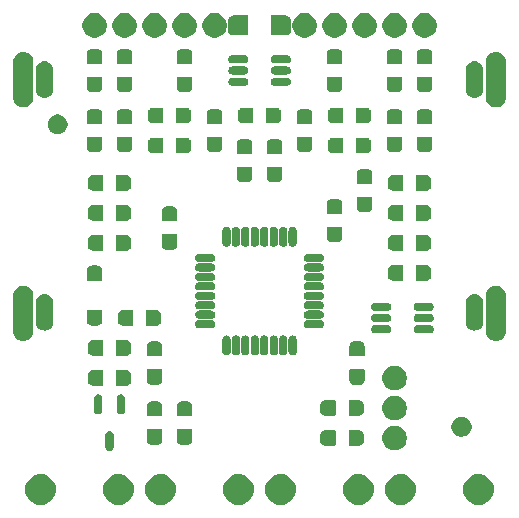
<source format=gbs>
G04 #@! TF.GenerationSoftware,KiCad,Pcbnew,5.0.2-5.0.2*
G04 #@! TF.CreationDate,2019-05-06T09:06:14+02:00*
G04 #@! TF.ProjectId,MiniMeter-B1,4d696e69-4d65-4746-9572-2d42312e6b69,2.1*
G04 #@! TF.SameCoordinates,PX7cbd980PY75aef40*
G04 #@! TF.FileFunction,Soldermask,Bot*
G04 #@! TF.FilePolarity,Negative*
%FSLAX46Y46*%
G04 Gerber Fmt 4.6, Leading zero omitted, Abs format (unit mm)*
G04 Created by KiCad (PCBNEW 5.0.2-5.0.2) date Mon 06 May 2019 09:06:14 CEST*
%MOMM*%
%LPD*%
G01*
G04 APERTURE LIST*
%ADD10C,0.150000*%
G04 APERTURE END LIST*
D10*
G36*
X40394845Y3481190D02*
X40639896Y3406855D01*
X40865736Y3286140D01*
X41063687Y3123687D01*
X41226140Y2925736D01*
X41346855Y2699896D01*
X41421190Y2454845D01*
X41446290Y2200000D01*
X41421190Y1945155D01*
X41346855Y1700104D01*
X41226140Y1474264D01*
X41063687Y1276313D01*
X40865736Y1113860D01*
X40639896Y993145D01*
X40394845Y918810D01*
X40203864Y900000D01*
X40076136Y900000D01*
X39885155Y918810D01*
X39640104Y993145D01*
X39414264Y1113860D01*
X39216313Y1276313D01*
X39053860Y1474264D01*
X38933145Y1700104D01*
X38858810Y1945155D01*
X38833710Y2200000D01*
X38858810Y2454845D01*
X38933145Y2699896D01*
X39053860Y2925736D01*
X39216313Y3123687D01*
X39414264Y3286140D01*
X39640104Y3406855D01*
X39885155Y3481190D01*
X40076136Y3500000D01*
X40203864Y3500000D01*
X40394845Y3481190D01*
X40394845Y3481190D01*
G37*
G36*
X33794845Y3481190D02*
X34039896Y3406855D01*
X34265736Y3286140D01*
X34463687Y3123687D01*
X34626140Y2925736D01*
X34746855Y2699896D01*
X34821190Y2454845D01*
X34846290Y2200000D01*
X34821190Y1945155D01*
X34746855Y1700104D01*
X34626140Y1474264D01*
X34463687Y1276313D01*
X34265736Y1113860D01*
X34039896Y993145D01*
X33794845Y918810D01*
X33603864Y900000D01*
X33476136Y900000D01*
X33285155Y918810D01*
X33040104Y993145D01*
X32814264Y1113860D01*
X32616313Y1276313D01*
X32453860Y1474264D01*
X32333145Y1700104D01*
X32258810Y1945155D01*
X32233710Y2200000D01*
X32258810Y2454845D01*
X32333145Y2699896D01*
X32453860Y2925736D01*
X32616313Y3123687D01*
X32814264Y3286140D01*
X33040104Y3406855D01*
X33285155Y3481190D01*
X33476136Y3500000D01*
X33603864Y3500000D01*
X33794845Y3481190D01*
X33794845Y3481190D01*
G37*
G36*
X9914845Y3481190D02*
X10159896Y3406855D01*
X10385736Y3286140D01*
X10583687Y3123687D01*
X10746140Y2925736D01*
X10866855Y2699896D01*
X10941190Y2454845D01*
X10966290Y2200000D01*
X10941190Y1945155D01*
X10866855Y1700104D01*
X10746140Y1474264D01*
X10583687Y1276313D01*
X10385736Y1113860D01*
X10159896Y993145D01*
X9914845Y918810D01*
X9723864Y900000D01*
X9596136Y900000D01*
X9405155Y918810D01*
X9160104Y993145D01*
X8934264Y1113860D01*
X8736313Y1276313D01*
X8573860Y1474264D01*
X8453145Y1700104D01*
X8378810Y1945155D01*
X8353710Y2200000D01*
X8378810Y2454845D01*
X8453145Y2699896D01*
X8573860Y2925736D01*
X8736313Y3123687D01*
X8934264Y3286140D01*
X9160104Y3406855D01*
X9405155Y3481190D01*
X9596136Y3500000D01*
X9723864Y3500000D01*
X9914845Y3481190D01*
X9914845Y3481190D01*
G37*
G36*
X3314845Y3481190D02*
X3559896Y3406855D01*
X3785736Y3286140D01*
X3983687Y3123687D01*
X4146140Y2925736D01*
X4266855Y2699896D01*
X4341190Y2454845D01*
X4366290Y2200000D01*
X4341190Y1945155D01*
X4266855Y1700104D01*
X4146140Y1474264D01*
X3983687Y1276313D01*
X3785736Y1113860D01*
X3559896Y993145D01*
X3314845Y918810D01*
X3123864Y900000D01*
X2996136Y900000D01*
X2805155Y918810D01*
X2560104Y993145D01*
X2334264Y1113860D01*
X2136313Y1276313D01*
X1973860Y1474264D01*
X1853145Y1700104D01*
X1778810Y1945155D01*
X1753710Y2200000D01*
X1778810Y2454845D01*
X1853145Y2699896D01*
X1973860Y2925736D01*
X2136313Y3123687D01*
X2334264Y3286140D01*
X2560104Y3406855D01*
X2805155Y3481190D01*
X2996136Y3500000D01*
X3123864Y3500000D01*
X3314845Y3481190D01*
X3314845Y3481190D01*
G37*
G36*
X20074845Y3481190D02*
X20319896Y3406855D01*
X20545736Y3286140D01*
X20743687Y3123687D01*
X20906140Y2925736D01*
X21026855Y2699896D01*
X21101190Y2454845D01*
X21126290Y2200000D01*
X21101190Y1945155D01*
X21026855Y1700104D01*
X20906140Y1474264D01*
X20743687Y1276313D01*
X20545736Y1113860D01*
X20319896Y993145D01*
X20074845Y918810D01*
X19883864Y900000D01*
X19756136Y900000D01*
X19565155Y918810D01*
X19320104Y993145D01*
X19094264Y1113860D01*
X18896313Y1276313D01*
X18733860Y1474264D01*
X18613145Y1700104D01*
X18538810Y1945155D01*
X18513710Y2200000D01*
X18538810Y2454845D01*
X18613145Y2699896D01*
X18733860Y2925736D01*
X18896313Y3123687D01*
X19094264Y3286140D01*
X19320104Y3406855D01*
X19565155Y3481190D01*
X19756136Y3500000D01*
X19883864Y3500000D01*
X20074845Y3481190D01*
X20074845Y3481190D01*
G37*
G36*
X23634845Y3481190D02*
X23879896Y3406855D01*
X24105736Y3286140D01*
X24303687Y3123687D01*
X24466140Y2925736D01*
X24586855Y2699896D01*
X24661190Y2454845D01*
X24686290Y2200000D01*
X24661190Y1945155D01*
X24586855Y1700104D01*
X24466140Y1474264D01*
X24303687Y1276313D01*
X24105736Y1113860D01*
X23879896Y993145D01*
X23634845Y918810D01*
X23443864Y900000D01*
X23316136Y900000D01*
X23125155Y918810D01*
X22880104Y993145D01*
X22654264Y1113860D01*
X22456313Y1276313D01*
X22293860Y1474264D01*
X22173145Y1700104D01*
X22098810Y1945155D01*
X22073710Y2200000D01*
X22098810Y2454845D01*
X22173145Y2699896D01*
X22293860Y2925736D01*
X22456313Y3123687D01*
X22654264Y3286140D01*
X22880104Y3406855D01*
X23125155Y3481190D01*
X23316136Y3500000D01*
X23443864Y3500000D01*
X23634845Y3481190D01*
X23634845Y3481190D01*
G37*
G36*
X13474845Y3481190D02*
X13719896Y3406855D01*
X13945736Y3286140D01*
X14143687Y3123687D01*
X14306140Y2925736D01*
X14426855Y2699896D01*
X14501190Y2454845D01*
X14526290Y2200000D01*
X14501190Y1945155D01*
X14426855Y1700104D01*
X14306140Y1474264D01*
X14143687Y1276313D01*
X13945736Y1113860D01*
X13719896Y993145D01*
X13474845Y918810D01*
X13283864Y900000D01*
X13156136Y900000D01*
X12965155Y918810D01*
X12720104Y993145D01*
X12494264Y1113860D01*
X12296313Y1276313D01*
X12133860Y1474264D01*
X12013145Y1700104D01*
X11938810Y1945155D01*
X11913710Y2200000D01*
X11938810Y2454845D01*
X12013145Y2699896D01*
X12133860Y2925736D01*
X12296313Y3123687D01*
X12494264Y3286140D01*
X12720104Y3406855D01*
X12965155Y3481190D01*
X13156136Y3500000D01*
X13283864Y3500000D01*
X13474845Y3481190D01*
X13474845Y3481190D01*
G37*
G36*
X30234845Y3481190D02*
X30479896Y3406855D01*
X30705736Y3286140D01*
X30903687Y3123687D01*
X31066140Y2925736D01*
X31186855Y2699896D01*
X31261190Y2454845D01*
X31286290Y2200000D01*
X31261190Y1945155D01*
X31186855Y1700104D01*
X31066140Y1474264D01*
X30903687Y1276313D01*
X30705736Y1113860D01*
X30479896Y993145D01*
X30234845Y918810D01*
X30043864Y900000D01*
X29916136Y900000D01*
X29725155Y918810D01*
X29480104Y993145D01*
X29254264Y1113860D01*
X29056313Y1276313D01*
X28893860Y1474264D01*
X28773145Y1700104D01*
X28698810Y1945155D01*
X28673710Y2200000D01*
X28698810Y2454845D01*
X28773145Y2699896D01*
X28893860Y2925736D01*
X29056313Y3123687D01*
X29254264Y3286140D01*
X29480104Y3406855D01*
X29725155Y3481190D01*
X29916136Y3500000D01*
X30043864Y3500000D01*
X30234845Y3481190D01*
X30234845Y3481190D01*
G37*
G36*
X8968616Y7144935D02*
X9034584Y7124924D01*
X9059209Y7111761D01*
X9095390Y7092422D01*
X9095392Y7092421D01*
X9095391Y7092421D01*
X9148685Y7048685D01*
X9192421Y6995391D01*
X9224924Y6934584D01*
X9244935Y6868616D01*
X9250000Y6817187D01*
X9250000Y5782813D01*
X9244935Y5731384D01*
X9224924Y5665416D01*
X9224922Y5665413D01*
X9192423Y5604611D01*
X9192421Y5604609D01*
X9148685Y5551315D01*
X9104948Y5515423D01*
X9095389Y5507578D01*
X9062552Y5490026D01*
X9034583Y5475076D01*
X8968615Y5455065D01*
X8900000Y5448307D01*
X8831384Y5455065D01*
X8765416Y5475076D01*
X8737447Y5490026D01*
X8704610Y5507578D01*
X8696505Y5514229D01*
X8651315Y5551315D01*
X8607579Y5604610D01*
X8594274Y5629502D01*
X8590026Y5637448D01*
X8575076Y5665417D01*
X8555065Y5731385D01*
X8550000Y5782814D01*
X8550001Y6817187D01*
X8555066Y6868616D01*
X8575077Y6934584D01*
X8607580Y6995391D01*
X8651316Y7048685D01*
X8704610Y7092421D01*
X8704609Y7092421D01*
X8704611Y7092422D01*
X8740792Y7111761D01*
X8765417Y7124924D01*
X8831385Y7144935D01*
X8900000Y7151693D01*
X8968616Y7144935D01*
X8968616Y7144935D01*
G37*
G36*
X33336274Y7569650D02*
X33527362Y7490498D01*
X33699336Y7375589D01*
X33845589Y7229336D01*
X33960498Y7057362D01*
X34039650Y6866274D01*
X34080000Y6663416D01*
X34080000Y6456584D01*
X34039650Y6253726D01*
X33960498Y6062638D01*
X33845589Y5890664D01*
X33699336Y5744411D01*
X33527362Y5629502D01*
X33336274Y5550350D01*
X33133416Y5510000D01*
X32926584Y5510000D01*
X32723726Y5550350D01*
X32532638Y5629502D01*
X32360664Y5744411D01*
X32214411Y5890664D01*
X32099502Y6062638D01*
X32020350Y6253726D01*
X31980000Y6456584D01*
X31980000Y6663416D01*
X32020350Y6866274D01*
X32099502Y7057362D01*
X32214411Y7229336D01*
X32360664Y7375589D01*
X32532638Y7490498D01*
X32723726Y7569650D01*
X32926584Y7610000D01*
X33133416Y7610000D01*
X33336274Y7569650D01*
X33336274Y7569650D01*
G37*
G36*
X27984997Y7210242D02*
X27985000Y7210242D01*
X27994802Y7209277D01*
X28004227Y7206418D01*
X28012913Y7201775D01*
X28015612Y7199559D01*
X28020527Y7195527D01*
X28023084Y7192410D01*
X28026775Y7187913D01*
X28031418Y7179227D01*
X28034277Y7169802D01*
X28035242Y7160000D01*
X28035363Y7158768D01*
X28035363Y5961232D01*
X28035242Y5960003D01*
X28035242Y5960000D01*
X28034277Y5950198D01*
X28031418Y5940773D01*
X28026775Y5932087D01*
X28024559Y5929388D01*
X28020527Y5924473D01*
X28015612Y5920441D01*
X28012913Y5918225D01*
X28004227Y5913582D01*
X27994802Y5910723D01*
X27985000Y5909758D01*
X27984997Y5909758D01*
X27983768Y5909637D01*
X27186232Y5909637D01*
X27185003Y5909758D01*
X27185000Y5909758D01*
X27175198Y5910723D01*
X27175195Y5910724D01*
X27172767Y5910963D01*
X27168721Y5911563D01*
X27147025Y5911563D01*
X27145797Y5911684D01*
X27145793Y5911684D01*
X27135991Y5912649D01*
X27135982Y5912651D01*
X27134762Y5912771D01*
X27060263Y5927590D01*
X27059090Y5927946D01*
X27059084Y5927947D01*
X27049660Y5930806D01*
X27049661Y5930806D01*
X27048476Y5931165D01*
X26978303Y5960231D01*
X26967440Y5966038D01*
X26904282Y6008239D01*
X26894767Y6016048D01*
X26841048Y6069767D01*
X26833239Y6079282D01*
X26791038Y6142440D01*
X26785231Y6153303D01*
X26756165Y6223476D01*
X26755366Y6226110D01*
X26752947Y6234084D01*
X26752946Y6234090D01*
X26752590Y6235263D01*
X26737771Y6309762D01*
X26737651Y6310982D01*
X26737649Y6310991D01*
X26736684Y6320793D01*
X26736684Y6320797D01*
X26736563Y6322025D01*
X26736563Y6343721D01*
X26735963Y6347767D01*
X26735724Y6350195D01*
X26735723Y6350198D01*
X26734758Y6360000D01*
X26734758Y6360003D01*
X26734637Y6361232D01*
X26734637Y6758768D01*
X26734758Y6760000D01*
X26735723Y6769802D01*
X26735724Y6769805D01*
X26735963Y6772233D01*
X26736563Y6776279D01*
X26736563Y6797975D01*
X26736684Y6799207D01*
X26737649Y6809009D01*
X26737651Y6809018D01*
X26737771Y6810238D01*
X26752590Y6884737D01*
X26752946Y6885910D01*
X26752947Y6885916D01*
X26755806Y6895340D01*
X26756165Y6896524D01*
X26785231Y6966697D01*
X26791038Y6977560D01*
X26833239Y7040718D01*
X26841048Y7050233D01*
X26894767Y7103952D01*
X26904282Y7111761D01*
X26967440Y7153962D01*
X26978303Y7159769D01*
X27048476Y7188835D01*
X27051110Y7189634D01*
X27059084Y7192053D01*
X27059090Y7192054D01*
X27060263Y7192410D01*
X27134762Y7207229D01*
X27135982Y7207349D01*
X27135991Y7207351D01*
X27145793Y7208316D01*
X27145797Y7208316D01*
X27147025Y7208437D01*
X27168721Y7208437D01*
X27172767Y7209037D01*
X27175195Y7209276D01*
X27175198Y7209277D01*
X27185000Y7210242D01*
X27185003Y7210242D01*
X27186232Y7210363D01*
X27983768Y7210363D01*
X27984997Y7210242D01*
X27984997Y7210242D01*
G37*
G36*
X29984997Y7210242D02*
X29985000Y7210242D01*
X29994802Y7209277D01*
X29994805Y7209276D01*
X29997233Y7209037D01*
X30001279Y7208437D01*
X30022975Y7208437D01*
X30024203Y7208316D01*
X30024207Y7208316D01*
X30034009Y7207351D01*
X30034018Y7207349D01*
X30035238Y7207229D01*
X30109737Y7192410D01*
X30110910Y7192054D01*
X30110916Y7192053D01*
X30118890Y7189634D01*
X30121524Y7188835D01*
X30191697Y7159769D01*
X30202560Y7153962D01*
X30265718Y7111761D01*
X30275233Y7103952D01*
X30328952Y7050233D01*
X30336761Y7040718D01*
X30378962Y6977560D01*
X30384769Y6966697D01*
X30413835Y6896524D01*
X30414194Y6895340D01*
X30417053Y6885916D01*
X30417054Y6885910D01*
X30417410Y6884737D01*
X30432229Y6810238D01*
X30432349Y6809018D01*
X30432351Y6809009D01*
X30433316Y6799207D01*
X30433437Y6797975D01*
X30433437Y6776279D01*
X30434037Y6772233D01*
X30434276Y6769805D01*
X30434277Y6769802D01*
X30435242Y6760000D01*
X30435363Y6758768D01*
X30435363Y6361232D01*
X30435242Y6360003D01*
X30435242Y6360000D01*
X30434277Y6350198D01*
X30434276Y6350195D01*
X30434037Y6347767D01*
X30433437Y6343721D01*
X30433437Y6322025D01*
X30433316Y6320797D01*
X30433316Y6320793D01*
X30432351Y6310991D01*
X30432349Y6310982D01*
X30432229Y6309762D01*
X30417410Y6235263D01*
X30417054Y6234090D01*
X30417053Y6234084D01*
X30414634Y6226110D01*
X30413835Y6223476D01*
X30384769Y6153303D01*
X30378962Y6142440D01*
X30336761Y6079282D01*
X30328952Y6069767D01*
X30275233Y6016048D01*
X30265718Y6008239D01*
X30202560Y5966038D01*
X30191697Y5960231D01*
X30121524Y5931165D01*
X30120339Y5930806D01*
X30120340Y5930806D01*
X30110916Y5927947D01*
X30110910Y5927946D01*
X30109737Y5927590D01*
X30035238Y5912771D01*
X30034018Y5912651D01*
X30034009Y5912649D01*
X30024207Y5911684D01*
X30024203Y5911684D01*
X30022975Y5911563D01*
X30001279Y5911563D01*
X29997233Y5910963D01*
X29994805Y5910724D01*
X29994802Y5910723D01*
X29985000Y5909758D01*
X29984997Y5909758D01*
X29983768Y5909637D01*
X29186232Y5909637D01*
X29185003Y5909758D01*
X29185000Y5909758D01*
X29175198Y5910723D01*
X29165773Y5913582D01*
X29157087Y5918225D01*
X29154388Y5920441D01*
X29149473Y5924473D01*
X29145441Y5929388D01*
X29143225Y5932087D01*
X29138582Y5940773D01*
X29135723Y5950198D01*
X29134758Y5960000D01*
X29134758Y5960003D01*
X29134637Y5961232D01*
X29134637Y7158768D01*
X29134758Y7160000D01*
X29135723Y7169802D01*
X29138582Y7179227D01*
X29143225Y7187913D01*
X29146916Y7192410D01*
X29149473Y7195527D01*
X29154388Y7199559D01*
X29157087Y7201775D01*
X29165773Y7206418D01*
X29175198Y7209277D01*
X29185000Y7210242D01*
X29185003Y7210242D01*
X29186232Y7210363D01*
X29983768Y7210363D01*
X29984997Y7210242D01*
X29984997Y7210242D01*
G37*
G36*
X15849997Y7280242D02*
X15850000Y7280242D01*
X15859802Y7279277D01*
X15869227Y7276418D01*
X15877913Y7271775D01*
X15880612Y7269559D01*
X15885527Y7265527D01*
X15889559Y7260612D01*
X15891775Y7257913D01*
X15896418Y7249227D01*
X15899277Y7239802D01*
X15900242Y7230000D01*
X15900363Y7228768D01*
X15900363Y6431232D01*
X15900242Y6430003D01*
X15900242Y6430000D01*
X15899277Y6420198D01*
X15899276Y6420195D01*
X15899037Y6417767D01*
X15898437Y6413721D01*
X15898437Y6392025D01*
X15898316Y6390797D01*
X15898316Y6390793D01*
X15897351Y6380991D01*
X15897349Y6380982D01*
X15897229Y6379762D01*
X15882410Y6305263D01*
X15882054Y6304090D01*
X15882053Y6304084D01*
X15879634Y6296110D01*
X15878835Y6293476D01*
X15849769Y6223303D01*
X15843962Y6212440D01*
X15801761Y6149282D01*
X15793952Y6139767D01*
X15740233Y6086048D01*
X15730718Y6078239D01*
X15667560Y6036038D01*
X15656697Y6030231D01*
X15586524Y6001165D01*
X15585339Y6000806D01*
X15585340Y6000806D01*
X15575916Y5997947D01*
X15575910Y5997946D01*
X15574737Y5997590D01*
X15500238Y5982771D01*
X15499018Y5982651D01*
X15499009Y5982649D01*
X15489207Y5981684D01*
X15489203Y5981684D01*
X15487975Y5981563D01*
X15466279Y5981563D01*
X15462233Y5980963D01*
X15459805Y5980724D01*
X15459802Y5980723D01*
X15450000Y5979758D01*
X15449997Y5979758D01*
X15448768Y5979637D01*
X15051232Y5979637D01*
X15050003Y5979758D01*
X15050000Y5979758D01*
X15040198Y5980723D01*
X15040195Y5980724D01*
X15037767Y5980963D01*
X15033721Y5981563D01*
X15012025Y5981563D01*
X15010797Y5981684D01*
X15010793Y5981684D01*
X15000991Y5982649D01*
X15000982Y5982651D01*
X14999762Y5982771D01*
X14925263Y5997590D01*
X14924090Y5997946D01*
X14924084Y5997947D01*
X14914660Y6000806D01*
X14914661Y6000806D01*
X14913476Y6001165D01*
X14843303Y6030231D01*
X14832440Y6036038D01*
X14769282Y6078239D01*
X14759767Y6086048D01*
X14706048Y6139767D01*
X14698239Y6149282D01*
X14656038Y6212440D01*
X14650231Y6223303D01*
X14621165Y6293476D01*
X14620366Y6296110D01*
X14617947Y6304084D01*
X14617946Y6304090D01*
X14617590Y6305263D01*
X14602771Y6379762D01*
X14602651Y6380982D01*
X14602649Y6380991D01*
X14601684Y6390793D01*
X14601684Y6390797D01*
X14601563Y6392025D01*
X14601563Y6413721D01*
X14600963Y6417767D01*
X14600724Y6420195D01*
X14600723Y6420198D01*
X14599758Y6430000D01*
X14599758Y6430003D01*
X14599637Y6431232D01*
X14599637Y7228768D01*
X14599758Y7230000D01*
X14600723Y7239802D01*
X14603582Y7249227D01*
X14608225Y7257913D01*
X14610441Y7260612D01*
X14614473Y7265527D01*
X14619388Y7269559D01*
X14622087Y7271775D01*
X14630773Y7276418D01*
X14640198Y7279277D01*
X14650000Y7280242D01*
X14650003Y7280242D01*
X14651232Y7280363D01*
X15848768Y7280363D01*
X15849997Y7280242D01*
X15849997Y7280242D01*
G37*
G36*
X13309997Y7280242D02*
X13310000Y7280242D01*
X13319802Y7279277D01*
X13329227Y7276418D01*
X13337913Y7271775D01*
X13340612Y7269559D01*
X13345527Y7265527D01*
X13349559Y7260612D01*
X13351775Y7257913D01*
X13356418Y7249227D01*
X13359277Y7239802D01*
X13360242Y7230000D01*
X13360363Y7228768D01*
X13360363Y6431232D01*
X13360242Y6430003D01*
X13360242Y6430000D01*
X13359277Y6420198D01*
X13359276Y6420195D01*
X13359037Y6417767D01*
X13358437Y6413721D01*
X13358437Y6392025D01*
X13358316Y6390797D01*
X13358316Y6390793D01*
X13357351Y6380991D01*
X13357349Y6380982D01*
X13357229Y6379762D01*
X13342410Y6305263D01*
X13342054Y6304090D01*
X13342053Y6304084D01*
X13339634Y6296110D01*
X13338835Y6293476D01*
X13309769Y6223303D01*
X13303962Y6212440D01*
X13261761Y6149282D01*
X13253952Y6139767D01*
X13200233Y6086048D01*
X13190718Y6078239D01*
X13127560Y6036038D01*
X13116697Y6030231D01*
X13046524Y6001165D01*
X13045339Y6000806D01*
X13045340Y6000806D01*
X13035916Y5997947D01*
X13035910Y5997946D01*
X13034737Y5997590D01*
X12960238Y5982771D01*
X12959018Y5982651D01*
X12959009Y5982649D01*
X12949207Y5981684D01*
X12949203Y5981684D01*
X12947975Y5981563D01*
X12926279Y5981563D01*
X12922233Y5980963D01*
X12919805Y5980724D01*
X12919802Y5980723D01*
X12910000Y5979758D01*
X12909997Y5979758D01*
X12908768Y5979637D01*
X12511232Y5979637D01*
X12510003Y5979758D01*
X12510000Y5979758D01*
X12500198Y5980723D01*
X12500195Y5980724D01*
X12497767Y5980963D01*
X12493721Y5981563D01*
X12472025Y5981563D01*
X12470797Y5981684D01*
X12470793Y5981684D01*
X12460991Y5982649D01*
X12460982Y5982651D01*
X12459762Y5982771D01*
X12385263Y5997590D01*
X12384090Y5997946D01*
X12384084Y5997947D01*
X12374660Y6000806D01*
X12374661Y6000806D01*
X12373476Y6001165D01*
X12303303Y6030231D01*
X12292440Y6036038D01*
X12229282Y6078239D01*
X12219767Y6086048D01*
X12166048Y6139767D01*
X12158239Y6149282D01*
X12116038Y6212440D01*
X12110231Y6223303D01*
X12081165Y6293476D01*
X12080366Y6296110D01*
X12077947Y6304084D01*
X12077946Y6304090D01*
X12077590Y6305263D01*
X12062771Y6379762D01*
X12062651Y6380982D01*
X12062649Y6380991D01*
X12061684Y6390793D01*
X12061684Y6390797D01*
X12061563Y6392025D01*
X12061563Y6413721D01*
X12060963Y6417767D01*
X12060724Y6420195D01*
X12060723Y6420198D01*
X12059758Y6430000D01*
X12059758Y6430003D01*
X12059637Y6431232D01*
X12059637Y7228768D01*
X12059758Y7230000D01*
X12060723Y7239802D01*
X12063582Y7249227D01*
X12068225Y7257913D01*
X12070441Y7260612D01*
X12074473Y7265527D01*
X12079388Y7269559D01*
X12082087Y7271775D01*
X12090773Y7276418D01*
X12100198Y7279277D01*
X12110000Y7280242D01*
X12110003Y7280242D01*
X12111232Y7280363D01*
X13308768Y7280363D01*
X13309997Y7280242D01*
X13309997Y7280242D01*
G37*
G36*
X38947936Y8317335D02*
X39102626Y8253260D01*
X39241844Y8160238D01*
X39360238Y8041844D01*
X39453260Y7902626D01*
X39517335Y7747936D01*
X39550000Y7583718D01*
X39550000Y7416282D01*
X39517335Y7252064D01*
X39453260Y7097374D01*
X39360238Y6958156D01*
X39241844Y6839762D01*
X39102626Y6746740D01*
X38947936Y6682665D01*
X38783718Y6650000D01*
X38616282Y6650000D01*
X38452064Y6682665D01*
X38297374Y6746740D01*
X38158156Y6839762D01*
X38039762Y6958156D01*
X37946740Y7097374D01*
X37882665Y7252064D01*
X37850000Y7416282D01*
X37850000Y7583718D01*
X37882665Y7747936D01*
X37946740Y7902626D01*
X38039762Y8041844D01*
X38158156Y8160238D01*
X38297374Y8253260D01*
X38452064Y8317335D01*
X38616282Y8350000D01*
X38783718Y8350000D01*
X38947936Y8317335D01*
X38947936Y8317335D01*
G37*
G36*
X33336274Y10109650D02*
X33527362Y10030498D01*
X33699336Y9915589D01*
X33845589Y9769336D01*
X33960498Y9597362D01*
X34039650Y9406274D01*
X34080000Y9203416D01*
X34080000Y8996584D01*
X34039650Y8793726D01*
X33960498Y8602638D01*
X33845589Y8430664D01*
X33699336Y8284411D01*
X33527362Y8169502D01*
X33336274Y8090350D01*
X33133416Y8050000D01*
X32926584Y8050000D01*
X32723726Y8090350D01*
X32532638Y8169502D01*
X32360664Y8284411D01*
X32214411Y8430664D01*
X32099502Y8602638D01*
X32020350Y8793726D01*
X31980000Y8996584D01*
X31980000Y9203416D01*
X32020350Y9406274D01*
X32099502Y9597362D01*
X32214411Y9769336D01*
X32360664Y9915589D01*
X32532638Y10030498D01*
X32723726Y10109650D01*
X32926584Y10150000D01*
X33133416Y10150000D01*
X33336274Y10109650D01*
X33336274Y10109650D01*
G37*
G36*
X12909997Y9680242D02*
X12910000Y9680242D01*
X12919802Y9679277D01*
X12919805Y9679276D01*
X12922233Y9679037D01*
X12926279Y9678437D01*
X12947975Y9678437D01*
X12949203Y9678316D01*
X12949207Y9678316D01*
X12959009Y9677351D01*
X12959018Y9677349D01*
X12960238Y9677229D01*
X13034737Y9662410D01*
X13035910Y9662054D01*
X13035916Y9662053D01*
X13043890Y9659634D01*
X13046524Y9658835D01*
X13116697Y9629769D01*
X13127560Y9623962D01*
X13190718Y9581761D01*
X13200233Y9573952D01*
X13253952Y9520233D01*
X13261761Y9510718D01*
X13303962Y9447560D01*
X13309769Y9436697D01*
X13338835Y9366524D01*
X13339194Y9365340D01*
X13342053Y9355916D01*
X13342054Y9355910D01*
X13342410Y9354737D01*
X13357229Y9280238D01*
X13357349Y9279018D01*
X13357351Y9279009D01*
X13358316Y9269207D01*
X13358437Y9267975D01*
X13358437Y9246279D01*
X13359037Y9242233D01*
X13359276Y9239805D01*
X13359277Y9239802D01*
X13360242Y9230000D01*
X13360363Y9228768D01*
X13360363Y8431232D01*
X13360242Y8430003D01*
X13360242Y8430000D01*
X13359277Y8420198D01*
X13356418Y8410773D01*
X13351775Y8402087D01*
X13349559Y8399388D01*
X13345527Y8394473D01*
X13340612Y8390441D01*
X13337913Y8388225D01*
X13329227Y8383582D01*
X13319802Y8380723D01*
X13310000Y8379758D01*
X13309997Y8379758D01*
X13308768Y8379637D01*
X12111232Y8379637D01*
X12110003Y8379758D01*
X12110000Y8379758D01*
X12100198Y8380723D01*
X12090773Y8383582D01*
X12082087Y8388225D01*
X12079388Y8390441D01*
X12074473Y8394473D01*
X12070441Y8399388D01*
X12068225Y8402087D01*
X12063582Y8410773D01*
X12060723Y8420198D01*
X12059758Y8430000D01*
X12059758Y8430003D01*
X12059637Y8431232D01*
X12059637Y9228768D01*
X12059758Y9230000D01*
X12060723Y9239802D01*
X12060724Y9239805D01*
X12060963Y9242233D01*
X12061563Y9246279D01*
X12061563Y9267975D01*
X12061684Y9269207D01*
X12062649Y9279009D01*
X12062651Y9279018D01*
X12062771Y9280238D01*
X12077590Y9354737D01*
X12077946Y9355910D01*
X12077947Y9355916D01*
X12080806Y9365340D01*
X12081165Y9366524D01*
X12110231Y9436697D01*
X12116038Y9447560D01*
X12158239Y9510718D01*
X12166048Y9520233D01*
X12219767Y9573952D01*
X12229282Y9581761D01*
X12292440Y9623962D01*
X12303303Y9629769D01*
X12373476Y9658835D01*
X12376110Y9659634D01*
X12384084Y9662053D01*
X12384090Y9662054D01*
X12385263Y9662410D01*
X12459762Y9677229D01*
X12460982Y9677349D01*
X12460991Y9677351D01*
X12470793Y9678316D01*
X12470797Y9678316D01*
X12472025Y9678437D01*
X12493721Y9678437D01*
X12497767Y9679037D01*
X12500195Y9679276D01*
X12500198Y9679277D01*
X12510000Y9680242D01*
X12510003Y9680242D01*
X12511232Y9680363D01*
X12908768Y9680363D01*
X12909997Y9680242D01*
X12909997Y9680242D01*
G37*
G36*
X15449997Y9680242D02*
X15450000Y9680242D01*
X15459802Y9679277D01*
X15459805Y9679276D01*
X15462233Y9679037D01*
X15466279Y9678437D01*
X15487975Y9678437D01*
X15489203Y9678316D01*
X15489207Y9678316D01*
X15499009Y9677351D01*
X15499018Y9677349D01*
X15500238Y9677229D01*
X15574737Y9662410D01*
X15575910Y9662054D01*
X15575916Y9662053D01*
X15583890Y9659634D01*
X15586524Y9658835D01*
X15656697Y9629769D01*
X15667560Y9623962D01*
X15730718Y9581761D01*
X15740233Y9573952D01*
X15793952Y9520233D01*
X15801761Y9510718D01*
X15843962Y9447560D01*
X15849769Y9436697D01*
X15878835Y9366524D01*
X15879194Y9365340D01*
X15882053Y9355916D01*
X15882054Y9355910D01*
X15882410Y9354737D01*
X15897229Y9280238D01*
X15897349Y9279018D01*
X15897351Y9279009D01*
X15898316Y9269207D01*
X15898437Y9267975D01*
X15898437Y9246279D01*
X15899037Y9242233D01*
X15899276Y9239805D01*
X15899277Y9239802D01*
X15900242Y9230000D01*
X15900363Y9228768D01*
X15900363Y8431232D01*
X15900242Y8430003D01*
X15900242Y8430000D01*
X15899277Y8420198D01*
X15896418Y8410773D01*
X15891775Y8402087D01*
X15889559Y8399388D01*
X15885527Y8394473D01*
X15880612Y8390441D01*
X15877913Y8388225D01*
X15869227Y8383582D01*
X15859802Y8380723D01*
X15850000Y8379758D01*
X15849997Y8379758D01*
X15848768Y8379637D01*
X14651232Y8379637D01*
X14650003Y8379758D01*
X14650000Y8379758D01*
X14640198Y8380723D01*
X14630773Y8383582D01*
X14622087Y8388225D01*
X14619388Y8390441D01*
X14614473Y8394473D01*
X14610441Y8399388D01*
X14608225Y8402087D01*
X14603582Y8410773D01*
X14600723Y8420198D01*
X14599758Y8430000D01*
X14599758Y8430003D01*
X14599637Y8431232D01*
X14599637Y9228768D01*
X14599758Y9230000D01*
X14600723Y9239802D01*
X14600724Y9239805D01*
X14600963Y9242233D01*
X14601563Y9246279D01*
X14601563Y9267975D01*
X14601684Y9269207D01*
X14602649Y9279009D01*
X14602651Y9279018D01*
X14602771Y9280238D01*
X14617590Y9354737D01*
X14617946Y9355910D01*
X14617947Y9355916D01*
X14620806Y9365340D01*
X14621165Y9366524D01*
X14650231Y9436697D01*
X14656038Y9447560D01*
X14698239Y9510718D01*
X14706048Y9520233D01*
X14759767Y9573952D01*
X14769282Y9581761D01*
X14832440Y9623962D01*
X14843303Y9629769D01*
X14913476Y9658835D01*
X14916110Y9659634D01*
X14924084Y9662053D01*
X14924090Y9662054D01*
X14925263Y9662410D01*
X14999762Y9677229D01*
X15000982Y9677349D01*
X15000991Y9677351D01*
X15010793Y9678316D01*
X15010797Y9678316D01*
X15012025Y9678437D01*
X15033721Y9678437D01*
X15037767Y9679037D01*
X15040195Y9679276D01*
X15040198Y9679277D01*
X15050000Y9680242D01*
X15050003Y9680242D01*
X15051232Y9680363D01*
X15448768Y9680363D01*
X15449997Y9680242D01*
X15449997Y9680242D01*
G37*
G36*
X29984997Y9750242D02*
X29985000Y9750242D01*
X29994802Y9749277D01*
X29994805Y9749276D01*
X29997233Y9749037D01*
X30001279Y9748437D01*
X30022975Y9748437D01*
X30024203Y9748316D01*
X30024207Y9748316D01*
X30034009Y9747351D01*
X30034018Y9747349D01*
X30035238Y9747229D01*
X30109737Y9732410D01*
X30110910Y9732054D01*
X30110916Y9732053D01*
X30118890Y9729634D01*
X30121524Y9728835D01*
X30191697Y9699769D01*
X30202560Y9693962D01*
X30265718Y9651761D01*
X30275233Y9643952D01*
X30328952Y9590233D01*
X30336761Y9580718D01*
X30378962Y9517560D01*
X30384769Y9506697D01*
X30413835Y9436524D01*
X30414194Y9435340D01*
X30417053Y9425916D01*
X30417054Y9425910D01*
X30417410Y9424737D01*
X30432229Y9350238D01*
X30432349Y9349018D01*
X30432351Y9349009D01*
X30433316Y9339207D01*
X30433437Y9337975D01*
X30433437Y9316279D01*
X30434037Y9312233D01*
X30434276Y9309805D01*
X30434277Y9309802D01*
X30435242Y9300000D01*
X30435363Y9298768D01*
X30435363Y8901232D01*
X30435242Y8900003D01*
X30435242Y8900000D01*
X30434277Y8890198D01*
X30434276Y8890195D01*
X30434037Y8887767D01*
X30433437Y8883721D01*
X30433437Y8862025D01*
X30433316Y8860797D01*
X30433316Y8860793D01*
X30432351Y8850991D01*
X30432349Y8850982D01*
X30432229Y8849762D01*
X30417410Y8775263D01*
X30417054Y8774090D01*
X30417053Y8774084D01*
X30414634Y8766110D01*
X30413835Y8763476D01*
X30384769Y8693303D01*
X30378962Y8682440D01*
X30336761Y8619282D01*
X30328952Y8609767D01*
X30275233Y8556048D01*
X30265718Y8548239D01*
X30202560Y8506038D01*
X30191697Y8500231D01*
X30121524Y8471165D01*
X30120339Y8470806D01*
X30120340Y8470806D01*
X30110916Y8467947D01*
X30110910Y8467946D01*
X30109737Y8467590D01*
X30035238Y8452771D01*
X30034018Y8452651D01*
X30034009Y8452649D01*
X30024207Y8451684D01*
X30024203Y8451684D01*
X30022975Y8451563D01*
X30001279Y8451563D01*
X29997233Y8450963D01*
X29994805Y8450724D01*
X29994802Y8450723D01*
X29985000Y8449758D01*
X29984997Y8449758D01*
X29983768Y8449637D01*
X29186232Y8449637D01*
X29185003Y8449758D01*
X29185000Y8449758D01*
X29175198Y8450723D01*
X29165773Y8453582D01*
X29157087Y8458225D01*
X29154388Y8460441D01*
X29149473Y8464473D01*
X29145441Y8469388D01*
X29143225Y8472087D01*
X29138582Y8480773D01*
X29135723Y8490198D01*
X29134758Y8500000D01*
X29134758Y8500003D01*
X29134637Y8501232D01*
X29134637Y9698768D01*
X29134758Y9700000D01*
X29135723Y9709802D01*
X29138582Y9719227D01*
X29143225Y9727913D01*
X29146916Y9732410D01*
X29149473Y9735527D01*
X29154388Y9739559D01*
X29157087Y9741775D01*
X29165773Y9746418D01*
X29175198Y9749277D01*
X29185000Y9750242D01*
X29185003Y9750242D01*
X29186232Y9750363D01*
X29983768Y9750363D01*
X29984997Y9750242D01*
X29984997Y9750242D01*
G37*
G36*
X27984997Y9750242D02*
X27985000Y9750242D01*
X27994802Y9749277D01*
X28004227Y9746418D01*
X28012913Y9741775D01*
X28015612Y9739559D01*
X28020527Y9735527D01*
X28023084Y9732410D01*
X28026775Y9727913D01*
X28031418Y9719227D01*
X28034277Y9709802D01*
X28035242Y9700000D01*
X28035363Y9698768D01*
X28035363Y8501232D01*
X28035242Y8500003D01*
X28035242Y8500000D01*
X28034277Y8490198D01*
X28031418Y8480773D01*
X28026775Y8472087D01*
X28024559Y8469388D01*
X28020527Y8464473D01*
X28015612Y8460441D01*
X28012913Y8458225D01*
X28004227Y8453582D01*
X27994802Y8450723D01*
X27985000Y8449758D01*
X27984997Y8449758D01*
X27983768Y8449637D01*
X27186232Y8449637D01*
X27185003Y8449758D01*
X27185000Y8449758D01*
X27175198Y8450723D01*
X27175195Y8450724D01*
X27172767Y8450963D01*
X27168721Y8451563D01*
X27147025Y8451563D01*
X27145797Y8451684D01*
X27145793Y8451684D01*
X27135991Y8452649D01*
X27135982Y8452651D01*
X27134762Y8452771D01*
X27060263Y8467590D01*
X27059090Y8467946D01*
X27059084Y8467947D01*
X27049660Y8470806D01*
X27049661Y8470806D01*
X27048476Y8471165D01*
X26978303Y8500231D01*
X26967440Y8506038D01*
X26904282Y8548239D01*
X26894767Y8556048D01*
X26841048Y8609767D01*
X26833239Y8619282D01*
X26791038Y8682440D01*
X26785231Y8693303D01*
X26756165Y8763476D01*
X26755366Y8766110D01*
X26752947Y8774084D01*
X26752946Y8774090D01*
X26752590Y8775263D01*
X26737771Y8849762D01*
X26737651Y8850982D01*
X26737649Y8850991D01*
X26736684Y8860793D01*
X26736684Y8860797D01*
X26736563Y8862025D01*
X26736563Y8883721D01*
X26735963Y8887767D01*
X26735724Y8890195D01*
X26735723Y8890198D01*
X26734758Y8900000D01*
X26734758Y8900003D01*
X26734637Y8901232D01*
X26734637Y9298768D01*
X26734758Y9300000D01*
X26735723Y9309802D01*
X26735724Y9309805D01*
X26735963Y9312233D01*
X26736563Y9316279D01*
X26736563Y9337975D01*
X26736684Y9339207D01*
X26737649Y9349009D01*
X26737651Y9349018D01*
X26737771Y9350238D01*
X26752590Y9424737D01*
X26752946Y9425910D01*
X26752947Y9425916D01*
X26755806Y9435340D01*
X26756165Y9436524D01*
X26785231Y9506697D01*
X26791038Y9517560D01*
X26833239Y9580718D01*
X26841048Y9590233D01*
X26894767Y9643952D01*
X26904282Y9651761D01*
X26967440Y9693962D01*
X26978303Y9699769D01*
X27048476Y9728835D01*
X27051110Y9729634D01*
X27059084Y9732053D01*
X27059090Y9732054D01*
X27060263Y9732410D01*
X27134762Y9747229D01*
X27135982Y9747349D01*
X27135991Y9747351D01*
X27145793Y9748316D01*
X27145797Y9748316D01*
X27147025Y9748437D01*
X27168721Y9748437D01*
X27172767Y9749037D01*
X27175195Y9749276D01*
X27175198Y9749277D01*
X27185000Y9750242D01*
X27185003Y9750242D01*
X27186232Y9750363D01*
X27983768Y9750363D01*
X27984997Y9750242D01*
X27984997Y9750242D01*
G37*
G36*
X8018616Y10244935D02*
X8084584Y10224924D01*
X8112553Y10209974D01*
X8145390Y10192422D01*
X8145392Y10192421D01*
X8145391Y10192421D01*
X8198685Y10148685D01*
X8242421Y10095391D01*
X8274924Y10034584D01*
X8294935Y9968616D01*
X8300000Y9917187D01*
X8300000Y8882813D01*
X8294935Y8831384D01*
X8274924Y8765416D01*
X8274922Y8765413D01*
X8242423Y8704611D01*
X8242421Y8704609D01*
X8198685Y8651315D01*
X8159651Y8619282D01*
X8145389Y8607578D01*
X8112552Y8590026D01*
X8084583Y8575076D01*
X8018615Y8555065D01*
X7950000Y8548307D01*
X7881384Y8555065D01*
X7815416Y8575076D01*
X7787447Y8590026D01*
X7754610Y8607578D01*
X7746505Y8614229D01*
X7701315Y8651315D01*
X7657579Y8704610D01*
X7625076Y8765417D01*
X7605065Y8831385D01*
X7600000Y8882814D01*
X7600001Y9917187D01*
X7605066Y9968616D01*
X7625077Y10034584D01*
X7657580Y10095391D01*
X7701316Y10148685D01*
X7754610Y10192421D01*
X7754609Y10192421D01*
X7754611Y10192422D01*
X7787448Y10209974D01*
X7815417Y10224924D01*
X7881385Y10244935D01*
X7950000Y10251693D01*
X8018616Y10244935D01*
X8018616Y10244935D01*
G37*
G36*
X9918616Y10244935D02*
X9984584Y10224924D01*
X10012553Y10209974D01*
X10045390Y10192422D01*
X10045392Y10192421D01*
X10045391Y10192421D01*
X10098685Y10148685D01*
X10142421Y10095391D01*
X10174924Y10034584D01*
X10194935Y9968616D01*
X10200000Y9917187D01*
X10200000Y8882813D01*
X10194935Y8831384D01*
X10174924Y8765416D01*
X10174922Y8765413D01*
X10142423Y8704611D01*
X10142421Y8704609D01*
X10098685Y8651315D01*
X10059651Y8619282D01*
X10045389Y8607578D01*
X10012552Y8590026D01*
X9984583Y8575076D01*
X9918615Y8555065D01*
X9850000Y8548307D01*
X9781384Y8555065D01*
X9715416Y8575076D01*
X9687447Y8590026D01*
X9654610Y8607578D01*
X9646505Y8614229D01*
X9601315Y8651315D01*
X9557579Y8704610D01*
X9525076Y8765417D01*
X9505065Y8831385D01*
X9500000Y8882814D01*
X9500001Y9917187D01*
X9505066Y9968616D01*
X9525077Y10034584D01*
X9557580Y10095391D01*
X9601316Y10148685D01*
X9654610Y10192421D01*
X9654609Y10192421D01*
X9654611Y10192422D01*
X9687448Y10209974D01*
X9715417Y10224924D01*
X9781385Y10244935D01*
X9850000Y10251693D01*
X9918616Y10244935D01*
X9918616Y10244935D01*
G37*
G36*
X33336274Y12649650D02*
X33527362Y12570498D01*
X33699336Y12455589D01*
X33845589Y12309336D01*
X33960498Y12137362D01*
X34039650Y11946274D01*
X34080000Y11743416D01*
X34080000Y11536584D01*
X34039650Y11333726D01*
X33960498Y11142638D01*
X33845589Y10970664D01*
X33699336Y10824411D01*
X33527362Y10709502D01*
X33336274Y10630350D01*
X33133416Y10590000D01*
X32926584Y10590000D01*
X32723726Y10630350D01*
X32532638Y10709502D01*
X32360664Y10824411D01*
X32214411Y10970664D01*
X32099502Y11142638D01*
X32020350Y11333726D01*
X31980000Y11536584D01*
X31980000Y11743416D01*
X32020350Y11946274D01*
X32099502Y12137362D01*
X32214411Y12309336D01*
X32360664Y12455589D01*
X32532638Y12570498D01*
X32723726Y12649650D01*
X32926584Y12690000D01*
X33133416Y12690000D01*
X33336274Y12649650D01*
X33336274Y12649650D01*
G37*
G36*
X8299997Y12290242D02*
X8300000Y12290242D01*
X8309802Y12289277D01*
X8319227Y12286418D01*
X8327913Y12281775D01*
X8330612Y12279559D01*
X8335527Y12275527D01*
X8338084Y12272410D01*
X8341775Y12267913D01*
X8346418Y12259227D01*
X8349277Y12249802D01*
X8350242Y12240000D01*
X8350363Y12238768D01*
X8350363Y11041232D01*
X8350242Y11040003D01*
X8350242Y11040000D01*
X8349277Y11030198D01*
X8346418Y11020773D01*
X8341775Y11012087D01*
X8339559Y11009388D01*
X8335527Y11004473D01*
X8330612Y11000441D01*
X8327913Y10998225D01*
X8319227Y10993582D01*
X8309802Y10990723D01*
X8300000Y10989758D01*
X8299997Y10989758D01*
X8298768Y10989637D01*
X7501232Y10989637D01*
X7500003Y10989758D01*
X7500000Y10989758D01*
X7490198Y10990723D01*
X7490195Y10990724D01*
X7487767Y10990963D01*
X7483721Y10991563D01*
X7462025Y10991563D01*
X7460797Y10991684D01*
X7460793Y10991684D01*
X7450991Y10992649D01*
X7450982Y10992651D01*
X7449762Y10992771D01*
X7375263Y11007590D01*
X7374090Y11007946D01*
X7374084Y11007947D01*
X7364660Y11010806D01*
X7364661Y11010806D01*
X7363476Y11011165D01*
X7293303Y11040231D01*
X7282440Y11046038D01*
X7219282Y11088239D01*
X7209767Y11096048D01*
X7156048Y11149767D01*
X7148239Y11159282D01*
X7106038Y11222440D01*
X7100231Y11233303D01*
X7071165Y11303476D01*
X7070366Y11306110D01*
X7067947Y11314084D01*
X7067946Y11314090D01*
X7067590Y11315263D01*
X7052771Y11389762D01*
X7052651Y11390982D01*
X7052649Y11390991D01*
X7051684Y11400793D01*
X7051684Y11400797D01*
X7051563Y11402025D01*
X7051563Y11423721D01*
X7050963Y11427767D01*
X7050724Y11430195D01*
X7050723Y11430198D01*
X7049758Y11440000D01*
X7049758Y11440003D01*
X7049637Y11441232D01*
X7049637Y11838768D01*
X7049758Y11840000D01*
X7050723Y11849802D01*
X7050724Y11849805D01*
X7050963Y11852233D01*
X7051563Y11856279D01*
X7051563Y11877975D01*
X7051684Y11879207D01*
X7052649Y11889009D01*
X7052651Y11889018D01*
X7052771Y11890238D01*
X7067590Y11964737D01*
X7067946Y11965910D01*
X7067947Y11965916D01*
X7070806Y11975340D01*
X7071165Y11976524D01*
X7100231Y12046697D01*
X7106038Y12057560D01*
X7148239Y12120718D01*
X7156048Y12130233D01*
X7209767Y12183952D01*
X7219282Y12191761D01*
X7282440Y12233962D01*
X7293303Y12239769D01*
X7363476Y12268835D01*
X7366110Y12269634D01*
X7374084Y12272053D01*
X7374090Y12272054D01*
X7375263Y12272410D01*
X7449762Y12287229D01*
X7450982Y12287349D01*
X7450991Y12287351D01*
X7460793Y12288316D01*
X7460797Y12288316D01*
X7462025Y12288437D01*
X7483721Y12288437D01*
X7487767Y12289037D01*
X7490195Y12289276D01*
X7490198Y12289277D01*
X7500000Y12290242D01*
X7500003Y12290242D01*
X7501232Y12290363D01*
X8298768Y12290363D01*
X8299997Y12290242D01*
X8299997Y12290242D01*
G37*
G36*
X10299997Y12290242D02*
X10300000Y12290242D01*
X10309802Y12289277D01*
X10309805Y12289276D01*
X10312233Y12289037D01*
X10316279Y12288437D01*
X10337975Y12288437D01*
X10339203Y12288316D01*
X10339207Y12288316D01*
X10349009Y12287351D01*
X10349018Y12287349D01*
X10350238Y12287229D01*
X10424737Y12272410D01*
X10425910Y12272054D01*
X10425916Y12272053D01*
X10433890Y12269634D01*
X10436524Y12268835D01*
X10506697Y12239769D01*
X10517560Y12233962D01*
X10580718Y12191761D01*
X10590233Y12183952D01*
X10643952Y12130233D01*
X10651761Y12120718D01*
X10693962Y12057560D01*
X10699769Y12046697D01*
X10728835Y11976524D01*
X10729194Y11975340D01*
X10732053Y11965916D01*
X10732054Y11965910D01*
X10732410Y11964737D01*
X10747229Y11890238D01*
X10747349Y11889018D01*
X10747351Y11889009D01*
X10748316Y11879207D01*
X10748437Y11877975D01*
X10748437Y11856279D01*
X10749037Y11852233D01*
X10749276Y11849805D01*
X10749277Y11849802D01*
X10750242Y11840000D01*
X10750363Y11838768D01*
X10750363Y11441232D01*
X10750242Y11440003D01*
X10750242Y11440000D01*
X10749277Y11430198D01*
X10749276Y11430195D01*
X10749037Y11427767D01*
X10748437Y11423721D01*
X10748437Y11402025D01*
X10748316Y11400797D01*
X10748316Y11400793D01*
X10747351Y11390991D01*
X10747349Y11390982D01*
X10747229Y11389762D01*
X10732410Y11315263D01*
X10732054Y11314090D01*
X10732053Y11314084D01*
X10729634Y11306110D01*
X10728835Y11303476D01*
X10699769Y11233303D01*
X10693962Y11222440D01*
X10651761Y11159282D01*
X10643952Y11149767D01*
X10590233Y11096048D01*
X10580718Y11088239D01*
X10517560Y11046038D01*
X10506697Y11040231D01*
X10436524Y11011165D01*
X10435339Y11010806D01*
X10435340Y11010806D01*
X10425916Y11007947D01*
X10425910Y11007946D01*
X10424737Y11007590D01*
X10350238Y10992771D01*
X10349018Y10992651D01*
X10349009Y10992649D01*
X10339207Y10991684D01*
X10339203Y10991684D01*
X10337975Y10991563D01*
X10316279Y10991563D01*
X10312233Y10990963D01*
X10309805Y10990724D01*
X10309802Y10990723D01*
X10300000Y10989758D01*
X10299997Y10989758D01*
X10298768Y10989637D01*
X9501232Y10989637D01*
X9500003Y10989758D01*
X9500000Y10989758D01*
X9490198Y10990723D01*
X9480773Y10993582D01*
X9472087Y10998225D01*
X9469388Y11000441D01*
X9464473Y11004473D01*
X9460441Y11009388D01*
X9458225Y11012087D01*
X9453582Y11020773D01*
X9450723Y11030198D01*
X9449758Y11040000D01*
X9449758Y11040003D01*
X9449637Y11041232D01*
X9449637Y12238768D01*
X9449758Y12240000D01*
X9450723Y12249802D01*
X9453582Y12259227D01*
X9458225Y12267913D01*
X9461916Y12272410D01*
X9464473Y12275527D01*
X9469388Y12279559D01*
X9472087Y12281775D01*
X9480773Y12286418D01*
X9490198Y12289277D01*
X9500000Y12290242D01*
X9500003Y12290242D01*
X9501232Y12290363D01*
X10298768Y12290363D01*
X10299997Y12290242D01*
X10299997Y12290242D01*
G37*
G36*
X30454997Y12360242D02*
X30455000Y12360242D01*
X30464802Y12359277D01*
X30474227Y12356418D01*
X30482913Y12351775D01*
X30485612Y12349559D01*
X30490527Y12345527D01*
X30494559Y12340612D01*
X30496775Y12337913D01*
X30501418Y12329227D01*
X30504277Y12319802D01*
X30505242Y12310000D01*
X30505363Y12308768D01*
X30505363Y11511232D01*
X30505242Y11510003D01*
X30505242Y11510000D01*
X30504277Y11500198D01*
X30504276Y11500195D01*
X30504037Y11497767D01*
X30503437Y11493721D01*
X30503437Y11472025D01*
X30503316Y11470797D01*
X30503316Y11470793D01*
X30502351Y11460991D01*
X30502349Y11460982D01*
X30502229Y11459762D01*
X30487410Y11385263D01*
X30487054Y11384090D01*
X30487053Y11384084D01*
X30484634Y11376110D01*
X30483835Y11373476D01*
X30454769Y11303303D01*
X30448962Y11292440D01*
X30406761Y11229282D01*
X30398952Y11219767D01*
X30345233Y11166048D01*
X30335718Y11158239D01*
X30272560Y11116038D01*
X30261697Y11110231D01*
X30191524Y11081165D01*
X30190339Y11080806D01*
X30190340Y11080806D01*
X30180916Y11077947D01*
X30180910Y11077946D01*
X30179737Y11077590D01*
X30105238Y11062771D01*
X30104018Y11062651D01*
X30104009Y11062649D01*
X30094207Y11061684D01*
X30094203Y11061684D01*
X30092975Y11061563D01*
X30071279Y11061563D01*
X30067233Y11060963D01*
X30064805Y11060724D01*
X30064802Y11060723D01*
X30055000Y11059758D01*
X30054997Y11059758D01*
X30053768Y11059637D01*
X29656232Y11059637D01*
X29655003Y11059758D01*
X29655000Y11059758D01*
X29645198Y11060723D01*
X29645195Y11060724D01*
X29642767Y11060963D01*
X29638721Y11061563D01*
X29617025Y11061563D01*
X29615797Y11061684D01*
X29615793Y11061684D01*
X29605991Y11062649D01*
X29605982Y11062651D01*
X29604762Y11062771D01*
X29530263Y11077590D01*
X29529090Y11077946D01*
X29529084Y11077947D01*
X29519660Y11080806D01*
X29519661Y11080806D01*
X29518476Y11081165D01*
X29448303Y11110231D01*
X29437440Y11116038D01*
X29374282Y11158239D01*
X29364767Y11166048D01*
X29311048Y11219767D01*
X29303239Y11229282D01*
X29261038Y11292440D01*
X29255231Y11303303D01*
X29226165Y11373476D01*
X29225366Y11376110D01*
X29222947Y11384084D01*
X29222946Y11384090D01*
X29222590Y11385263D01*
X29207771Y11459762D01*
X29207651Y11460982D01*
X29207649Y11460991D01*
X29206684Y11470793D01*
X29206684Y11470797D01*
X29206563Y11472025D01*
X29206563Y11493721D01*
X29205963Y11497767D01*
X29205724Y11500195D01*
X29205723Y11500198D01*
X29204758Y11510000D01*
X29204758Y11510003D01*
X29204637Y11511232D01*
X29204637Y12308768D01*
X29204758Y12310000D01*
X29205723Y12319802D01*
X29208582Y12329227D01*
X29213225Y12337913D01*
X29215441Y12340612D01*
X29219473Y12345527D01*
X29224388Y12349559D01*
X29227087Y12351775D01*
X29235773Y12356418D01*
X29245198Y12359277D01*
X29255000Y12360242D01*
X29255003Y12360242D01*
X29256232Y12360363D01*
X30453768Y12360363D01*
X30454997Y12360242D01*
X30454997Y12360242D01*
G37*
G36*
X13309997Y12360242D02*
X13310000Y12360242D01*
X13319802Y12359277D01*
X13329227Y12356418D01*
X13337913Y12351775D01*
X13340612Y12349559D01*
X13345527Y12345527D01*
X13349559Y12340612D01*
X13351775Y12337913D01*
X13356418Y12329227D01*
X13359277Y12319802D01*
X13360242Y12310000D01*
X13360363Y12308768D01*
X13360363Y11511232D01*
X13360242Y11510003D01*
X13360242Y11510000D01*
X13359277Y11500198D01*
X13359276Y11500195D01*
X13359037Y11497767D01*
X13358437Y11493721D01*
X13358437Y11472025D01*
X13358316Y11470797D01*
X13358316Y11470793D01*
X13357351Y11460991D01*
X13357349Y11460982D01*
X13357229Y11459762D01*
X13342410Y11385263D01*
X13342054Y11384090D01*
X13342053Y11384084D01*
X13339634Y11376110D01*
X13338835Y11373476D01*
X13309769Y11303303D01*
X13303962Y11292440D01*
X13261761Y11229282D01*
X13253952Y11219767D01*
X13200233Y11166048D01*
X13190718Y11158239D01*
X13127560Y11116038D01*
X13116697Y11110231D01*
X13046524Y11081165D01*
X13045339Y11080806D01*
X13045340Y11080806D01*
X13035916Y11077947D01*
X13035910Y11077946D01*
X13034737Y11077590D01*
X12960238Y11062771D01*
X12959018Y11062651D01*
X12959009Y11062649D01*
X12949207Y11061684D01*
X12949203Y11061684D01*
X12947975Y11061563D01*
X12926279Y11061563D01*
X12922233Y11060963D01*
X12919805Y11060724D01*
X12919802Y11060723D01*
X12910000Y11059758D01*
X12909997Y11059758D01*
X12908768Y11059637D01*
X12511232Y11059637D01*
X12510003Y11059758D01*
X12510000Y11059758D01*
X12500198Y11060723D01*
X12500195Y11060724D01*
X12497767Y11060963D01*
X12493721Y11061563D01*
X12472025Y11061563D01*
X12470797Y11061684D01*
X12470793Y11061684D01*
X12460991Y11062649D01*
X12460982Y11062651D01*
X12459762Y11062771D01*
X12385263Y11077590D01*
X12384090Y11077946D01*
X12384084Y11077947D01*
X12374660Y11080806D01*
X12374661Y11080806D01*
X12373476Y11081165D01*
X12303303Y11110231D01*
X12292440Y11116038D01*
X12229282Y11158239D01*
X12219767Y11166048D01*
X12166048Y11219767D01*
X12158239Y11229282D01*
X12116038Y11292440D01*
X12110231Y11303303D01*
X12081165Y11373476D01*
X12080366Y11376110D01*
X12077947Y11384084D01*
X12077946Y11384090D01*
X12077590Y11385263D01*
X12062771Y11459762D01*
X12062651Y11460982D01*
X12062649Y11460991D01*
X12061684Y11470793D01*
X12061684Y11470797D01*
X12061563Y11472025D01*
X12061563Y11493721D01*
X12060963Y11497767D01*
X12060724Y11500195D01*
X12060723Y11500198D01*
X12059758Y11510000D01*
X12059758Y11510003D01*
X12059637Y11511232D01*
X12059637Y12308768D01*
X12059758Y12310000D01*
X12060723Y12319802D01*
X12063582Y12329227D01*
X12068225Y12337913D01*
X12070441Y12340612D01*
X12074473Y12345527D01*
X12079388Y12349559D01*
X12082087Y12351775D01*
X12090773Y12356418D01*
X12100198Y12359277D01*
X12110000Y12360242D01*
X12110003Y12360242D01*
X12111232Y12360363D01*
X13308768Y12360363D01*
X13309997Y12360242D01*
X13309997Y12360242D01*
G37*
G36*
X12909997Y14760242D02*
X12910000Y14760242D01*
X12919802Y14759277D01*
X12919805Y14759276D01*
X12922233Y14759037D01*
X12926279Y14758437D01*
X12947975Y14758437D01*
X12949203Y14758316D01*
X12949207Y14758316D01*
X12959009Y14757351D01*
X12959018Y14757349D01*
X12960238Y14757229D01*
X13034737Y14742410D01*
X13035910Y14742054D01*
X13035916Y14742053D01*
X13043890Y14739634D01*
X13046524Y14738835D01*
X13116697Y14709769D01*
X13127560Y14703962D01*
X13190718Y14661761D01*
X13200233Y14653952D01*
X13253952Y14600233D01*
X13261761Y14590718D01*
X13303962Y14527560D01*
X13309769Y14516697D01*
X13338835Y14446524D01*
X13339194Y14445340D01*
X13342053Y14435916D01*
X13342054Y14435910D01*
X13342410Y14434737D01*
X13357229Y14360238D01*
X13357349Y14359018D01*
X13357351Y14359009D01*
X13358316Y14349207D01*
X13358437Y14347975D01*
X13358437Y14326279D01*
X13359037Y14322233D01*
X13359276Y14319805D01*
X13359277Y14319802D01*
X13360242Y14310000D01*
X13360363Y14308768D01*
X13360363Y13511232D01*
X13360242Y13510003D01*
X13360242Y13510000D01*
X13359277Y13500198D01*
X13356418Y13490773D01*
X13351775Y13482087D01*
X13349559Y13479388D01*
X13345527Y13474473D01*
X13340612Y13470441D01*
X13337913Y13468225D01*
X13329227Y13463582D01*
X13319802Y13460723D01*
X13310000Y13459758D01*
X13309997Y13459758D01*
X13308768Y13459637D01*
X12111232Y13459637D01*
X12110003Y13459758D01*
X12110000Y13459758D01*
X12100198Y13460723D01*
X12090773Y13463582D01*
X12082087Y13468225D01*
X12079388Y13470441D01*
X12074473Y13474473D01*
X12070441Y13479388D01*
X12068225Y13482087D01*
X12063582Y13490773D01*
X12060723Y13500198D01*
X12059758Y13510000D01*
X12059758Y13510003D01*
X12059637Y13511232D01*
X12059637Y14308768D01*
X12059758Y14310000D01*
X12060723Y14319802D01*
X12060724Y14319805D01*
X12060963Y14322233D01*
X12061563Y14326279D01*
X12061563Y14347975D01*
X12061684Y14349207D01*
X12062649Y14359009D01*
X12062651Y14359018D01*
X12062771Y14360238D01*
X12077590Y14434737D01*
X12077946Y14435910D01*
X12077947Y14435916D01*
X12080806Y14445340D01*
X12081165Y14446524D01*
X12110231Y14516697D01*
X12116038Y14527560D01*
X12158239Y14590718D01*
X12166048Y14600233D01*
X12219767Y14653952D01*
X12229282Y14661761D01*
X12292440Y14703962D01*
X12303303Y14709769D01*
X12373476Y14738835D01*
X12376110Y14739634D01*
X12384084Y14742053D01*
X12384090Y14742054D01*
X12385263Y14742410D01*
X12459762Y14757229D01*
X12460982Y14757349D01*
X12460991Y14757351D01*
X12470793Y14758316D01*
X12470797Y14758316D01*
X12472025Y14758437D01*
X12493721Y14758437D01*
X12497767Y14759037D01*
X12500195Y14759276D01*
X12500198Y14759277D01*
X12510000Y14760242D01*
X12510003Y14760242D01*
X12511232Y14760363D01*
X12908768Y14760363D01*
X12909997Y14760242D01*
X12909997Y14760242D01*
G37*
G36*
X30054997Y14760242D02*
X30055000Y14760242D01*
X30064802Y14759277D01*
X30064805Y14759276D01*
X30067233Y14759037D01*
X30071279Y14758437D01*
X30092975Y14758437D01*
X30094203Y14758316D01*
X30094207Y14758316D01*
X30104009Y14757351D01*
X30104018Y14757349D01*
X30105238Y14757229D01*
X30179737Y14742410D01*
X30180910Y14742054D01*
X30180916Y14742053D01*
X30188890Y14739634D01*
X30191524Y14738835D01*
X30261697Y14709769D01*
X30272560Y14703962D01*
X30335718Y14661761D01*
X30345233Y14653952D01*
X30398952Y14600233D01*
X30406761Y14590718D01*
X30448962Y14527560D01*
X30454769Y14516697D01*
X30483835Y14446524D01*
X30484194Y14445340D01*
X30487053Y14435916D01*
X30487054Y14435910D01*
X30487410Y14434737D01*
X30502229Y14360238D01*
X30502349Y14359018D01*
X30502351Y14359009D01*
X30503316Y14349207D01*
X30503437Y14347975D01*
X30503437Y14326279D01*
X30504037Y14322233D01*
X30504276Y14319805D01*
X30504277Y14319802D01*
X30505242Y14310000D01*
X30505363Y14308768D01*
X30505363Y13511232D01*
X30505242Y13510003D01*
X30505242Y13510000D01*
X30504277Y13500198D01*
X30501418Y13490773D01*
X30496775Y13482087D01*
X30494559Y13479388D01*
X30490527Y13474473D01*
X30485612Y13470441D01*
X30482913Y13468225D01*
X30474227Y13463582D01*
X30464802Y13460723D01*
X30455000Y13459758D01*
X30454997Y13459758D01*
X30453768Y13459637D01*
X29256232Y13459637D01*
X29255003Y13459758D01*
X29255000Y13459758D01*
X29245198Y13460723D01*
X29235773Y13463582D01*
X29227087Y13468225D01*
X29224388Y13470441D01*
X29219473Y13474473D01*
X29215441Y13479388D01*
X29213225Y13482087D01*
X29208582Y13490773D01*
X29205723Y13500198D01*
X29204758Y13510000D01*
X29204758Y13510003D01*
X29204637Y13511232D01*
X29204637Y14308768D01*
X29204758Y14310000D01*
X29205723Y14319802D01*
X29205724Y14319805D01*
X29205963Y14322233D01*
X29206563Y14326279D01*
X29206563Y14347975D01*
X29206684Y14349207D01*
X29207649Y14359009D01*
X29207651Y14359018D01*
X29207771Y14360238D01*
X29222590Y14434737D01*
X29222946Y14435910D01*
X29222947Y14435916D01*
X29225806Y14445340D01*
X29226165Y14446524D01*
X29255231Y14516697D01*
X29261038Y14527560D01*
X29303239Y14590718D01*
X29311048Y14600233D01*
X29364767Y14653952D01*
X29374282Y14661761D01*
X29437440Y14703962D01*
X29448303Y14709769D01*
X29518476Y14738835D01*
X29521110Y14739634D01*
X29529084Y14742053D01*
X29529090Y14742054D01*
X29530263Y14742410D01*
X29604762Y14757229D01*
X29605982Y14757349D01*
X29605991Y14757351D01*
X29615793Y14758316D01*
X29615797Y14758316D01*
X29617025Y14758437D01*
X29638721Y14758437D01*
X29642767Y14759037D01*
X29645195Y14759276D01*
X29645198Y14759277D01*
X29655000Y14760242D01*
X29655003Y14760242D01*
X29656232Y14760363D01*
X30053768Y14760363D01*
X30054997Y14760242D01*
X30054997Y14760242D01*
G37*
G36*
X8299997Y14830242D02*
X8300000Y14830242D01*
X8309802Y14829277D01*
X8319227Y14826418D01*
X8327913Y14821775D01*
X8330612Y14819559D01*
X8335527Y14815527D01*
X8338084Y14812410D01*
X8341775Y14807913D01*
X8346418Y14799227D01*
X8349277Y14789802D01*
X8350242Y14780000D01*
X8350363Y14778768D01*
X8350363Y13581232D01*
X8350242Y13580003D01*
X8350242Y13580000D01*
X8349277Y13570198D01*
X8346418Y13560773D01*
X8341775Y13552087D01*
X8339559Y13549388D01*
X8335527Y13544473D01*
X8330612Y13540441D01*
X8327913Y13538225D01*
X8319227Y13533582D01*
X8309802Y13530723D01*
X8300000Y13529758D01*
X8299997Y13529758D01*
X8298768Y13529637D01*
X7501232Y13529637D01*
X7500003Y13529758D01*
X7500000Y13529758D01*
X7490198Y13530723D01*
X7490195Y13530724D01*
X7487767Y13530963D01*
X7483721Y13531563D01*
X7462025Y13531563D01*
X7460797Y13531684D01*
X7460793Y13531684D01*
X7450991Y13532649D01*
X7450982Y13532651D01*
X7449762Y13532771D01*
X7375263Y13547590D01*
X7374090Y13547946D01*
X7374084Y13547947D01*
X7364660Y13550806D01*
X7364661Y13550806D01*
X7363476Y13551165D01*
X7293303Y13580231D01*
X7282440Y13586038D01*
X7219282Y13628239D01*
X7209767Y13636048D01*
X7156048Y13689767D01*
X7148239Y13699282D01*
X7106038Y13762440D01*
X7100231Y13773303D01*
X7071165Y13843476D01*
X7070366Y13846110D01*
X7067947Y13854084D01*
X7067946Y13854090D01*
X7067590Y13855263D01*
X7052771Y13929762D01*
X7052651Y13930982D01*
X7052649Y13930991D01*
X7051684Y13940793D01*
X7051684Y13940797D01*
X7051563Y13942025D01*
X7051563Y13963721D01*
X7050963Y13967767D01*
X7050724Y13970195D01*
X7050723Y13970198D01*
X7049758Y13980000D01*
X7049758Y13980003D01*
X7049637Y13981232D01*
X7049637Y14378768D01*
X7049758Y14380000D01*
X7050723Y14389802D01*
X7050724Y14389805D01*
X7050963Y14392233D01*
X7051563Y14396279D01*
X7051563Y14417975D01*
X7051684Y14419207D01*
X7052649Y14429009D01*
X7052651Y14429018D01*
X7052771Y14430238D01*
X7067590Y14504737D01*
X7067946Y14505910D01*
X7067947Y14505916D01*
X7070806Y14515340D01*
X7071165Y14516524D01*
X7100231Y14586697D01*
X7106038Y14597560D01*
X7148239Y14660718D01*
X7156048Y14670233D01*
X7209767Y14723952D01*
X7219282Y14731761D01*
X7282440Y14773962D01*
X7293303Y14779769D01*
X7363476Y14808835D01*
X7366110Y14809634D01*
X7374084Y14812053D01*
X7374090Y14812054D01*
X7375263Y14812410D01*
X7449762Y14827229D01*
X7450982Y14827349D01*
X7450991Y14827351D01*
X7460793Y14828316D01*
X7460797Y14828316D01*
X7462025Y14828437D01*
X7483721Y14828437D01*
X7487767Y14829037D01*
X7490195Y14829276D01*
X7490198Y14829277D01*
X7500000Y14830242D01*
X7500003Y14830242D01*
X7501232Y14830363D01*
X8298768Y14830363D01*
X8299997Y14830242D01*
X8299997Y14830242D01*
G37*
G36*
X10299997Y14830242D02*
X10300000Y14830242D01*
X10309802Y14829277D01*
X10309805Y14829276D01*
X10312233Y14829037D01*
X10316279Y14828437D01*
X10337975Y14828437D01*
X10339203Y14828316D01*
X10339207Y14828316D01*
X10349009Y14827351D01*
X10349018Y14827349D01*
X10350238Y14827229D01*
X10424737Y14812410D01*
X10425910Y14812054D01*
X10425916Y14812053D01*
X10433890Y14809634D01*
X10436524Y14808835D01*
X10506697Y14779769D01*
X10517560Y14773962D01*
X10580718Y14731761D01*
X10590233Y14723952D01*
X10643952Y14670233D01*
X10651761Y14660718D01*
X10693962Y14597560D01*
X10699769Y14586697D01*
X10728835Y14516524D01*
X10729194Y14515340D01*
X10732053Y14505916D01*
X10732054Y14505910D01*
X10732410Y14504737D01*
X10747229Y14430238D01*
X10747349Y14429018D01*
X10747351Y14429009D01*
X10748316Y14419207D01*
X10748437Y14417975D01*
X10748437Y14396279D01*
X10749037Y14392233D01*
X10749276Y14389805D01*
X10749277Y14389802D01*
X10750242Y14380000D01*
X10750363Y14378768D01*
X10750363Y13981232D01*
X10750242Y13980003D01*
X10750242Y13980000D01*
X10749277Y13970198D01*
X10749276Y13970195D01*
X10749037Y13967767D01*
X10748437Y13963721D01*
X10748437Y13942025D01*
X10748316Y13940797D01*
X10748316Y13940793D01*
X10747351Y13930991D01*
X10747349Y13930982D01*
X10747229Y13929762D01*
X10732410Y13855263D01*
X10732054Y13854090D01*
X10732053Y13854084D01*
X10729634Y13846110D01*
X10728835Y13843476D01*
X10699769Y13773303D01*
X10693962Y13762440D01*
X10651761Y13699282D01*
X10643952Y13689767D01*
X10590233Y13636048D01*
X10580718Y13628239D01*
X10517560Y13586038D01*
X10506697Y13580231D01*
X10436524Y13551165D01*
X10435339Y13550806D01*
X10435340Y13550806D01*
X10425916Y13547947D01*
X10425910Y13547946D01*
X10424737Y13547590D01*
X10350238Y13532771D01*
X10349018Y13532651D01*
X10349009Y13532649D01*
X10339207Y13531684D01*
X10339203Y13531684D01*
X10337975Y13531563D01*
X10316279Y13531563D01*
X10312233Y13530963D01*
X10309805Y13530724D01*
X10309802Y13530723D01*
X10300000Y13529758D01*
X10299997Y13529758D01*
X10298768Y13529637D01*
X9501232Y13529637D01*
X9500003Y13529758D01*
X9500000Y13529758D01*
X9490198Y13530723D01*
X9480773Y13533582D01*
X9472087Y13538225D01*
X9469388Y13540441D01*
X9464473Y13544473D01*
X9460441Y13549388D01*
X9458225Y13552087D01*
X9453582Y13560773D01*
X9450723Y13570198D01*
X9449758Y13580000D01*
X9449758Y13580003D01*
X9449637Y13581232D01*
X9449637Y14778768D01*
X9449758Y14780000D01*
X9450723Y14789802D01*
X9453582Y14799227D01*
X9458225Y14807913D01*
X9461916Y14812410D01*
X9464473Y14815527D01*
X9469388Y14819559D01*
X9472087Y14821775D01*
X9480773Y14826418D01*
X9490198Y14829277D01*
X9500000Y14830242D01*
X9500003Y14830242D01*
X9501232Y14830363D01*
X10298768Y14830363D01*
X10299997Y14830242D01*
X10299997Y14830242D01*
G37*
G36*
X23668615Y15244935D02*
X23734583Y15224924D01*
X23762552Y15209974D01*
X23795389Y15192422D01*
X23795391Y15192421D01*
X23795390Y15192421D01*
X23848685Y15148685D01*
X23867727Y15125481D01*
X23892422Y15095390D01*
X23909974Y15062553D01*
X23924924Y15034584D01*
X23944935Y14968616D01*
X23950000Y14917187D01*
X23950000Y13882813D01*
X23944935Y13831384D01*
X23924924Y13765416D01*
X23923333Y13762440D01*
X23892422Y13704610D01*
X23848685Y13651315D01*
X23795390Y13607578D01*
X23762553Y13590026D01*
X23734584Y13575076D01*
X23668616Y13555065D01*
X23600000Y13548307D01*
X23531385Y13555065D01*
X23465417Y13575076D01*
X23437448Y13590026D01*
X23404611Y13607578D01*
X23351316Y13651315D01*
X23307579Y13704610D01*
X23276668Y13762440D01*
X23275077Y13765416D01*
X23255066Y13831384D01*
X23250001Y13882813D01*
X23250000Y14917186D01*
X23255065Y14968615D01*
X23275076Y15034583D01*
X23307579Y15095390D01*
X23351315Y15148685D01*
X23404609Y15192421D01*
X23404608Y15192421D01*
X23404610Y15192422D01*
X23437447Y15209974D01*
X23465416Y15224924D01*
X23531384Y15244935D01*
X23600000Y15251693D01*
X23668615Y15244935D01*
X23668615Y15244935D01*
G37*
G36*
X18868615Y15244935D02*
X18934583Y15224924D01*
X18962552Y15209974D01*
X18995389Y15192422D01*
X18995391Y15192421D01*
X18995390Y15192421D01*
X19048685Y15148685D01*
X19067727Y15125481D01*
X19092422Y15095390D01*
X19109974Y15062553D01*
X19124924Y15034584D01*
X19144935Y14968616D01*
X19150000Y14917187D01*
X19150000Y13882813D01*
X19144935Y13831384D01*
X19124924Y13765416D01*
X19123333Y13762440D01*
X19092422Y13704610D01*
X19048685Y13651315D01*
X18995390Y13607578D01*
X18962553Y13590026D01*
X18934584Y13575076D01*
X18868616Y13555065D01*
X18800000Y13548307D01*
X18731385Y13555065D01*
X18665417Y13575076D01*
X18637448Y13590026D01*
X18604611Y13607578D01*
X18551316Y13651315D01*
X18507579Y13704610D01*
X18476668Y13762440D01*
X18475077Y13765416D01*
X18455066Y13831384D01*
X18450001Y13882813D01*
X18450000Y14917186D01*
X18455065Y14968615D01*
X18475076Y15034583D01*
X18507579Y15095390D01*
X18551315Y15148685D01*
X18604609Y15192421D01*
X18604608Y15192421D01*
X18604610Y15192422D01*
X18637447Y15209974D01*
X18665416Y15224924D01*
X18731384Y15244935D01*
X18800000Y15251693D01*
X18868615Y15244935D01*
X18868615Y15244935D01*
G37*
G36*
X20468615Y15244935D02*
X20534583Y15224924D01*
X20562552Y15209974D01*
X20595389Y15192422D01*
X20595391Y15192421D01*
X20595390Y15192421D01*
X20648685Y15148685D01*
X20667727Y15125481D01*
X20692422Y15095390D01*
X20709974Y15062553D01*
X20724924Y15034584D01*
X20744935Y14968616D01*
X20750000Y14917187D01*
X20750000Y13882813D01*
X20744935Y13831384D01*
X20724924Y13765416D01*
X20723333Y13762440D01*
X20692422Y13704610D01*
X20648685Y13651315D01*
X20595390Y13607578D01*
X20562553Y13590026D01*
X20534584Y13575076D01*
X20468616Y13555065D01*
X20400000Y13548307D01*
X20331385Y13555065D01*
X20265417Y13575076D01*
X20237448Y13590026D01*
X20204611Y13607578D01*
X20151316Y13651315D01*
X20107579Y13704610D01*
X20076668Y13762440D01*
X20075077Y13765416D01*
X20055066Y13831384D01*
X20050001Y13882813D01*
X20050000Y14917186D01*
X20055065Y14968615D01*
X20075076Y15034583D01*
X20107579Y15095390D01*
X20151315Y15148685D01*
X20204609Y15192421D01*
X20204608Y15192421D01*
X20204610Y15192422D01*
X20237447Y15209974D01*
X20265416Y15224924D01*
X20331384Y15244935D01*
X20400000Y15251693D01*
X20468615Y15244935D01*
X20468615Y15244935D01*
G37*
G36*
X21268615Y15244935D02*
X21334583Y15224924D01*
X21362552Y15209974D01*
X21395389Y15192422D01*
X21395391Y15192421D01*
X21395390Y15192421D01*
X21448685Y15148685D01*
X21467727Y15125481D01*
X21492422Y15095390D01*
X21509974Y15062553D01*
X21524924Y15034584D01*
X21544935Y14968616D01*
X21550000Y14917187D01*
X21550000Y13882813D01*
X21544935Y13831384D01*
X21524924Y13765416D01*
X21523333Y13762440D01*
X21492422Y13704610D01*
X21448685Y13651315D01*
X21395390Y13607578D01*
X21362553Y13590026D01*
X21334584Y13575076D01*
X21268616Y13555065D01*
X21200000Y13548307D01*
X21131385Y13555065D01*
X21065417Y13575076D01*
X21037448Y13590026D01*
X21004611Y13607578D01*
X20951316Y13651315D01*
X20907579Y13704610D01*
X20876668Y13762440D01*
X20875077Y13765416D01*
X20855066Y13831384D01*
X20850001Y13882813D01*
X20850000Y14917186D01*
X20855065Y14968615D01*
X20875076Y15034583D01*
X20907579Y15095390D01*
X20951315Y15148685D01*
X21004609Y15192421D01*
X21004608Y15192421D01*
X21004610Y15192422D01*
X21037447Y15209974D01*
X21065416Y15224924D01*
X21131384Y15244935D01*
X21200000Y15251693D01*
X21268615Y15244935D01*
X21268615Y15244935D01*
G37*
G36*
X22068615Y15244935D02*
X22134583Y15224924D01*
X22162552Y15209974D01*
X22195389Y15192422D01*
X22195391Y15192421D01*
X22195390Y15192421D01*
X22248685Y15148685D01*
X22267727Y15125481D01*
X22292422Y15095390D01*
X22309974Y15062553D01*
X22324924Y15034584D01*
X22344935Y14968616D01*
X22350000Y14917187D01*
X22350000Y13882813D01*
X22344935Y13831384D01*
X22324924Y13765416D01*
X22323333Y13762440D01*
X22292422Y13704610D01*
X22248685Y13651315D01*
X22195390Y13607578D01*
X22162553Y13590026D01*
X22134584Y13575076D01*
X22068616Y13555065D01*
X22000000Y13548307D01*
X21931385Y13555065D01*
X21865417Y13575076D01*
X21837448Y13590026D01*
X21804611Y13607578D01*
X21751316Y13651315D01*
X21707579Y13704610D01*
X21676668Y13762440D01*
X21675077Y13765416D01*
X21655066Y13831384D01*
X21650001Y13882813D01*
X21650000Y14917186D01*
X21655065Y14968615D01*
X21675076Y15034583D01*
X21707579Y15095390D01*
X21751315Y15148685D01*
X21804609Y15192421D01*
X21804608Y15192421D01*
X21804610Y15192422D01*
X21837447Y15209974D01*
X21865416Y15224924D01*
X21931384Y15244935D01*
X22000000Y15251693D01*
X22068615Y15244935D01*
X22068615Y15244935D01*
G37*
G36*
X22868615Y15244935D02*
X22934583Y15224924D01*
X22962552Y15209974D01*
X22995389Y15192422D01*
X22995391Y15192421D01*
X22995390Y15192421D01*
X23048685Y15148685D01*
X23067727Y15125481D01*
X23092422Y15095390D01*
X23109974Y15062553D01*
X23124924Y15034584D01*
X23144935Y14968616D01*
X23150000Y14917187D01*
X23150000Y13882813D01*
X23144935Y13831384D01*
X23124924Y13765416D01*
X23123333Y13762440D01*
X23092422Y13704610D01*
X23048685Y13651315D01*
X22995390Y13607578D01*
X22962553Y13590026D01*
X22934584Y13575076D01*
X22868616Y13555065D01*
X22800000Y13548307D01*
X22731385Y13555065D01*
X22665417Y13575076D01*
X22637448Y13590026D01*
X22604611Y13607578D01*
X22551316Y13651315D01*
X22507579Y13704610D01*
X22476668Y13762440D01*
X22475077Y13765416D01*
X22455066Y13831384D01*
X22450001Y13882813D01*
X22450000Y14917186D01*
X22455065Y14968615D01*
X22475076Y15034583D01*
X22507579Y15095390D01*
X22551315Y15148685D01*
X22604609Y15192421D01*
X22604608Y15192421D01*
X22604610Y15192422D01*
X22637447Y15209974D01*
X22665416Y15224924D01*
X22731384Y15244935D01*
X22800000Y15251693D01*
X22868615Y15244935D01*
X22868615Y15244935D01*
G37*
G36*
X19668615Y15244935D02*
X19734583Y15224924D01*
X19762552Y15209974D01*
X19795389Y15192422D01*
X19795391Y15192421D01*
X19795390Y15192421D01*
X19848685Y15148685D01*
X19867727Y15125481D01*
X19892422Y15095390D01*
X19909974Y15062553D01*
X19924924Y15034584D01*
X19944935Y14968616D01*
X19950000Y14917187D01*
X19950000Y13882813D01*
X19944935Y13831384D01*
X19924924Y13765416D01*
X19923333Y13762440D01*
X19892422Y13704610D01*
X19848685Y13651315D01*
X19795390Y13607578D01*
X19762553Y13590026D01*
X19734584Y13575076D01*
X19668616Y13555065D01*
X19600000Y13548307D01*
X19531385Y13555065D01*
X19465417Y13575076D01*
X19437448Y13590026D01*
X19404611Y13607578D01*
X19351316Y13651315D01*
X19307579Y13704610D01*
X19276668Y13762440D01*
X19275077Y13765416D01*
X19255066Y13831384D01*
X19250001Y13882813D01*
X19250000Y14917186D01*
X19255065Y14968615D01*
X19275076Y15034583D01*
X19307579Y15095390D01*
X19351315Y15148685D01*
X19404609Y15192421D01*
X19404608Y15192421D01*
X19404610Y15192422D01*
X19437447Y15209974D01*
X19465416Y15224924D01*
X19531384Y15244935D01*
X19600000Y15251693D01*
X19668615Y15244935D01*
X19668615Y15244935D01*
G37*
G36*
X24468615Y15244935D02*
X24534583Y15224924D01*
X24562552Y15209974D01*
X24595389Y15192422D01*
X24595391Y15192421D01*
X24595390Y15192421D01*
X24648685Y15148685D01*
X24667727Y15125481D01*
X24692422Y15095390D01*
X24709974Y15062553D01*
X24724924Y15034584D01*
X24744935Y14968616D01*
X24750000Y14917187D01*
X24750000Y13882813D01*
X24744935Y13831384D01*
X24724924Y13765416D01*
X24723333Y13762440D01*
X24692422Y13704610D01*
X24648685Y13651315D01*
X24595390Y13607578D01*
X24562553Y13590026D01*
X24534584Y13575076D01*
X24468616Y13555065D01*
X24400000Y13548307D01*
X24331385Y13555065D01*
X24265417Y13575076D01*
X24237448Y13590026D01*
X24204611Y13607578D01*
X24151316Y13651315D01*
X24107579Y13704610D01*
X24076668Y13762440D01*
X24075077Y13765416D01*
X24055066Y13831384D01*
X24050001Y13882813D01*
X24050000Y14917186D01*
X24055065Y14968615D01*
X24075076Y15034583D01*
X24107579Y15095390D01*
X24151315Y15148685D01*
X24204609Y15192421D01*
X24204608Y15192421D01*
X24204610Y15192422D01*
X24237447Y15209974D01*
X24265416Y15224924D01*
X24331384Y15244935D01*
X24400000Y15251693D01*
X24468615Y15244935D01*
X24468615Y15244935D01*
G37*
G36*
X41766632Y19437700D02*
X41926851Y19389098D01*
X41926854Y19389097D01*
X42005164Y19347239D01*
X42074519Y19310168D01*
X42203949Y19203949D01*
X42310168Y19074520D01*
X42310169Y19074518D01*
X42389097Y18926855D01*
X42389097Y18926854D01*
X42389098Y18926852D01*
X42437700Y18766633D01*
X42450000Y18641747D01*
X42450000Y15558253D01*
X42437700Y15433367D01*
X42389098Y15273148D01*
X42389097Y15273145D01*
X42374018Y15244935D01*
X42310168Y15125480D01*
X42203949Y14996051D01*
X42074520Y14889832D01*
X42005165Y14852761D01*
X41926855Y14810903D01*
X41926852Y14810902D01*
X41766633Y14762300D01*
X41600000Y14745888D01*
X41433368Y14762300D01*
X41273149Y14810902D01*
X41273146Y14810903D01*
X41194836Y14852761D01*
X41125481Y14889832D01*
X40996052Y14996051D01*
X40889833Y15125480D01*
X40825983Y15244935D01*
X40810904Y15273145D01*
X40810903Y15273148D01*
X40762301Y15433367D01*
X40750001Y15558253D01*
X40750000Y18641746D01*
X40762300Y18766632D01*
X40810902Y18926851D01*
X40810903Y18926854D01*
X40852761Y19005164D01*
X40889832Y19074519D01*
X40996051Y19203949D01*
X41125480Y19310168D01*
X41194835Y19347239D01*
X41273145Y19389097D01*
X41273148Y19389098D01*
X41433367Y19437700D01*
X41600000Y19454112D01*
X41766632Y19437700D01*
X41766632Y19437700D01*
G37*
G36*
X1766632Y19437700D02*
X1926851Y19389098D01*
X1926854Y19389097D01*
X2005164Y19347239D01*
X2074519Y19310168D01*
X2203949Y19203949D01*
X2310168Y19074520D01*
X2310169Y19074518D01*
X2389097Y18926855D01*
X2389097Y18926854D01*
X2389098Y18926852D01*
X2437700Y18766633D01*
X2450000Y18641747D01*
X2450000Y15558253D01*
X2437700Y15433367D01*
X2389098Y15273148D01*
X2389097Y15273145D01*
X2374018Y15244935D01*
X2310168Y15125480D01*
X2203949Y14996051D01*
X2074520Y14889832D01*
X2005165Y14852761D01*
X1926855Y14810903D01*
X1926852Y14810902D01*
X1766633Y14762300D01*
X1600000Y14745888D01*
X1433368Y14762300D01*
X1273149Y14810902D01*
X1273146Y14810903D01*
X1194836Y14852761D01*
X1125481Y14889832D01*
X996052Y14996051D01*
X889833Y15125480D01*
X825983Y15244935D01*
X810904Y15273145D01*
X810903Y15273148D01*
X762301Y15433367D01*
X750001Y15558253D01*
X750000Y18641746D01*
X762300Y18766632D01*
X810902Y18926851D01*
X810903Y18926854D01*
X852761Y19005164D01*
X889832Y19074519D01*
X996051Y19203949D01*
X1125480Y19310168D01*
X1194835Y19347239D01*
X1273145Y19389097D01*
X1273148Y19389098D01*
X1433367Y19437700D01*
X1600000Y19454112D01*
X1766632Y19437700D01*
X1766632Y19437700D01*
G37*
G36*
X36034330Y16118312D02*
X36068616Y16114935D01*
X36134584Y16094924D01*
X36154134Y16084474D01*
X36195390Y16062422D01*
X36248685Y16018685D01*
X36279360Y15981307D01*
X36292421Y15965391D01*
X36324924Y15904584D01*
X36344935Y15838616D01*
X36351693Y15770000D01*
X36344935Y15701384D01*
X36324924Y15635416D01*
X36324922Y15635413D01*
X36292422Y15574610D01*
X36248685Y15521315D01*
X36195390Y15477578D01*
X36162553Y15460026D01*
X36134584Y15445076D01*
X36068616Y15425065D01*
X36034330Y15421688D01*
X36017189Y15420000D01*
X34982811Y15420000D01*
X34965670Y15421688D01*
X34931384Y15425065D01*
X34865416Y15445076D01*
X34837447Y15460026D01*
X34804610Y15477578D01*
X34751315Y15521315D01*
X34707578Y15574610D01*
X34675078Y15635413D01*
X34675076Y15635416D01*
X34655065Y15701384D01*
X34648307Y15770000D01*
X34655065Y15838616D01*
X34675076Y15904584D01*
X34707579Y15965391D01*
X34720641Y15981307D01*
X34751315Y16018685D01*
X34804610Y16062422D01*
X34845866Y16084474D01*
X34865416Y16094924D01*
X34931384Y16114935D01*
X34965670Y16118312D01*
X34982811Y16120000D01*
X36017189Y16120000D01*
X36034330Y16118312D01*
X36034330Y16118312D01*
G37*
G36*
X32434330Y16118312D02*
X32468616Y16114935D01*
X32534584Y16094924D01*
X32554134Y16084474D01*
X32595390Y16062422D01*
X32648685Y16018685D01*
X32679360Y15981307D01*
X32692421Y15965391D01*
X32724924Y15904584D01*
X32744935Y15838616D01*
X32751693Y15770000D01*
X32744935Y15701384D01*
X32724924Y15635416D01*
X32724922Y15635413D01*
X32692422Y15574610D01*
X32648685Y15521315D01*
X32595390Y15477578D01*
X32562553Y15460026D01*
X32534584Y15445076D01*
X32468616Y15425065D01*
X32434330Y15421688D01*
X32417189Y15420000D01*
X31382811Y15420000D01*
X31365670Y15421688D01*
X31331384Y15425065D01*
X31265416Y15445076D01*
X31237447Y15460026D01*
X31204610Y15477578D01*
X31151315Y15521315D01*
X31107578Y15574610D01*
X31075078Y15635413D01*
X31075076Y15635416D01*
X31055065Y15701384D01*
X31048307Y15770000D01*
X31055065Y15838616D01*
X31075076Y15904584D01*
X31107579Y15965391D01*
X31120641Y15981307D01*
X31151315Y16018685D01*
X31204610Y16062422D01*
X31245866Y16084474D01*
X31265416Y16094924D01*
X31331384Y16114935D01*
X31365670Y16118312D01*
X31382811Y16120000D01*
X32417189Y16120000D01*
X32434330Y16118312D01*
X32434330Y16118312D01*
G37*
G36*
X3547028Y18739147D02*
X3688397Y18696263D01*
X3740121Y18668616D01*
X3818692Y18626619D01*
X3818694Y18626618D01*
X3818693Y18626618D01*
X3932896Y18532896D01*
X3988277Y18465413D01*
X4026619Y18418693D01*
X4034146Y18404610D01*
X4096263Y18288398D01*
X4139147Y18147029D01*
X4150000Y18036833D01*
X4150000Y16363167D01*
X4139147Y16252971D01*
X4096263Y16111602D01*
X4073897Y16069758D01*
X4039075Y16004610D01*
X4026618Y15981306D01*
X3932896Y15867104D01*
X3828933Y15781785D01*
X3818693Y15773381D01*
X3748330Y15735771D01*
X3688398Y15703737D01*
X3547029Y15660853D01*
X3400000Y15646372D01*
X3252972Y15660853D01*
X3111603Y15703737D01*
X3051671Y15735771D01*
X2981308Y15773381D01*
X2971068Y15781785D01*
X2867105Y15867104D01*
X2773383Y15981306D01*
X2760927Y16004610D01*
X2726104Y16069758D01*
X2703738Y16111602D01*
X2660854Y16252971D01*
X2650001Y16363167D01*
X2650000Y18036832D01*
X2660853Y18147028D01*
X2703737Y18288397D01*
X2773382Y18418693D01*
X2867104Y18532896D01*
X2981306Y18626618D01*
X2981305Y18626618D01*
X2981307Y18626619D01*
X3059878Y18668616D01*
X3111602Y18696263D01*
X3252971Y18739147D01*
X3400000Y18753628D01*
X3547028Y18739147D01*
X3547028Y18739147D01*
G37*
G36*
X39947028Y18739147D02*
X40088397Y18696263D01*
X40140121Y18668616D01*
X40218692Y18626619D01*
X40218694Y18626618D01*
X40218693Y18626618D01*
X40332896Y18532896D01*
X40388277Y18465413D01*
X40426619Y18418693D01*
X40434146Y18404610D01*
X40496263Y18288398D01*
X40539147Y18147029D01*
X40550000Y18036833D01*
X40550000Y16363167D01*
X40539147Y16252971D01*
X40496263Y16111602D01*
X40473897Y16069758D01*
X40439075Y16004610D01*
X40426618Y15981306D01*
X40332896Y15867104D01*
X40228933Y15781785D01*
X40218693Y15773381D01*
X40148330Y15735771D01*
X40088398Y15703737D01*
X39947029Y15660853D01*
X39800000Y15646372D01*
X39652972Y15660853D01*
X39511603Y15703737D01*
X39451671Y15735771D01*
X39381308Y15773381D01*
X39371068Y15781785D01*
X39267105Y15867104D01*
X39173383Y15981306D01*
X39160927Y16004610D01*
X39126104Y16069758D01*
X39103738Y16111602D01*
X39060854Y16252971D01*
X39050001Y16363167D01*
X39050000Y18036832D01*
X39060853Y18147028D01*
X39103737Y18288397D01*
X39173382Y18418693D01*
X39267104Y18532896D01*
X39381306Y18626618D01*
X39381305Y18626618D01*
X39381307Y18626619D01*
X39459878Y18668616D01*
X39511602Y18696263D01*
X39652971Y18739147D01*
X39800000Y18753628D01*
X39947028Y18739147D01*
X39947028Y18739147D01*
G37*
G36*
X26734330Y16548312D02*
X26768616Y16544935D01*
X26834584Y16524924D01*
X26857327Y16512767D01*
X26895390Y16492422D01*
X26948685Y16448685D01*
X26992422Y16395390D01*
X26998157Y16384660D01*
X27024924Y16334584D01*
X27044935Y16268616D01*
X27051693Y16200000D01*
X27044935Y16131384D01*
X27024924Y16065416D01*
X27023323Y16062421D01*
X26992422Y16004610D01*
X26948685Y15951315D01*
X26895390Y15907578D01*
X26862553Y15890026D01*
X26834584Y15875076D01*
X26768616Y15855065D01*
X26734330Y15851688D01*
X26717189Y15850000D01*
X25682811Y15850000D01*
X25665670Y15851688D01*
X25631384Y15855065D01*
X25565416Y15875076D01*
X25537447Y15890026D01*
X25504610Y15907578D01*
X25451315Y15951315D01*
X25407578Y16004610D01*
X25376677Y16062421D01*
X25375076Y16065416D01*
X25355065Y16131384D01*
X25348307Y16200000D01*
X25355065Y16268616D01*
X25375076Y16334584D01*
X25401843Y16384660D01*
X25407578Y16395390D01*
X25451315Y16448685D01*
X25504610Y16492422D01*
X25542673Y16512767D01*
X25565416Y16524924D01*
X25631384Y16544935D01*
X25665670Y16548312D01*
X25682811Y16550000D01*
X26717189Y16550000D01*
X26734330Y16548312D01*
X26734330Y16548312D01*
G37*
G36*
X17534330Y16548312D02*
X17568616Y16544935D01*
X17634584Y16524924D01*
X17657327Y16512767D01*
X17695390Y16492422D01*
X17748685Y16448685D01*
X17792422Y16395390D01*
X17798157Y16384660D01*
X17824924Y16334584D01*
X17844935Y16268616D01*
X17851693Y16200000D01*
X17844935Y16131384D01*
X17824924Y16065416D01*
X17823323Y16062421D01*
X17792422Y16004610D01*
X17748685Y15951315D01*
X17695390Y15907578D01*
X17662553Y15890026D01*
X17634584Y15875076D01*
X17568616Y15855065D01*
X17534330Y15851688D01*
X17517189Y15850000D01*
X16482811Y15850000D01*
X16465670Y15851688D01*
X16431384Y15855065D01*
X16365416Y15875076D01*
X16337447Y15890026D01*
X16304610Y15907578D01*
X16251315Y15951315D01*
X16207578Y16004610D01*
X16176677Y16062421D01*
X16175076Y16065416D01*
X16155065Y16131384D01*
X16148307Y16200000D01*
X16155065Y16268616D01*
X16175076Y16334584D01*
X16201843Y16384660D01*
X16207578Y16395390D01*
X16251315Y16448685D01*
X16304610Y16492422D01*
X16342673Y16512767D01*
X16365416Y16524924D01*
X16431384Y16544935D01*
X16465670Y16548312D01*
X16482811Y16550000D01*
X17517189Y16550000D01*
X17534330Y16548312D01*
X17534330Y16548312D01*
G37*
G36*
X12839997Y17370242D02*
X12840000Y17370242D01*
X12849802Y17369277D01*
X12849805Y17369276D01*
X12852233Y17369037D01*
X12856279Y17368437D01*
X12877975Y17368437D01*
X12879203Y17368316D01*
X12879207Y17368316D01*
X12889009Y17367351D01*
X12889018Y17367349D01*
X12890238Y17367229D01*
X12964737Y17352410D01*
X12965910Y17352054D01*
X12965916Y17352053D01*
X12972683Y17350000D01*
X12976524Y17348835D01*
X13046697Y17319769D01*
X13057560Y17313962D01*
X13120718Y17271761D01*
X13130233Y17263952D01*
X13183952Y17210233D01*
X13191761Y17200718D01*
X13233962Y17137560D01*
X13239769Y17126697D01*
X13268835Y17056524D01*
X13269194Y17055340D01*
X13272053Y17045916D01*
X13272054Y17045910D01*
X13272410Y17044737D01*
X13287229Y16970238D01*
X13287349Y16969018D01*
X13287351Y16969009D01*
X13288316Y16959207D01*
X13288437Y16957975D01*
X13288437Y16936279D01*
X13289037Y16932233D01*
X13289276Y16929805D01*
X13289277Y16929802D01*
X13290242Y16920000D01*
X13290363Y16918768D01*
X13290363Y16521232D01*
X13290242Y16520003D01*
X13290242Y16520000D01*
X13289277Y16510198D01*
X13289276Y16510195D01*
X13289037Y16507767D01*
X13288437Y16503721D01*
X13288437Y16482025D01*
X13288316Y16480797D01*
X13288316Y16480793D01*
X13287351Y16470991D01*
X13287349Y16470982D01*
X13287229Y16469762D01*
X13272410Y16395263D01*
X13272054Y16394090D01*
X13272053Y16394084D01*
X13270711Y16389660D01*
X13268835Y16383476D01*
X13239769Y16313303D01*
X13233962Y16302440D01*
X13191761Y16239282D01*
X13183952Y16229767D01*
X13130233Y16176048D01*
X13120718Y16168239D01*
X13057560Y16126038D01*
X13046697Y16120231D01*
X12976524Y16091165D01*
X12975339Y16090806D01*
X12975340Y16090806D01*
X12965916Y16087947D01*
X12965910Y16087946D01*
X12964737Y16087590D01*
X12890238Y16072771D01*
X12889018Y16072651D01*
X12889009Y16072649D01*
X12879207Y16071684D01*
X12879203Y16071684D01*
X12877975Y16071563D01*
X12856279Y16071563D01*
X12852233Y16070963D01*
X12849805Y16070724D01*
X12849802Y16070723D01*
X12840000Y16069758D01*
X12839997Y16069758D01*
X12838768Y16069637D01*
X12041232Y16069637D01*
X12040003Y16069758D01*
X12040000Y16069758D01*
X12030198Y16070723D01*
X12020773Y16073582D01*
X12012087Y16078225D01*
X12009388Y16080441D01*
X12004473Y16084473D01*
X12000441Y16089388D01*
X11998225Y16092087D01*
X11993582Y16100773D01*
X11990723Y16110198D01*
X11989758Y16120000D01*
X11989758Y16120003D01*
X11989637Y16121232D01*
X11989637Y17318768D01*
X11990243Y17324924D01*
X11990723Y17329802D01*
X11993582Y17339227D01*
X11998225Y17347913D01*
X12001916Y17352410D01*
X12004473Y17355527D01*
X12009388Y17359559D01*
X12012087Y17361775D01*
X12020773Y17366418D01*
X12030198Y17369277D01*
X12040000Y17370242D01*
X12040003Y17370242D01*
X12041232Y17370363D01*
X12838768Y17370363D01*
X12839997Y17370242D01*
X12839997Y17370242D01*
G37*
G36*
X10839997Y17370242D02*
X10840000Y17370242D01*
X10849802Y17369277D01*
X10859227Y17366418D01*
X10867913Y17361775D01*
X10870612Y17359559D01*
X10875527Y17355527D01*
X10878084Y17352410D01*
X10881775Y17347913D01*
X10886418Y17339227D01*
X10889277Y17329802D01*
X10889757Y17324924D01*
X10890363Y17318768D01*
X10890363Y16121232D01*
X10890242Y16120003D01*
X10890242Y16120000D01*
X10889277Y16110198D01*
X10886418Y16100773D01*
X10881775Y16092087D01*
X10879559Y16089388D01*
X10875527Y16084473D01*
X10870612Y16080441D01*
X10867913Y16078225D01*
X10859227Y16073582D01*
X10849802Y16070723D01*
X10840000Y16069758D01*
X10839997Y16069758D01*
X10838768Y16069637D01*
X10041232Y16069637D01*
X10040003Y16069758D01*
X10040000Y16069758D01*
X10030198Y16070723D01*
X10030195Y16070724D01*
X10027767Y16070963D01*
X10023721Y16071563D01*
X10002025Y16071563D01*
X10000797Y16071684D01*
X10000793Y16071684D01*
X9990991Y16072649D01*
X9990982Y16072651D01*
X9989762Y16072771D01*
X9915263Y16087590D01*
X9914090Y16087946D01*
X9914084Y16087947D01*
X9904660Y16090806D01*
X9904661Y16090806D01*
X9903476Y16091165D01*
X9833303Y16120231D01*
X9822440Y16126038D01*
X9759282Y16168239D01*
X9749767Y16176048D01*
X9696048Y16229767D01*
X9688239Y16239282D01*
X9646038Y16302440D01*
X9640231Y16313303D01*
X9611165Y16383476D01*
X9609289Y16389660D01*
X9607947Y16394084D01*
X9607946Y16394090D01*
X9607590Y16395263D01*
X9592771Y16469762D01*
X9592651Y16470982D01*
X9592649Y16470991D01*
X9591684Y16480793D01*
X9591684Y16480797D01*
X9591563Y16482025D01*
X9591563Y16503721D01*
X9590963Y16507767D01*
X9590724Y16510195D01*
X9590723Y16510198D01*
X9589758Y16520000D01*
X9589758Y16520003D01*
X9589637Y16521232D01*
X9589637Y16918768D01*
X9589758Y16920000D01*
X9590723Y16929802D01*
X9590724Y16929805D01*
X9590963Y16932233D01*
X9591563Y16936279D01*
X9591563Y16957975D01*
X9591684Y16959207D01*
X9592649Y16969009D01*
X9592651Y16969018D01*
X9592771Y16970238D01*
X9607590Y17044737D01*
X9607946Y17045910D01*
X9607947Y17045916D01*
X9610806Y17055340D01*
X9611165Y17056524D01*
X9640231Y17126697D01*
X9646038Y17137560D01*
X9688239Y17200718D01*
X9696048Y17210233D01*
X9749767Y17263952D01*
X9759282Y17271761D01*
X9822440Y17313962D01*
X9833303Y17319769D01*
X9903476Y17348835D01*
X9907317Y17350000D01*
X9914084Y17352053D01*
X9914090Y17352054D01*
X9915263Y17352410D01*
X9989762Y17367229D01*
X9990982Y17367349D01*
X9990991Y17367351D01*
X10000793Y17368316D01*
X10000797Y17368316D01*
X10002025Y17368437D01*
X10023721Y17368437D01*
X10027767Y17369037D01*
X10030195Y17369276D01*
X10030198Y17369277D01*
X10040000Y17370242D01*
X10040003Y17370242D01*
X10041232Y17370363D01*
X10838768Y17370363D01*
X10839997Y17370242D01*
X10839997Y17370242D01*
G37*
G36*
X8229997Y17375242D02*
X8230000Y17375242D01*
X8239802Y17374277D01*
X8249227Y17371418D01*
X8257913Y17366775D01*
X8260612Y17364559D01*
X8265527Y17360527D01*
X8269559Y17355612D01*
X8271775Y17352913D01*
X8276418Y17344227D01*
X8279277Y17334802D01*
X8280242Y17325000D01*
X8280363Y17323768D01*
X8280363Y16526232D01*
X8280242Y16525003D01*
X8280242Y16525000D01*
X8279277Y16515198D01*
X8279276Y16515195D01*
X8279037Y16512767D01*
X8278437Y16508721D01*
X8278437Y16487025D01*
X8278316Y16485797D01*
X8278316Y16485793D01*
X8277351Y16475991D01*
X8277349Y16475982D01*
X8277229Y16474762D01*
X8262410Y16400263D01*
X8262054Y16399090D01*
X8262053Y16399084D01*
X8260837Y16395076D01*
X8258835Y16388476D01*
X8229769Y16318303D01*
X8223962Y16307440D01*
X8181761Y16244282D01*
X8173952Y16234767D01*
X8120233Y16181048D01*
X8110718Y16173239D01*
X8047560Y16131038D01*
X8036697Y16125231D01*
X7966524Y16096165D01*
X7965339Y16095806D01*
X7965340Y16095806D01*
X7955916Y16092947D01*
X7955910Y16092946D01*
X7954737Y16092590D01*
X7880238Y16077771D01*
X7879018Y16077651D01*
X7879009Y16077649D01*
X7869207Y16076684D01*
X7869203Y16076684D01*
X7867975Y16076563D01*
X7846279Y16076563D01*
X7842233Y16075963D01*
X7839805Y16075724D01*
X7839802Y16075723D01*
X7830000Y16074758D01*
X7829997Y16074758D01*
X7828768Y16074637D01*
X7431232Y16074637D01*
X7430003Y16074758D01*
X7430000Y16074758D01*
X7420198Y16075723D01*
X7420195Y16075724D01*
X7417767Y16075963D01*
X7413721Y16076563D01*
X7392025Y16076563D01*
X7390797Y16076684D01*
X7390793Y16076684D01*
X7380991Y16077649D01*
X7380982Y16077651D01*
X7379762Y16077771D01*
X7305263Y16092590D01*
X7304090Y16092946D01*
X7304084Y16092947D01*
X7294660Y16095806D01*
X7294661Y16095806D01*
X7293476Y16096165D01*
X7223303Y16125231D01*
X7212440Y16131038D01*
X7149282Y16173239D01*
X7139767Y16181048D01*
X7086048Y16234767D01*
X7078239Y16244282D01*
X7036038Y16307440D01*
X7030231Y16318303D01*
X7001165Y16388476D01*
X6999163Y16395076D01*
X6997947Y16399084D01*
X6997946Y16399090D01*
X6997590Y16400263D01*
X6982771Y16474762D01*
X6982651Y16475982D01*
X6982649Y16475991D01*
X6981684Y16485793D01*
X6981684Y16485797D01*
X6981563Y16487025D01*
X6981563Y16508721D01*
X6980963Y16512767D01*
X6980724Y16515195D01*
X6980723Y16515198D01*
X6979758Y16525000D01*
X6979758Y16525003D01*
X6979637Y16526232D01*
X6979637Y17323768D01*
X6979758Y17325000D01*
X6980723Y17334802D01*
X6983582Y17344227D01*
X6988225Y17352913D01*
X6990441Y17355612D01*
X6994473Y17360527D01*
X6999388Y17364559D01*
X7002087Y17366775D01*
X7010773Y17371418D01*
X7020198Y17374277D01*
X7030000Y17375242D01*
X7030003Y17375242D01*
X7031232Y17375363D01*
X8228768Y17375363D01*
X8229997Y17375242D01*
X8229997Y17375242D01*
G37*
G36*
X32434330Y17068312D02*
X32468616Y17064935D01*
X32534584Y17044924D01*
X32562553Y17029974D01*
X32595390Y17012422D01*
X32646793Y16970238D01*
X32648685Y16968685D01*
X32692421Y16915391D01*
X32724924Y16854584D01*
X32744935Y16788616D01*
X32751693Y16720000D01*
X32744935Y16651384D01*
X32724924Y16585416D01*
X32724922Y16585413D01*
X32692422Y16524610D01*
X32648685Y16471315D01*
X32595390Y16427578D01*
X32562553Y16410026D01*
X32534584Y16395076D01*
X32468616Y16375065D01*
X32434330Y16371688D01*
X32417189Y16370000D01*
X31382811Y16370000D01*
X31365670Y16371688D01*
X31331384Y16375065D01*
X31265416Y16395076D01*
X31237447Y16410026D01*
X31204610Y16427578D01*
X31151315Y16471315D01*
X31107578Y16524610D01*
X31075078Y16585413D01*
X31075076Y16585416D01*
X31055065Y16651384D01*
X31048307Y16720000D01*
X31055065Y16788616D01*
X31075076Y16854584D01*
X31107579Y16915391D01*
X31151315Y16968685D01*
X31153207Y16970238D01*
X31204610Y17012422D01*
X31237447Y17029974D01*
X31265416Y17044924D01*
X31331384Y17064935D01*
X31365670Y17068312D01*
X31382811Y17070000D01*
X32417189Y17070000D01*
X32434330Y17068312D01*
X32434330Y17068312D01*
G37*
G36*
X36034330Y17068312D02*
X36068616Y17064935D01*
X36134584Y17044924D01*
X36162553Y17029974D01*
X36195390Y17012422D01*
X36246793Y16970238D01*
X36248685Y16968685D01*
X36292421Y16915391D01*
X36324924Y16854584D01*
X36344935Y16788616D01*
X36351693Y16720000D01*
X36344935Y16651384D01*
X36324924Y16585416D01*
X36324922Y16585413D01*
X36292422Y16524610D01*
X36248685Y16471315D01*
X36195390Y16427578D01*
X36162553Y16410026D01*
X36134584Y16395076D01*
X36068616Y16375065D01*
X36034330Y16371688D01*
X36017189Y16370000D01*
X34982811Y16370000D01*
X34965670Y16371688D01*
X34931384Y16375065D01*
X34865416Y16395076D01*
X34837447Y16410026D01*
X34804610Y16427578D01*
X34751315Y16471315D01*
X34707578Y16524610D01*
X34675078Y16585413D01*
X34675076Y16585416D01*
X34655065Y16651384D01*
X34648307Y16720000D01*
X34655065Y16788616D01*
X34675076Y16854584D01*
X34707579Y16915391D01*
X34751315Y16968685D01*
X34753207Y16970238D01*
X34804610Y17012422D01*
X34837447Y17029974D01*
X34865416Y17044924D01*
X34931384Y17064935D01*
X34965670Y17068312D01*
X34982811Y17070000D01*
X36017189Y17070000D01*
X36034330Y17068312D01*
X36034330Y17068312D01*
G37*
G36*
X26734330Y17348312D02*
X26768616Y17344935D01*
X26834584Y17324924D01*
X26854005Y17314543D01*
X26895390Y17292422D01*
X26948685Y17248685D01*
X26988050Y17200718D01*
X26992421Y17195391D01*
X27024924Y17134584D01*
X27044935Y17068616D01*
X27051693Y17000000D01*
X27044935Y16931384D01*
X27024924Y16865416D01*
X27019134Y16854584D01*
X26992422Y16804610D01*
X26948685Y16751315D01*
X26895390Y16707578D01*
X26862553Y16690026D01*
X26834584Y16675076D01*
X26768616Y16655065D01*
X26734330Y16651688D01*
X26717189Y16650000D01*
X25682811Y16650000D01*
X25665670Y16651688D01*
X25631384Y16655065D01*
X25565416Y16675076D01*
X25537447Y16690026D01*
X25504610Y16707578D01*
X25451315Y16751315D01*
X25407578Y16804610D01*
X25380866Y16854584D01*
X25375076Y16865416D01*
X25355065Y16931384D01*
X25348307Y17000000D01*
X25355065Y17068616D01*
X25375076Y17134584D01*
X25407579Y17195391D01*
X25411951Y17200718D01*
X25451315Y17248685D01*
X25504610Y17292422D01*
X25545995Y17314543D01*
X25565416Y17324924D01*
X25631384Y17344935D01*
X25665670Y17348312D01*
X25682811Y17350000D01*
X26717189Y17350000D01*
X26734330Y17348312D01*
X26734330Y17348312D01*
G37*
G36*
X17534330Y17348312D02*
X17568616Y17344935D01*
X17634584Y17324924D01*
X17654005Y17314543D01*
X17695390Y17292422D01*
X17748685Y17248685D01*
X17788050Y17200718D01*
X17792421Y17195391D01*
X17824924Y17134584D01*
X17844935Y17068616D01*
X17851693Y17000000D01*
X17844935Y16931384D01*
X17824924Y16865416D01*
X17819134Y16854584D01*
X17792422Y16804610D01*
X17748685Y16751315D01*
X17695390Y16707578D01*
X17662553Y16690026D01*
X17634584Y16675076D01*
X17568616Y16655065D01*
X17534330Y16651688D01*
X17517189Y16650000D01*
X16482811Y16650000D01*
X16465670Y16651688D01*
X16431384Y16655065D01*
X16365416Y16675076D01*
X16337447Y16690026D01*
X16304610Y16707578D01*
X16251315Y16751315D01*
X16207578Y16804610D01*
X16180866Y16854584D01*
X16175076Y16865416D01*
X16155065Y16931384D01*
X16148307Y17000000D01*
X16155065Y17068616D01*
X16175076Y17134584D01*
X16207579Y17195391D01*
X16211951Y17200718D01*
X16251315Y17248685D01*
X16304610Y17292422D01*
X16345995Y17314543D01*
X16365416Y17324924D01*
X16431384Y17344935D01*
X16465670Y17348312D01*
X16482811Y17350000D01*
X17517189Y17350000D01*
X17534330Y17348312D01*
X17534330Y17348312D01*
G37*
G36*
X36034330Y18018312D02*
X36068616Y18014935D01*
X36134584Y17994924D01*
X36162553Y17979974D01*
X36195390Y17962422D01*
X36248685Y17918685D01*
X36289775Y17868616D01*
X36292421Y17865391D01*
X36324924Y17804584D01*
X36344935Y17738616D01*
X36351693Y17670000D01*
X36344935Y17601384D01*
X36324924Y17535416D01*
X36324922Y17535413D01*
X36292422Y17474610D01*
X36248685Y17421315D01*
X36195390Y17377578D01*
X36176028Y17367229D01*
X36134584Y17345076D01*
X36068616Y17325065D01*
X36034330Y17321688D01*
X36017189Y17320000D01*
X34982811Y17320000D01*
X34965670Y17321688D01*
X34931384Y17325065D01*
X34865416Y17345076D01*
X34823972Y17367229D01*
X34804610Y17377578D01*
X34751315Y17421315D01*
X34707578Y17474610D01*
X34675078Y17535413D01*
X34675076Y17535416D01*
X34655065Y17601384D01*
X34648307Y17670000D01*
X34655065Y17738616D01*
X34675076Y17804584D01*
X34707579Y17865391D01*
X34710226Y17868616D01*
X34751315Y17918685D01*
X34804610Y17962422D01*
X34837447Y17979974D01*
X34865416Y17994924D01*
X34931384Y18014935D01*
X34965670Y18018312D01*
X34982811Y18020000D01*
X36017189Y18020000D01*
X36034330Y18018312D01*
X36034330Y18018312D01*
G37*
G36*
X32434330Y18018312D02*
X32468616Y18014935D01*
X32534584Y17994924D01*
X32562553Y17979974D01*
X32595390Y17962422D01*
X32648685Y17918685D01*
X32689775Y17868616D01*
X32692421Y17865391D01*
X32724924Y17804584D01*
X32744935Y17738616D01*
X32751693Y17670000D01*
X32744935Y17601384D01*
X32724924Y17535416D01*
X32724922Y17535413D01*
X32692422Y17474610D01*
X32648685Y17421315D01*
X32595390Y17377578D01*
X32576028Y17367229D01*
X32534584Y17345076D01*
X32468616Y17325065D01*
X32434330Y17321688D01*
X32417189Y17320000D01*
X31382811Y17320000D01*
X31365670Y17321688D01*
X31331384Y17325065D01*
X31265416Y17345076D01*
X31223972Y17367229D01*
X31204610Y17377578D01*
X31151315Y17421315D01*
X31107578Y17474610D01*
X31075078Y17535413D01*
X31075076Y17535416D01*
X31055065Y17601384D01*
X31048307Y17670000D01*
X31055065Y17738616D01*
X31075076Y17804584D01*
X31107579Y17865391D01*
X31110226Y17868616D01*
X31151315Y17918685D01*
X31204610Y17962422D01*
X31237447Y17979974D01*
X31265416Y17994924D01*
X31331384Y18014935D01*
X31365670Y18018312D01*
X31382811Y18020000D01*
X32417189Y18020000D01*
X32434330Y18018312D01*
X32434330Y18018312D01*
G37*
G36*
X17534330Y18148312D02*
X17568616Y18144935D01*
X17634584Y18124924D01*
X17662553Y18109974D01*
X17695390Y18092422D01*
X17748685Y18048685D01*
X17772226Y18020000D01*
X17792421Y17995391D01*
X17824924Y17934584D01*
X17844935Y17868616D01*
X17851693Y17800000D01*
X17844935Y17731384D01*
X17824924Y17665416D01*
X17824922Y17665413D01*
X17792422Y17604610D01*
X17748685Y17551315D01*
X17695390Y17507578D01*
X17662553Y17490026D01*
X17634584Y17475076D01*
X17568616Y17455065D01*
X17534330Y17451688D01*
X17517189Y17450000D01*
X16482811Y17450000D01*
X16465670Y17451688D01*
X16431384Y17455065D01*
X16365416Y17475076D01*
X16337447Y17490026D01*
X16304610Y17507578D01*
X16251315Y17551315D01*
X16207578Y17604610D01*
X16175078Y17665413D01*
X16175076Y17665416D01*
X16155065Y17731384D01*
X16148307Y17800000D01*
X16155065Y17868616D01*
X16175076Y17934584D01*
X16207579Y17995391D01*
X16227775Y18020000D01*
X16251315Y18048685D01*
X16304610Y18092422D01*
X16337447Y18109974D01*
X16365416Y18124924D01*
X16431384Y18144935D01*
X16465670Y18148312D01*
X16482811Y18150000D01*
X17517189Y18150000D01*
X17534330Y18148312D01*
X17534330Y18148312D01*
G37*
G36*
X26734330Y18148312D02*
X26768616Y18144935D01*
X26834584Y18124924D01*
X26862553Y18109974D01*
X26895390Y18092422D01*
X26948685Y18048685D01*
X26972226Y18020000D01*
X26992421Y17995391D01*
X27024924Y17934584D01*
X27044935Y17868616D01*
X27051693Y17800000D01*
X27044935Y17731384D01*
X27024924Y17665416D01*
X27024922Y17665413D01*
X26992422Y17604610D01*
X26948685Y17551315D01*
X26895390Y17507578D01*
X26862553Y17490026D01*
X26834584Y17475076D01*
X26768616Y17455065D01*
X26734330Y17451688D01*
X26717189Y17450000D01*
X25682811Y17450000D01*
X25665670Y17451688D01*
X25631384Y17455065D01*
X25565416Y17475076D01*
X25537447Y17490026D01*
X25504610Y17507578D01*
X25451315Y17551315D01*
X25407578Y17604610D01*
X25375078Y17665413D01*
X25375076Y17665416D01*
X25355065Y17731384D01*
X25348307Y17800000D01*
X25355065Y17868616D01*
X25375076Y17934584D01*
X25407579Y17995391D01*
X25427775Y18020000D01*
X25451315Y18048685D01*
X25504610Y18092422D01*
X25537447Y18109974D01*
X25565416Y18124924D01*
X25631384Y18144935D01*
X25665670Y18148312D01*
X25682811Y18150000D01*
X26717189Y18150000D01*
X26734330Y18148312D01*
X26734330Y18148312D01*
G37*
G36*
X17534330Y18948312D02*
X17568616Y18944935D01*
X17634584Y18924924D01*
X17662553Y18909974D01*
X17695390Y18892422D01*
X17748685Y18848685D01*
X17792422Y18795390D01*
X17807795Y18766629D01*
X17824924Y18734584D01*
X17844935Y18668616D01*
X17851693Y18600000D01*
X17844935Y18531384D01*
X17824924Y18465416D01*
X17824922Y18465413D01*
X17792422Y18404610D01*
X17748685Y18351315D01*
X17695390Y18307578D01*
X17662553Y18290026D01*
X17634584Y18275076D01*
X17568616Y18255065D01*
X17534330Y18251688D01*
X17517189Y18250000D01*
X16482811Y18250000D01*
X16465670Y18251688D01*
X16431384Y18255065D01*
X16365416Y18275076D01*
X16337447Y18290026D01*
X16304610Y18307578D01*
X16251315Y18351315D01*
X16207578Y18404610D01*
X16175078Y18465413D01*
X16175076Y18465416D01*
X16155065Y18531384D01*
X16148307Y18600000D01*
X16155065Y18668616D01*
X16175076Y18734584D01*
X16192205Y18766629D01*
X16207578Y18795390D01*
X16251315Y18848685D01*
X16304610Y18892422D01*
X16337447Y18909974D01*
X16365416Y18924924D01*
X16431384Y18944935D01*
X16465670Y18948312D01*
X16482811Y18950000D01*
X17517189Y18950000D01*
X17534330Y18948312D01*
X17534330Y18948312D01*
G37*
G36*
X26734330Y18948312D02*
X26768616Y18944935D01*
X26834584Y18924924D01*
X26862553Y18909974D01*
X26895390Y18892422D01*
X26948685Y18848685D01*
X26992422Y18795390D01*
X27007795Y18766629D01*
X27024924Y18734584D01*
X27044935Y18668616D01*
X27051693Y18600000D01*
X27044935Y18531384D01*
X27024924Y18465416D01*
X27024922Y18465413D01*
X26992422Y18404610D01*
X26948685Y18351315D01*
X26895390Y18307578D01*
X26862553Y18290026D01*
X26834584Y18275076D01*
X26768616Y18255065D01*
X26734330Y18251688D01*
X26717189Y18250000D01*
X25682811Y18250000D01*
X25665670Y18251688D01*
X25631384Y18255065D01*
X25565416Y18275076D01*
X25537447Y18290026D01*
X25504610Y18307578D01*
X25451315Y18351315D01*
X25407578Y18404610D01*
X25375078Y18465413D01*
X25375076Y18465416D01*
X25355065Y18531384D01*
X25348307Y18600000D01*
X25355065Y18668616D01*
X25375076Y18734584D01*
X25392205Y18766629D01*
X25407578Y18795390D01*
X25451315Y18848685D01*
X25504610Y18892422D01*
X25537447Y18909974D01*
X25565416Y18924924D01*
X25631384Y18944935D01*
X25665670Y18948312D01*
X25682811Y18950000D01*
X26717189Y18950000D01*
X26734330Y18948312D01*
X26734330Y18948312D01*
G37*
G36*
X17534330Y19748312D02*
X17568616Y19744935D01*
X17634584Y19724924D01*
X17662553Y19709974D01*
X17695390Y19692422D01*
X17695392Y19692421D01*
X17695391Y19692421D01*
X17748685Y19648685D01*
X17792421Y19595391D01*
X17824924Y19534584D01*
X17844935Y19468616D01*
X17851693Y19400000D01*
X17844935Y19331384D01*
X17824924Y19265416D01*
X17824922Y19265413D01*
X17792422Y19204610D01*
X17748685Y19151315D01*
X17695390Y19107578D01*
X17662553Y19090026D01*
X17634584Y19075076D01*
X17568616Y19055065D01*
X17534330Y19051688D01*
X17517189Y19050000D01*
X16482811Y19050000D01*
X16465670Y19051688D01*
X16431384Y19055065D01*
X16365416Y19075076D01*
X16337447Y19090026D01*
X16304610Y19107578D01*
X16251315Y19151315D01*
X16207578Y19204610D01*
X16175078Y19265413D01*
X16175076Y19265416D01*
X16155065Y19331384D01*
X16148307Y19400000D01*
X16155065Y19468616D01*
X16175076Y19534584D01*
X16207579Y19595391D01*
X16251315Y19648685D01*
X16304609Y19692421D01*
X16304608Y19692421D01*
X16304610Y19692422D01*
X16337447Y19709974D01*
X16365416Y19724924D01*
X16431384Y19744935D01*
X16465670Y19748312D01*
X16482811Y19750000D01*
X17517189Y19750000D01*
X17534330Y19748312D01*
X17534330Y19748312D01*
G37*
G36*
X26734330Y19748312D02*
X26768616Y19744935D01*
X26834584Y19724924D01*
X26862553Y19709974D01*
X26895390Y19692422D01*
X26895392Y19692421D01*
X26895391Y19692421D01*
X26948685Y19648685D01*
X26992421Y19595391D01*
X27024924Y19534584D01*
X27044935Y19468616D01*
X27051693Y19400000D01*
X27044935Y19331384D01*
X27024924Y19265416D01*
X27024922Y19265413D01*
X26992422Y19204610D01*
X26948685Y19151315D01*
X26895390Y19107578D01*
X26862553Y19090026D01*
X26834584Y19075076D01*
X26768616Y19055065D01*
X26734330Y19051688D01*
X26717189Y19050000D01*
X25682811Y19050000D01*
X25665670Y19051688D01*
X25631384Y19055065D01*
X25565416Y19075076D01*
X25537447Y19090026D01*
X25504610Y19107578D01*
X25451315Y19151315D01*
X25407578Y19204610D01*
X25375078Y19265413D01*
X25375076Y19265416D01*
X25355065Y19331384D01*
X25348307Y19400000D01*
X25355065Y19468616D01*
X25375076Y19534584D01*
X25407579Y19595391D01*
X25451315Y19648685D01*
X25504609Y19692421D01*
X25504608Y19692421D01*
X25504610Y19692422D01*
X25537447Y19709974D01*
X25565416Y19724924D01*
X25631384Y19744935D01*
X25665670Y19748312D01*
X25682811Y19750000D01*
X26717189Y19750000D01*
X26734330Y19748312D01*
X26734330Y19748312D01*
G37*
G36*
X17534330Y20548312D02*
X17568616Y20544935D01*
X17634584Y20524924D01*
X17662553Y20509974D01*
X17695390Y20492422D01*
X17695392Y20492421D01*
X17695391Y20492421D01*
X17748685Y20448685D01*
X17792421Y20395391D01*
X17824924Y20334584D01*
X17844935Y20268616D01*
X17851693Y20200000D01*
X17844935Y20131384D01*
X17824924Y20065416D01*
X17824922Y20065413D01*
X17792422Y20004610D01*
X17748685Y19951315D01*
X17695390Y19907578D01*
X17670874Y19894474D01*
X17634584Y19875076D01*
X17568616Y19855065D01*
X17534330Y19851688D01*
X17517189Y19850000D01*
X16482811Y19850000D01*
X16465670Y19851688D01*
X16431384Y19855065D01*
X16365416Y19875076D01*
X16329126Y19894474D01*
X16304610Y19907578D01*
X16251315Y19951315D01*
X16207578Y20004610D01*
X16175078Y20065413D01*
X16175076Y20065416D01*
X16155065Y20131384D01*
X16148307Y20200000D01*
X16155065Y20268616D01*
X16175076Y20334584D01*
X16207579Y20395391D01*
X16251315Y20448685D01*
X16304609Y20492421D01*
X16304608Y20492421D01*
X16304610Y20492422D01*
X16337447Y20509974D01*
X16365416Y20524924D01*
X16431384Y20544935D01*
X16465670Y20548312D01*
X16482811Y20550000D01*
X17517189Y20550000D01*
X17534330Y20548312D01*
X17534330Y20548312D01*
G37*
G36*
X26734330Y20548312D02*
X26768616Y20544935D01*
X26834584Y20524924D01*
X26862553Y20509974D01*
X26895390Y20492422D01*
X26895392Y20492421D01*
X26895391Y20492421D01*
X26948685Y20448685D01*
X26992421Y20395391D01*
X27024924Y20334584D01*
X27044935Y20268616D01*
X27051693Y20200000D01*
X27044935Y20131384D01*
X27024924Y20065416D01*
X27024922Y20065413D01*
X26992422Y20004610D01*
X26948685Y19951315D01*
X26895390Y19907578D01*
X26870874Y19894474D01*
X26834584Y19875076D01*
X26768616Y19855065D01*
X26734330Y19851688D01*
X26717189Y19850000D01*
X25682811Y19850000D01*
X25665670Y19851688D01*
X25631384Y19855065D01*
X25565416Y19875076D01*
X25529126Y19894474D01*
X25504610Y19907578D01*
X25451315Y19951315D01*
X25407578Y20004610D01*
X25375078Y20065413D01*
X25375076Y20065416D01*
X25355065Y20131384D01*
X25348307Y20200000D01*
X25355065Y20268616D01*
X25375076Y20334584D01*
X25407579Y20395391D01*
X25451315Y20448685D01*
X25504609Y20492421D01*
X25504608Y20492421D01*
X25504610Y20492422D01*
X25537447Y20509974D01*
X25565416Y20524924D01*
X25631384Y20544935D01*
X25665670Y20548312D01*
X25682811Y20550000D01*
X26717189Y20550000D01*
X26734330Y20548312D01*
X26734330Y20548312D01*
G37*
G36*
X7829997Y21175242D02*
X7830000Y21175242D01*
X7839802Y21174277D01*
X7839805Y21174276D01*
X7842233Y21174037D01*
X7846279Y21173437D01*
X7867975Y21173437D01*
X7869203Y21173316D01*
X7869207Y21173316D01*
X7879009Y21172351D01*
X7879018Y21172349D01*
X7880238Y21172229D01*
X7954737Y21157410D01*
X7955910Y21157054D01*
X7955916Y21157053D01*
X7963890Y21154634D01*
X7966524Y21153835D01*
X8036697Y21124769D01*
X8047560Y21118962D01*
X8110718Y21076761D01*
X8120233Y21068952D01*
X8173952Y21015233D01*
X8181761Y21005718D01*
X8223962Y20942560D01*
X8229769Y20931697D01*
X8258835Y20861524D01*
X8259194Y20860340D01*
X8262053Y20850916D01*
X8262054Y20850910D01*
X8262410Y20849737D01*
X8277229Y20775238D01*
X8277349Y20774018D01*
X8277351Y20774009D01*
X8278316Y20764207D01*
X8278437Y20762975D01*
X8278437Y20741279D01*
X8279037Y20737233D01*
X8279276Y20734805D01*
X8279277Y20734802D01*
X8279871Y20728768D01*
X8280363Y20723768D01*
X8280363Y19926232D01*
X8280242Y19925003D01*
X8280242Y19925000D01*
X8279277Y19915198D01*
X8276418Y19905773D01*
X8271775Y19897087D01*
X8269630Y19894474D01*
X8265527Y19889473D01*
X8260612Y19885441D01*
X8257913Y19883225D01*
X8249227Y19878582D01*
X8239802Y19875723D01*
X8230000Y19874758D01*
X8229997Y19874758D01*
X8228768Y19874637D01*
X7031232Y19874637D01*
X7030003Y19874758D01*
X7030000Y19874758D01*
X7020198Y19875723D01*
X7010773Y19878582D01*
X7002087Y19883225D01*
X6999388Y19885441D01*
X6994473Y19889473D01*
X6990370Y19894474D01*
X6988225Y19897087D01*
X6983582Y19905773D01*
X6980723Y19915198D01*
X6979758Y19925000D01*
X6979758Y19925003D01*
X6979637Y19926232D01*
X6979637Y20723768D01*
X6980129Y20728768D01*
X6980723Y20734802D01*
X6980724Y20734805D01*
X6980963Y20737233D01*
X6981563Y20741279D01*
X6981563Y20762975D01*
X6981684Y20764207D01*
X6982649Y20774009D01*
X6982651Y20774018D01*
X6982771Y20775238D01*
X6997590Y20849737D01*
X6997946Y20850910D01*
X6997947Y20850916D01*
X7000806Y20860340D01*
X7001165Y20861524D01*
X7030231Y20931697D01*
X7036038Y20942560D01*
X7078239Y21005718D01*
X7086048Y21015233D01*
X7139767Y21068952D01*
X7149282Y21076761D01*
X7212440Y21118962D01*
X7223303Y21124769D01*
X7293476Y21153835D01*
X7296110Y21154634D01*
X7304084Y21157053D01*
X7304090Y21157054D01*
X7305263Y21157410D01*
X7379762Y21172229D01*
X7380982Y21172349D01*
X7380991Y21172351D01*
X7390793Y21173316D01*
X7390797Y21173316D01*
X7392025Y21173437D01*
X7413721Y21173437D01*
X7417767Y21174037D01*
X7420195Y21174276D01*
X7420198Y21174277D01*
X7430000Y21175242D01*
X7430003Y21175242D01*
X7431232Y21175363D01*
X7828768Y21175363D01*
X7829997Y21175242D01*
X7829997Y21175242D01*
G37*
G36*
X33699997Y21180242D02*
X33700000Y21180242D01*
X33709802Y21179277D01*
X33719227Y21176418D01*
X33727913Y21171775D01*
X33730612Y21169559D01*
X33735527Y21165527D01*
X33738084Y21162410D01*
X33741775Y21157913D01*
X33746418Y21149227D01*
X33749277Y21139802D01*
X33750242Y21130000D01*
X33750363Y21128768D01*
X33750363Y19931232D01*
X33750242Y19930003D01*
X33750242Y19930000D01*
X33749277Y19920198D01*
X33746418Y19910773D01*
X33741775Y19902087D01*
X33739559Y19899388D01*
X33735527Y19894473D01*
X33730612Y19890441D01*
X33727913Y19888225D01*
X33719227Y19883582D01*
X33709802Y19880723D01*
X33700000Y19879758D01*
X33699997Y19879758D01*
X33698768Y19879637D01*
X32901232Y19879637D01*
X32900003Y19879758D01*
X32900000Y19879758D01*
X32890198Y19880723D01*
X32890195Y19880724D01*
X32887767Y19880963D01*
X32883721Y19881563D01*
X32862025Y19881563D01*
X32860797Y19881684D01*
X32860793Y19881684D01*
X32850991Y19882649D01*
X32850982Y19882651D01*
X32849762Y19882771D01*
X32775263Y19897590D01*
X32774090Y19897946D01*
X32774084Y19897947D01*
X32764660Y19900806D01*
X32764661Y19900806D01*
X32763476Y19901165D01*
X32693303Y19930231D01*
X32682440Y19936038D01*
X32619282Y19978239D01*
X32609767Y19986048D01*
X32556048Y20039767D01*
X32548239Y20049282D01*
X32506038Y20112440D01*
X32500231Y20123303D01*
X32471165Y20193476D01*
X32469186Y20200000D01*
X32467947Y20204084D01*
X32467946Y20204090D01*
X32467590Y20205263D01*
X32452771Y20279762D01*
X32452651Y20280982D01*
X32452649Y20280991D01*
X32451684Y20290793D01*
X32451684Y20290797D01*
X32451563Y20292025D01*
X32451563Y20313721D01*
X32450963Y20317767D01*
X32450724Y20320195D01*
X32450723Y20320198D01*
X32449758Y20330000D01*
X32449758Y20330003D01*
X32449637Y20331232D01*
X32449637Y20728768D01*
X32450231Y20734802D01*
X32450723Y20739802D01*
X32450724Y20739805D01*
X32450963Y20742233D01*
X32451563Y20746279D01*
X32451563Y20767975D01*
X32452278Y20775238D01*
X32452649Y20779009D01*
X32452651Y20779018D01*
X32452771Y20780238D01*
X32467590Y20854737D01*
X32467946Y20855910D01*
X32467947Y20855916D01*
X32470806Y20865340D01*
X32471165Y20866524D01*
X32500231Y20936697D01*
X32506038Y20947560D01*
X32548239Y21010718D01*
X32556048Y21020233D01*
X32609767Y21073952D01*
X32619282Y21081761D01*
X32682440Y21123962D01*
X32693303Y21129769D01*
X32763476Y21158835D01*
X32766110Y21159634D01*
X32774084Y21162053D01*
X32774090Y21162054D01*
X32775263Y21162410D01*
X32849762Y21177229D01*
X32850982Y21177349D01*
X32850991Y21177351D01*
X32860793Y21178316D01*
X32860797Y21178316D01*
X32862025Y21178437D01*
X32883721Y21178437D01*
X32887767Y21179037D01*
X32890195Y21179276D01*
X32890198Y21179277D01*
X32900000Y21180242D01*
X32900003Y21180242D01*
X32901232Y21180363D01*
X33698768Y21180363D01*
X33699997Y21180242D01*
X33699997Y21180242D01*
G37*
G36*
X35699997Y21180242D02*
X35700000Y21180242D01*
X35709802Y21179277D01*
X35709805Y21179276D01*
X35712233Y21179037D01*
X35716279Y21178437D01*
X35737975Y21178437D01*
X35739203Y21178316D01*
X35739207Y21178316D01*
X35749009Y21177351D01*
X35749018Y21177349D01*
X35750238Y21177229D01*
X35824737Y21162410D01*
X35825910Y21162054D01*
X35825916Y21162053D01*
X35833890Y21159634D01*
X35836524Y21158835D01*
X35906697Y21129769D01*
X35917560Y21123962D01*
X35980718Y21081761D01*
X35990233Y21073952D01*
X36043952Y21020233D01*
X36051761Y21010718D01*
X36093962Y20947560D01*
X36099769Y20936697D01*
X36128835Y20866524D01*
X36129194Y20865340D01*
X36132053Y20855916D01*
X36132054Y20855910D01*
X36132410Y20854737D01*
X36147229Y20780238D01*
X36147349Y20779018D01*
X36147351Y20779009D01*
X36147722Y20775238D01*
X36148437Y20767975D01*
X36148437Y20746279D01*
X36149037Y20742233D01*
X36149276Y20739805D01*
X36149277Y20739802D01*
X36149769Y20734802D01*
X36150363Y20728768D01*
X36150363Y20331232D01*
X36150242Y20330003D01*
X36150242Y20330000D01*
X36149277Y20320198D01*
X36149276Y20320195D01*
X36149037Y20317767D01*
X36148437Y20313721D01*
X36148437Y20292025D01*
X36148316Y20290797D01*
X36148316Y20290793D01*
X36147351Y20280991D01*
X36147349Y20280982D01*
X36147229Y20279762D01*
X36132410Y20205263D01*
X36132054Y20204090D01*
X36132053Y20204084D01*
X36130814Y20200000D01*
X36128835Y20193476D01*
X36099769Y20123303D01*
X36093962Y20112440D01*
X36051761Y20049282D01*
X36043952Y20039767D01*
X35990233Y19986048D01*
X35980718Y19978239D01*
X35917560Y19936038D01*
X35906697Y19930231D01*
X35836524Y19901165D01*
X35835339Y19900806D01*
X35835340Y19900806D01*
X35825916Y19897947D01*
X35825910Y19897946D01*
X35824737Y19897590D01*
X35750238Y19882771D01*
X35749018Y19882651D01*
X35749009Y19882649D01*
X35739207Y19881684D01*
X35739203Y19881684D01*
X35737975Y19881563D01*
X35716279Y19881563D01*
X35712233Y19880963D01*
X35709805Y19880724D01*
X35709802Y19880723D01*
X35700000Y19879758D01*
X35699997Y19879758D01*
X35698768Y19879637D01*
X34901232Y19879637D01*
X34900003Y19879758D01*
X34900000Y19879758D01*
X34890198Y19880723D01*
X34880773Y19883582D01*
X34872087Y19888225D01*
X34869388Y19890441D01*
X34864473Y19894473D01*
X34860441Y19899388D01*
X34858225Y19902087D01*
X34853582Y19910773D01*
X34850723Y19920198D01*
X34849758Y19930000D01*
X34849758Y19930003D01*
X34849637Y19931232D01*
X34849637Y21128768D01*
X34849758Y21130000D01*
X34850723Y21139802D01*
X34853582Y21149227D01*
X34858225Y21157913D01*
X34861916Y21162410D01*
X34864473Y21165527D01*
X34869388Y21169559D01*
X34872087Y21171775D01*
X34880773Y21176418D01*
X34890198Y21179277D01*
X34900000Y21180242D01*
X34900003Y21180242D01*
X34901232Y21180363D01*
X35698768Y21180363D01*
X35699997Y21180242D01*
X35699997Y21180242D01*
G37*
G36*
X26734330Y21348312D02*
X26768616Y21344935D01*
X26834584Y21324924D01*
X26862553Y21309974D01*
X26895390Y21292422D01*
X26948685Y21248685D01*
X26992422Y21195390D01*
X27005045Y21171774D01*
X27024924Y21134584D01*
X27044935Y21068616D01*
X27051693Y21000000D01*
X27044935Y20931384D01*
X27024924Y20865416D01*
X27019846Y20855916D01*
X26992422Y20804610D01*
X26948685Y20751315D01*
X26895390Y20707578D01*
X26862553Y20690026D01*
X26834584Y20675076D01*
X26768616Y20655065D01*
X26734330Y20651688D01*
X26717189Y20650000D01*
X25682811Y20650000D01*
X25665670Y20651688D01*
X25631384Y20655065D01*
X25565416Y20675076D01*
X25537447Y20690026D01*
X25504610Y20707578D01*
X25451315Y20751315D01*
X25407578Y20804610D01*
X25380154Y20855916D01*
X25375076Y20865416D01*
X25355065Y20931384D01*
X25348307Y21000000D01*
X25355065Y21068616D01*
X25375076Y21134584D01*
X25394955Y21171774D01*
X25407578Y21195390D01*
X25451315Y21248685D01*
X25504610Y21292422D01*
X25537447Y21309974D01*
X25565416Y21324924D01*
X25631384Y21344935D01*
X25665670Y21348312D01*
X25682811Y21350000D01*
X26717189Y21350000D01*
X26734330Y21348312D01*
X26734330Y21348312D01*
G37*
G36*
X17534330Y21348312D02*
X17568616Y21344935D01*
X17634584Y21324924D01*
X17662553Y21309974D01*
X17695390Y21292422D01*
X17748685Y21248685D01*
X17792422Y21195390D01*
X17805045Y21171774D01*
X17824924Y21134584D01*
X17844935Y21068616D01*
X17851693Y21000000D01*
X17844935Y20931384D01*
X17824924Y20865416D01*
X17819846Y20855916D01*
X17792422Y20804610D01*
X17748685Y20751315D01*
X17695390Y20707578D01*
X17662553Y20690026D01*
X17634584Y20675076D01*
X17568616Y20655065D01*
X17534330Y20651688D01*
X17517189Y20650000D01*
X16482811Y20650000D01*
X16465670Y20651688D01*
X16431384Y20655065D01*
X16365416Y20675076D01*
X16337447Y20690026D01*
X16304610Y20707578D01*
X16251315Y20751315D01*
X16207578Y20804610D01*
X16180154Y20855916D01*
X16175076Y20865416D01*
X16155065Y20931384D01*
X16148307Y21000000D01*
X16155065Y21068616D01*
X16175076Y21134584D01*
X16194955Y21171774D01*
X16207578Y21195390D01*
X16251315Y21248685D01*
X16304610Y21292422D01*
X16337447Y21309974D01*
X16365416Y21324924D01*
X16431384Y21344935D01*
X16465670Y21348312D01*
X16482811Y21350000D01*
X17517189Y21350000D01*
X17534330Y21348312D01*
X17534330Y21348312D01*
G37*
G36*
X26734330Y22148312D02*
X26768616Y22144935D01*
X26834584Y22124924D01*
X26862553Y22109974D01*
X26895390Y22092422D01*
X26895392Y22092421D01*
X26895391Y22092421D01*
X26948685Y22048685D01*
X26992421Y21995391D01*
X27024924Y21934584D01*
X27044935Y21868616D01*
X27051693Y21800000D01*
X27044935Y21731384D01*
X27024924Y21665416D01*
X27024922Y21665413D01*
X26992422Y21604610D01*
X26948685Y21551315D01*
X26895390Y21507578D01*
X26862553Y21490026D01*
X26834584Y21475076D01*
X26768616Y21455065D01*
X26734330Y21451688D01*
X26717189Y21450000D01*
X25682811Y21450000D01*
X25665670Y21451688D01*
X25631384Y21455065D01*
X25565416Y21475076D01*
X25537447Y21490026D01*
X25504610Y21507578D01*
X25451315Y21551315D01*
X25407578Y21604610D01*
X25375078Y21665413D01*
X25375076Y21665416D01*
X25355065Y21731384D01*
X25348307Y21800000D01*
X25355065Y21868616D01*
X25375076Y21934584D01*
X25407579Y21995391D01*
X25451315Y22048685D01*
X25504609Y22092421D01*
X25504608Y22092421D01*
X25504610Y22092422D01*
X25537447Y22109974D01*
X25565416Y22124924D01*
X25631384Y22144935D01*
X25665670Y22148312D01*
X25682811Y22150000D01*
X26717189Y22150000D01*
X26734330Y22148312D01*
X26734330Y22148312D01*
G37*
G36*
X17534330Y22148312D02*
X17568616Y22144935D01*
X17634584Y22124924D01*
X17662553Y22109974D01*
X17695390Y22092422D01*
X17695392Y22092421D01*
X17695391Y22092421D01*
X17748685Y22048685D01*
X17792421Y21995391D01*
X17824924Y21934584D01*
X17844935Y21868616D01*
X17851693Y21800000D01*
X17844935Y21731384D01*
X17824924Y21665416D01*
X17824922Y21665413D01*
X17792422Y21604610D01*
X17748685Y21551315D01*
X17695390Y21507578D01*
X17662553Y21490026D01*
X17634584Y21475076D01*
X17568616Y21455065D01*
X17534330Y21451688D01*
X17517189Y21450000D01*
X16482811Y21450000D01*
X16465670Y21451688D01*
X16431384Y21455065D01*
X16365416Y21475076D01*
X16337447Y21490026D01*
X16304610Y21507578D01*
X16251315Y21551315D01*
X16207578Y21604610D01*
X16175078Y21665413D01*
X16175076Y21665416D01*
X16155065Y21731384D01*
X16148307Y21800000D01*
X16155065Y21868616D01*
X16175076Y21934584D01*
X16207579Y21995391D01*
X16251315Y22048685D01*
X16304609Y22092421D01*
X16304608Y22092421D01*
X16304610Y22092422D01*
X16337447Y22109974D01*
X16365416Y22124924D01*
X16431384Y22144935D01*
X16465670Y22148312D01*
X16482811Y22150000D01*
X17517189Y22150000D01*
X17534330Y22148312D01*
X17534330Y22148312D01*
G37*
G36*
X35699997Y23720242D02*
X35700000Y23720242D01*
X35709802Y23719277D01*
X35709805Y23719276D01*
X35712233Y23719037D01*
X35716279Y23718437D01*
X35737975Y23718437D01*
X35739203Y23718316D01*
X35739207Y23718316D01*
X35749009Y23717351D01*
X35749018Y23717349D01*
X35750238Y23717229D01*
X35824737Y23702410D01*
X35825910Y23702054D01*
X35825916Y23702053D01*
X35833890Y23699634D01*
X35836524Y23698835D01*
X35906697Y23669769D01*
X35917560Y23663962D01*
X35980718Y23621761D01*
X35990233Y23613952D01*
X36043952Y23560233D01*
X36051761Y23550718D01*
X36093962Y23487560D01*
X36099769Y23476697D01*
X36128835Y23406524D01*
X36129194Y23405340D01*
X36132053Y23395916D01*
X36132054Y23395910D01*
X36132410Y23394737D01*
X36147229Y23320238D01*
X36147349Y23319018D01*
X36147351Y23319009D01*
X36148316Y23309207D01*
X36148437Y23307975D01*
X36148437Y23286279D01*
X36149037Y23282233D01*
X36149276Y23279805D01*
X36149277Y23279802D01*
X36150242Y23270000D01*
X36150363Y23268768D01*
X36150363Y22871232D01*
X36150242Y22870003D01*
X36150242Y22870000D01*
X36149277Y22860198D01*
X36149276Y22860195D01*
X36149037Y22857767D01*
X36148437Y22853721D01*
X36148437Y22832025D01*
X36148316Y22830797D01*
X36148316Y22830793D01*
X36147351Y22820991D01*
X36147349Y22820982D01*
X36147229Y22819762D01*
X36132410Y22745263D01*
X36132054Y22744090D01*
X36132053Y22744084D01*
X36129634Y22736110D01*
X36128835Y22733476D01*
X36099769Y22663303D01*
X36093962Y22652440D01*
X36051761Y22589282D01*
X36043952Y22579767D01*
X35990233Y22526048D01*
X35980718Y22518239D01*
X35917560Y22476038D01*
X35906697Y22470231D01*
X35836524Y22441165D01*
X35835339Y22440806D01*
X35835340Y22440806D01*
X35825916Y22437947D01*
X35825910Y22437946D01*
X35824737Y22437590D01*
X35750238Y22422771D01*
X35749018Y22422651D01*
X35749009Y22422649D01*
X35739207Y22421684D01*
X35739203Y22421684D01*
X35737975Y22421563D01*
X35716279Y22421563D01*
X35712233Y22420963D01*
X35709805Y22420724D01*
X35709802Y22420723D01*
X35700000Y22419758D01*
X35699997Y22419758D01*
X35698768Y22419637D01*
X34901232Y22419637D01*
X34900003Y22419758D01*
X34900000Y22419758D01*
X34890198Y22420723D01*
X34880773Y22423582D01*
X34872087Y22428225D01*
X34869388Y22430441D01*
X34864473Y22434473D01*
X34860441Y22439388D01*
X34858225Y22442087D01*
X34853582Y22450773D01*
X34850723Y22460198D01*
X34849758Y22470000D01*
X34849758Y22470003D01*
X34849637Y22471232D01*
X34849637Y23668768D01*
X34849758Y23670000D01*
X34850723Y23679802D01*
X34853582Y23689227D01*
X34858225Y23697913D01*
X34861916Y23702410D01*
X34864473Y23705527D01*
X34869388Y23709559D01*
X34872087Y23711775D01*
X34880773Y23716418D01*
X34890198Y23719277D01*
X34900000Y23720242D01*
X34900003Y23720242D01*
X34901232Y23720363D01*
X35698768Y23720363D01*
X35699997Y23720242D01*
X35699997Y23720242D01*
G37*
G36*
X33699997Y23720242D02*
X33700000Y23720242D01*
X33709802Y23719277D01*
X33719227Y23716418D01*
X33727913Y23711775D01*
X33730612Y23709559D01*
X33735527Y23705527D01*
X33738084Y23702410D01*
X33741775Y23697913D01*
X33746418Y23689227D01*
X33749277Y23679802D01*
X33750242Y23670000D01*
X33750363Y23668768D01*
X33750363Y22471232D01*
X33750242Y22470003D01*
X33750242Y22470000D01*
X33749277Y22460198D01*
X33746418Y22450773D01*
X33741775Y22442087D01*
X33739559Y22439388D01*
X33735527Y22434473D01*
X33730612Y22430441D01*
X33727913Y22428225D01*
X33719227Y22423582D01*
X33709802Y22420723D01*
X33700000Y22419758D01*
X33699997Y22419758D01*
X33698768Y22419637D01*
X32901232Y22419637D01*
X32900003Y22419758D01*
X32900000Y22419758D01*
X32890198Y22420723D01*
X32890195Y22420724D01*
X32887767Y22420963D01*
X32883721Y22421563D01*
X32862025Y22421563D01*
X32860797Y22421684D01*
X32860793Y22421684D01*
X32850991Y22422649D01*
X32850982Y22422651D01*
X32849762Y22422771D01*
X32775263Y22437590D01*
X32774090Y22437946D01*
X32774084Y22437947D01*
X32764660Y22440806D01*
X32764661Y22440806D01*
X32763476Y22441165D01*
X32693303Y22470231D01*
X32682440Y22476038D01*
X32619282Y22518239D01*
X32609767Y22526048D01*
X32556048Y22579767D01*
X32548239Y22589282D01*
X32506038Y22652440D01*
X32500231Y22663303D01*
X32471165Y22733476D01*
X32470366Y22736110D01*
X32467947Y22744084D01*
X32467946Y22744090D01*
X32467590Y22745263D01*
X32452771Y22819762D01*
X32452651Y22820982D01*
X32452649Y22820991D01*
X32451684Y22830793D01*
X32451684Y22830797D01*
X32451563Y22832025D01*
X32451563Y22853721D01*
X32450963Y22857767D01*
X32450724Y22860195D01*
X32450723Y22860198D01*
X32449758Y22870000D01*
X32449758Y22870003D01*
X32449637Y22871232D01*
X32449637Y23268768D01*
X32449758Y23270000D01*
X32450723Y23279802D01*
X32450724Y23279805D01*
X32450963Y23282233D01*
X32451563Y23286279D01*
X32451563Y23307975D01*
X32451684Y23309207D01*
X32452649Y23319009D01*
X32452651Y23319018D01*
X32452771Y23320238D01*
X32467590Y23394737D01*
X32467946Y23395910D01*
X32467947Y23395916D01*
X32470806Y23405340D01*
X32471165Y23406524D01*
X32500231Y23476697D01*
X32506038Y23487560D01*
X32548239Y23550718D01*
X32556048Y23560233D01*
X32609767Y23613952D01*
X32619282Y23621761D01*
X32682440Y23663962D01*
X32693303Y23669769D01*
X32763476Y23698835D01*
X32766110Y23699634D01*
X32774084Y23702053D01*
X32774090Y23702054D01*
X32775263Y23702410D01*
X32849762Y23717229D01*
X32850982Y23717349D01*
X32850991Y23717351D01*
X32860793Y23718316D01*
X32860797Y23718316D01*
X32862025Y23718437D01*
X32883721Y23718437D01*
X32887767Y23719037D01*
X32890195Y23719276D01*
X32890198Y23719277D01*
X32900000Y23720242D01*
X32900003Y23720242D01*
X32901232Y23720363D01*
X33698768Y23720363D01*
X33699997Y23720242D01*
X33699997Y23720242D01*
G37*
G36*
X10299997Y23720242D02*
X10300000Y23720242D01*
X10309802Y23719277D01*
X10309805Y23719276D01*
X10312233Y23719037D01*
X10316279Y23718437D01*
X10337975Y23718437D01*
X10339203Y23718316D01*
X10339207Y23718316D01*
X10349009Y23717351D01*
X10349018Y23717349D01*
X10350238Y23717229D01*
X10424737Y23702410D01*
X10425910Y23702054D01*
X10425916Y23702053D01*
X10433890Y23699634D01*
X10436524Y23698835D01*
X10506697Y23669769D01*
X10517560Y23663962D01*
X10580718Y23621761D01*
X10590233Y23613952D01*
X10643952Y23560233D01*
X10651761Y23550718D01*
X10693962Y23487560D01*
X10699769Y23476697D01*
X10728835Y23406524D01*
X10729194Y23405340D01*
X10732053Y23395916D01*
X10732054Y23395910D01*
X10732410Y23394737D01*
X10747229Y23320238D01*
X10747349Y23319018D01*
X10747351Y23319009D01*
X10748316Y23309207D01*
X10748437Y23307975D01*
X10748437Y23286279D01*
X10749037Y23282233D01*
X10749276Y23279805D01*
X10749277Y23279802D01*
X10750242Y23270000D01*
X10750363Y23268768D01*
X10750363Y22871232D01*
X10750242Y22870003D01*
X10750242Y22870000D01*
X10749277Y22860198D01*
X10749276Y22860195D01*
X10749037Y22857767D01*
X10748437Y22853721D01*
X10748437Y22832025D01*
X10748316Y22830797D01*
X10748316Y22830793D01*
X10747351Y22820991D01*
X10747349Y22820982D01*
X10747229Y22819762D01*
X10732410Y22745263D01*
X10732054Y22744090D01*
X10732053Y22744084D01*
X10729634Y22736110D01*
X10728835Y22733476D01*
X10699769Y22663303D01*
X10693962Y22652440D01*
X10651761Y22589282D01*
X10643952Y22579767D01*
X10590233Y22526048D01*
X10580718Y22518239D01*
X10517560Y22476038D01*
X10506697Y22470231D01*
X10436524Y22441165D01*
X10435339Y22440806D01*
X10435340Y22440806D01*
X10425916Y22437947D01*
X10425910Y22437946D01*
X10424737Y22437590D01*
X10350238Y22422771D01*
X10349018Y22422651D01*
X10349009Y22422649D01*
X10339207Y22421684D01*
X10339203Y22421684D01*
X10337975Y22421563D01*
X10316279Y22421563D01*
X10312233Y22420963D01*
X10309805Y22420724D01*
X10309802Y22420723D01*
X10300000Y22419758D01*
X10299997Y22419758D01*
X10298768Y22419637D01*
X9501232Y22419637D01*
X9500003Y22419758D01*
X9500000Y22419758D01*
X9490198Y22420723D01*
X9480773Y22423582D01*
X9472087Y22428225D01*
X9469388Y22430441D01*
X9464473Y22434473D01*
X9460441Y22439388D01*
X9458225Y22442087D01*
X9453582Y22450773D01*
X9450723Y22460198D01*
X9449758Y22470000D01*
X9449758Y22470003D01*
X9449637Y22471232D01*
X9449637Y23668768D01*
X9449758Y23670000D01*
X9450723Y23679802D01*
X9453582Y23689227D01*
X9458225Y23697913D01*
X9461916Y23702410D01*
X9464473Y23705527D01*
X9469388Y23709559D01*
X9472087Y23711775D01*
X9480773Y23716418D01*
X9490198Y23719277D01*
X9500000Y23720242D01*
X9500003Y23720242D01*
X9501232Y23720363D01*
X10298768Y23720363D01*
X10299997Y23720242D01*
X10299997Y23720242D01*
G37*
G36*
X8299997Y23720242D02*
X8300000Y23720242D01*
X8309802Y23719277D01*
X8319227Y23716418D01*
X8327913Y23711775D01*
X8330612Y23709559D01*
X8335527Y23705527D01*
X8338084Y23702410D01*
X8341775Y23697913D01*
X8346418Y23689227D01*
X8349277Y23679802D01*
X8350242Y23670000D01*
X8350363Y23668768D01*
X8350363Y22471232D01*
X8350242Y22470003D01*
X8350242Y22470000D01*
X8349277Y22460198D01*
X8346418Y22450773D01*
X8341775Y22442087D01*
X8339559Y22439388D01*
X8335527Y22434473D01*
X8330612Y22430441D01*
X8327913Y22428225D01*
X8319227Y22423582D01*
X8309802Y22420723D01*
X8300000Y22419758D01*
X8299997Y22419758D01*
X8298768Y22419637D01*
X7501232Y22419637D01*
X7500003Y22419758D01*
X7500000Y22419758D01*
X7490198Y22420723D01*
X7490195Y22420724D01*
X7487767Y22420963D01*
X7483721Y22421563D01*
X7462025Y22421563D01*
X7460797Y22421684D01*
X7460793Y22421684D01*
X7450991Y22422649D01*
X7450982Y22422651D01*
X7449762Y22422771D01*
X7375263Y22437590D01*
X7374090Y22437946D01*
X7374084Y22437947D01*
X7364660Y22440806D01*
X7364661Y22440806D01*
X7363476Y22441165D01*
X7293303Y22470231D01*
X7282440Y22476038D01*
X7219282Y22518239D01*
X7209767Y22526048D01*
X7156048Y22579767D01*
X7148239Y22589282D01*
X7106038Y22652440D01*
X7100231Y22663303D01*
X7071165Y22733476D01*
X7070366Y22736110D01*
X7067947Y22744084D01*
X7067946Y22744090D01*
X7067590Y22745263D01*
X7052771Y22819762D01*
X7052651Y22820982D01*
X7052649Y22820991D01*
X7051684Y22830793D01*
X7051684Y22830797D01*
X7051563Y22832025D01*
X7051563Y22853721D01*
X7050963Y22857767D01*
X7050724Y22860195D01*
X7050723Y22860198D01*
X7049758Y22870000D01*
X7049758Y22870003D01*
X7049637Y22871232D01*
X7049637Y23268768D01*
X7049758Y23270000D01*
X7050723Y23279802D01*
X7050724Y23279805D01*
X7050963Y23282233D01*
X7051563Y23286279D01*
X7051563Y23307975D01*
X7051684Y23309207D01*
X7052649Y23319009D01*
X7052651Y23319018D01*
X7052771Y23320238D01*
X7067590Y23394737D01*
X7067946Y23395910D01*
X7067947Y23395916D01*
X7070806Y23405340D01*
X7071165Y23406524D01*
X7100231Y23476697D01*
X7106038Y23487560D01*
X7148239Y23550718D01*
X7156048Y23560233D01*
X7209767Y23613952D01*
X7219282Y23621761D01*
X7282440Y23663962D01*
X7293303Y23669769D01*
X7363476Y23698835D01*
X7366110Y23699634D01*
X7374084Y23702053D01*
X7374090Y23702054D01*
X7375263Y23702410D01*
X7449762Y23717229D01*
X7450982Y23717349D01*
X7450991Y23717351D01*
X7460793Y23718316D01*
X7460797Y23718316D01*
X7462025Y23718437D01*
X7483721Y23718437D01*
X7487767Y23719037D01*
X7490195Y23719276D01*
X7490198Y23719277D01*
X7500000Y23720242D01*
X7500003Y23720242D01*
X7501232Y23720363D01*
X8298768Y23720363D01*
X8299997Y23720242D01*
X8299997Y23720242D01*
G37*
G36*
X14579997Y23790242D02*
X14580000Y23790242D01*
X14589802Y23789277D01*
X14599227Y23786418D01*
X14607913Y23781775D01*
X14610612Y23779559D01*
X14615527Y23775527D01*
X14619559Y23770612D01*
X14621775Y23767913D01*
X14626418Y23759227D01*
X14629277Y23749802D01*
X14630242Y23740000D01*
X14630363Y23738768D01*
X14630363Y22941232D01*
X14630242Y22940003D01*
X14630242Y22940000D01*
X14629277Y22930198D01*
X14629276Y22930195D01*
X14629037Y22927767D01*
X14628437Y22923721D01*
X14628437Y22902025D01*
X14628316Y22900797D01*
X14628316Y22900793D01*
X14627351Y22890991D01*
X14627349Y22890982D01*
X14627229Y22889762D01*
X14612410Y22815263D01*
X14612054Y22814090D01*
X14612053Y22814084D01*
X14610079Y22807578D01*
X14608835Y22803476D01*
X14579769Y22733303D01*
X14573962Y22722440D01*
X14531761Y22659282D01*
X14523952Y22649767D01*
X14470233Y22596048D01*
X14460718Y22588239D01*
X14397560Y22546038D01*
X14386697Y22540231D01*
X14316524Y22511165D01*
X14315339Y22510806D01*
X14315340Y22510806D01*
X14305916Y22507947D01*
X14305910Y22507946D01*
X14304737Y22507590D01*
X14230238Y22492771D01*
X14229018Y22492651D01*
X14229009Y22492649D01*
X14219207Y22491684D01*
X14219203Y22491684D01*
X14217975Y22491563D01*
X14196279Y22491563D01*
X14192233Y22490963D01*
X14189805Y22490724D01*
X14189802Y22490723D01*
X14180000Y22489758D01*
X14179997Y22489758D01*
X14178768Y22489637D01*
X13781232Y22489637D01*
X13780003Y22489758D01*
X13780000Y22489758D01*
X13770198Y22490723D01*
X13770195Y22490724D01*
X13767767Y22490963D01*
X13763721Y22491563D01*
X13742025Y22491563D01*
X13740797Y22491684D01*
X13740793Y22491684D01*
X13730991Y22492649D01*
X13730982Y22492651D01*
X13729762Y22492771D01*
X13655263Y22507590D01*
X13654090Y22507946D01*
X13654084Y22507947D01*
X13644660Y22510806D01*
X13644661Y22510806D01*
X13643476Y22511165D01*
X13573303Y22540231D01*
X13562440Y22546038D01*
X13499282Y22588239D01*
X13489767Y22596048D01*
X13436048Y22649767D01*
X13428239Y22659282D01*
X13386038Y22722440D01*
X13380231Y22733303D01*
X13351165Y22803476D01*
X13349921Y22807578D01*
X13347947Y22814084D01*
X13347946Y22814090D01*
X13347590Y22815263D01*
X13332771Y22889762D01*
X13332651Y22890982D01*
X13332649Y22890991D01*
X13331684Y22900793D01*
X13331684Y22900797D01*
X13331563Y22902025D01*
X13331563Y22923721D01*
X13330963Y22927767D01*
X13330724Y22930195D01*
X13330723Y22930198D01*
X13329758Y22940000D01*
X13329758Y22940003D01*
X13329637Y22941232D01*
X13329637Y23738768D01*
X13329758Y23740000D01*
X13330723Y23749802D01*
X13333582Y23759227D01*
X13338225Y23767913D01*
X13340441Y23770612D01*
X13344473Y23775527D01*
X13349388Y23779559D01*
X13352087Y23781775D01*
X13360773Y23786418D01*
X13370198Y23789277D01*
X13380000Y23790242D01*
X13380003Y23790242D01*
X13381232Y23790363D01*
X14578768Y23790363D01*
X14579997Y23790242D01*
X14579997Y23790242D01*
G37*
G36*
X18868615Y24444935D02*
X18934583Y24424924D01*
X18949828Y24416775D01*
X18995389Y24392422D01*
X18995391Y24392421D01*
X18995390Y24392421D01*
X19048685Y24348685D01*
X19085771Y24303495D01*
X19092422Y24295390D01*
X19109974Y24262553D01*
X19124924Y24234584D01*
X19144935Y24168616D01*
X19150000Y24117187D01*
X19150000Y23082813D01*
X19144935Y23031384D01*
X19124924Y22965416D01*
X19124922Y22965413D01*
X19092422Y22904610D01*
X19048685Y22851315D01*
X18995390Y22807578D01*
X18962553Y22790026D01*
X18934584Y22775076D01*
X18868616Y22755065D01*
X18800000Y22748307D01*
X18731385Y22755065D01*
X18665417Y22775076D01*
X18637448Y22790026D01*
X18604611Y22807578D01*
X18551316Y22851315D01*
X18507579Y22904610D01*
X18475079Y22965413D01*
X18475077Y22965416D01*
X18455066Y23031384D01*
X18450001Y23082813D01*
X18450000Y24117186D01*
X18455065Y24168615D01*
X18475076Y24234583D01*
X18507579Y24295390D01*
X18551315Y24348685D01*
X18604609Y24392421D01*
X18604608Y24392421D01*
X18604610Y24392422D01*
X18650171Y24416775D01*
X18665416Y24424924D01*
X18731384Y24444935D01*
X18800000Y24451693D01*
X18868615Y24444935D01*
X18868615Y24444935D01*
G37*
G36*
X19668615Y24444935D02*
X19734583Y24424924D01*
X19749828Y24416775D01*
X19795389Y24392422D01*
X19795391Y24392421D01*
X19795390Y24392421D01*
X19848685Y24348685D01*
X19885771Y24303495D01*
X19892422Y24295390D01*
X19909974Y24262553D01*
X19924924Y24234584D01*
X19944935Y24168616D01*
X19950000Y24117187D01*
X19950000Y23082813D01*
X19944935Y23031384D01*
X19924924Y22965416D01*
X19924922Y22965413D01*
X19892422Y22904610D01*
X19848685Y22851315D01*
X19795390Y22807578D01*
X19762553Y22790026D01*
X19734584Y22775076D01*
X19668616Y22755065D01*
X19600000Y22748307D01*
X19531385Y22755065D01*
X19465417Y22775076D01*
X19437448Y22790026D01*
X19404611Y22807578D01*
X19351316Y22851315D01*
X19307579Y22904610D01*
X19275079Y22965413D01*
X19275077Y22965416D01*
X19255066Y23031384D01*
X19250001Y23082813D01*
X19250000Y24117186D01*
X19255065Y24168615D01*
X19275076Y24234583D01*
X19307579Y24295390D01*
X19351315Y24348685D01*
X19404609Y24392421D01*
X19404608Y24392421D01*
X19404610Y24392422D01*
X19450171Y24416775D01*
X19465416Y24424924D01*
X19531384Y24444935D01*
X19600000Y24451693D01*
X19668615Y24444935D01*
X19668615Y24444935D01*
G37*
G36*
X20468615Y24444935D02*
X20534583Y24424924D01*
X20549828Y24416775D01*
X20595389Y24392422D01*
X20595391Y24392421D01*
X20595390Y24392421D01*
X20648685Y24348685D01*
X20685771Y24303495D01*
X20692422Y24295390D01*
X20709974Y24262553D01*
X20724924Y24234584D01*
X20744935Y24168616D01*
X20750000Y24117187D01*
X20750000Y23082813D01*
X20744935Y23031384D01*
X20724924Y22965416D01*
X20724922Y22965413D01*
X20692422Y22904610D01*
X20648685Y22851315D01*
X20595390Y22807578D01*
X20562553Y22790026D01*
X20534584Y22775076D01*
X20468616Y22755065D01*
X20400000Y22748307D01*
X20331385Y22755065D01*
X20265417Y22775076D01*
X20237448Y22790026D01*
X20204611Y22807578D01*
X20151316Y22851315D01*
X20107579Y22904610D01*
X20075079Y22965413D01*
X20075077Y22965416D01*
X20055066Y23031384D01*
X20050001Y23082813D01*
X20050000Y24117186D01*
X20055065Y24168615D01*
X20075076Y24234583D01*
X20107579Y24295390D01*
X20151315Y24348685D01*
X20204609Y24392421D01*
X20204608Y24392421D01*
X20204610Y24392422D01*
X20250171Y24416775D01*
X20265416Y24424924D01*
X20331384Y24444935D01*
X20400000Y24451693D01*
X20468615Y24444935D01*
X20468615Y24444935D01*
G37*
G36*
X22868615Y24444935D02*
X22934583Y24424924D01*
X22949828Y24416775D01*
X22995389Y24392422D01*
X22995391Y24392421D01*
X22995390Y24392421D01*
X23048685Y24348685D01*
X23085771Y24303495D01*
X23092422Y24295390D01*
X23109974Y24262553D01*
X23124924Y24234584D01*
X23144935Y24168616D01*
X23150000Y24117187D01*
X23150000Y23082813D01*
X23144935Y23031384D01*
X23124924Y22965416D01*
X23124922Y22965413D01*
X23092422Y22904610D01*
X23048685Y22851315D01*
X22995390Y22807578D01*
X22962553Y22790026D01*
X22934584Y22775076D01*
X22868616Y22755065D01*
X22800000Y22748307D01*
X22731385Y22755065D01*
X22665417Y22775076D01*
X22637448Y22790026D01*
X22604611Y22807578D01*
X22551316Y22851315D01*
X22507579Y22904610D01*
X22475079Y22965413D01*
X22475077Y22965416D01*
X22455066Y23031384D01*
X22450001Y23082813D01*
X22450000Y24117186D01*
X22455065Y24168615D01*
X22475076Y24234583D01*
X22507579Y24295390D01*
X22551315Y24348685D01*
X22604609Y24392421D01*
X22604608Y24392421D01*
X22604610Y24392422D01*
X22650171Y24416775D01*
X22665416Y24424924D01*
X22731384Y24444935D01*
X22800000Y24451693D01*
X22868615Y24444935D01*
X22868615Y24444935D01*
G37*
G36*
X23668615Y24444935D02*
X23734583Y24424924D01*
X23749828Y24416775D01*
X23795389Y24392422D01*
X23795391Y24392421D01*
X23795390Y24392421D01*
X23848685Y24348685D01*
X23885771Y24303495D01*
X23892422Y24295390D01*
X23909974Y24262553D01*
X23924924Y24234584D01*
X23944935Y24168616D01*
X23950000Y24117187D01*
X23950000Y23082813D01*
X23944935Y23031384D01*
X23924924Y22965416D01*
X23924922Y22965413D01*
X23892422Y22904610D01*
X23848685Y22851315D01*
X23795390Y22807578D01*
X23762553Y22790026D01*
X23734584Y22775076D01*
X23668616Y22755065D01*
X23600000Y22748307D01*
X23531385Y22755065D01*
X23465417Y22775076D01*
X23437448Y22790026D01*
X23404611Y22807578D01*
X23351316Y22851315D01*
X23307579Y22904610D01*
X23275079Y22965413D01*
X23275077Y22965416D01*
X23255066Y23031384D01*
X23250001Y23082813D01*
X23250000Y24117186D01*
X23255065Y24168615D01*
X23275076Y24234583D01*
X23307579Y24295390D01*
X23351315Y24348685D01*
X23404609Y24392421D01*
X23404608Y24392421D01*
X23404610Y24392422D01*
X23450171Y24416775D01*
X23465416Y24424924D01*
X23531384Y24444935D01*
X23600000Y24451693D01*
X23668615Y24444935D01*
X23668615Y24444935D01*
G37*
G36*
X21268615Y24444935D02*
X21334583Y24424924D01*
X21349828Y24416775D01*
X21395389Y24392422D01*
X21395391Y24392421D01*
X21395390Y24392421D01*
X21448685Y24348685D01*
X21485771Y24303495D01*
X21492422Y24295390D01*
X21509974Y24262553D01*
X21524924Y24234584D01*
X21544935Y24168616D01*
X21550000Y24117187D01*
X21550000Y23082813D01*
X21544935Y23031384D01*
X21524924Y22965416D01*
X21524922Y22965413D01*
X21492422Y22904610D01*
X21448685Y22851315D01*
X21395390Y22807578D01*
X21362553Y22790026D01*
X21334584Y22775076D01*
X21268616Y22755065D01*
X21200000Y22748307D01*
X21131385Y22755065D01*
X21065417Y22775076D01*
X21037448Y22790026D01*
X21004611Y22807578D01*
X20951316Y22851315D01*
X20907579Y22904610D01*
X20875079Y22965413D01*
X20875077Y22965416D01*
X20855066Y23031384D01*
X20850001Y23082813D01*
X20850000Y24117186D01*
X20855065Y24168615D01*
X20875076Y24234583D01*
X20907579Y24295390D01*
X20951315Y24348685D01*
X21004609Y24392421D01*
X21004608Y24392421D01*
X21004610Y24392422D01*
X21050171Y24416775D01*
X21065416Y24424924D01*
X21131384Y24444935D01*
X21200000Y24451693D01*
X21268615Y24444935D01*
X21268615Y24444935D01*
G37*
G36*
X22068615Y24444935D02*
X22134583Y24424924D01*
X22149828Y24416775D01*
X22195389Y24392422D01*
X22195391Y24392421D01*
X22195390Y24392421D01*
X22248685Y24348685D01*
X22285771Y24303495D01*
X22292422Y24295390D01*
X22309974Y24262553D01*
X22324924Y24234584D01*
X22344935Y24168616D01*
X22350000Y24117187D01*
X22350000Y23082813D01*
X22344935Y23031384D01*
X22324924Y22965416D01*
X22324922Y22965413D01*
X22292422Y22904610D01*
X22248685Y22851315D01*
X22195390Y22807578D01*
X22162553Y22790026D01*
X22134584Y22775076D01*
X22068616Y22755065D01*
X22000000Y22748307D01*
X21931385Y22755065D01*
X21865417Y22775076D01*
X21837448Y22790026D01*
X21804611Y22807578D01*
X21751316Y22851315D01*
X21707579Y22904610D01*
X21675079Y22965413D01*
X21675077Y22965416D01*
X21655066Y23031384D01*
X21650001Y23082813D01*
X21650000Y24117186D01*
X21655065Y24168615D01*
X21675076Y24234583D01*
X21707579Y24295390D01*
X21751315Y24348685D01*
X21804609Y24392421D01*
X21804608Y24392421D01*
X21804610Y24392422D01*
X21850171Y24416775D01*
X21865416Y24424924D01*
X21931384Y24444935D01*
X22000000Y24451693D01*
X22068615Y24444935D01*
X22068615Y24444935D01*
G37*
G36*
X24468615Y24444935D02*
X24534583Y24424924D01*
X24549828Y24416775D01*
X24595389Y24392422D01*
X24595391Y24392421D01*
X24595390Y24392421D01*
X24648685Y24348685D01*
X24685771Y24303495D01*
X24692422Y24295390D01*
X24709974Y24262553D01*
X24724924Y24234584D01*
X24744935Y24168616D01*
X24750000Y24117187D01*
X24750000Y23082813D01*
X24744935Y23031384D01*
X24724924Y22965416D01*
X24724922Y22965413D01*
X24692422Y22904610D01*
X24648685Y22851315D01*
X24595390Y22807578D01*
X24562553Y22790026D01*
X24534584Y22775076D01*
X24468616Y22755065D01*
X24400000Y22748307D01*
X24331385Y22755065D01*
X24265417Y22775076D01*
X24237448Y22790026D01*
X24204611Y22807578D01*
X24151316Y22851315D01*
X24107579Y22904610D01*
X24075079Y22965413D01*
X24075077Y22965416D01*
X24055066Y23031384D01*
X24050001Y23082813D01*
X24050000Y24117186D01*
X24055065Y24168615D01*
X24075076Y24234583D01*
X24107579Y24295390D01*
X24151315Y24348685D01*
X24204609Y24392421D01*
X24204608Y24392421D01*
X24204610Y24392422D01*
X24250171Y24416775D01*
X24265416Y24424924D01*
X24331384Y24444935D01*
X24400000Y24451693D01*
X24468615Y24444935D01*
X24468615Y24444935D01*
G37*
G36*
X28549997Y24425242D02*
X28550000Y24425242D01*
X28559802Y24424277D01*
X28569227Y24421418D01*
X28577913Y24416775D01*
X28580612Y24414559D01*
X28585527Y24410527D01*
X28589559Y24405612D01*
X28591775Y24402913D01*
X28596418Y24394227D01*
X28599277Y24384802D01*
X28600242Y24375000D01*
X28600363Y24373768D01*
X28600363Y23576232D01*
X28600242Y23575003D01*
X28600242Y23575000D01*
X28599277Y23565198D01*
X28599276Y23565195D01*
X28599037Y23562767D01*
X28598437Y23558721D01*
X28598437Y23537025D01*
X28598316Y23535797D01*
X28598316Y23535793D01*
X28597351Y23525991D01*
X28597349Y23525982D01*
X28597229Y23524762D01*
X28582410Y23450263D01*
X28582054Y23449090D01*
X28582053Y23449084D01*
X28579634Y23441110D01*
X28578835Y23438476D01*
X28549769Y23368303D01*
X28543962Y23357440D01*
X28501761Y23294282D01*
X28493952Y23284767D01*
X28440233Y23231048D01*
X28430718Y23223239D01*
X28367560Y23181038D01*
X28356697Y23175231D01*
X28286524Y23146165D01*
X28285339Y23145806D01*
X28285340Y23145806D01*
X28275916Y23142947D01*
X28275910Y23142946D01*
X28274737Y23142590D01*
X28200238Y23127771D01*
X28199018Y23127651D01*
X28199009Y23127649D01*
X28189207Y23126684D01*
X28189203Y23126684D01*
X28187975Y23126563D01*
X28166279Y23126563D01*
X28162233Y23125963D01*
X28159805Y23125724D01*
X28159802Y23125723D01*
X28150000Y23124758D01*
X28149997Y23124758D01*
X28148768Y23124637D01*
X27751232Y23124637D01*
X27750003Y23124758D01*
X27750000Y23124758D01*
X27740198Y23125723D01*
X27740195Y23125724D01*
X27737767Y23125963D01*
X27733721Y23126563D01*
X27712025Y23126563D01*
X27710797Y23126684D01*
X27710793Y23126684D01*
X27700991Y23127649D01*
X27700982Y23127651D01*
X27699762Y23127771D01*
X27625263Y23142590D01*
X27624090Y23142946D01*
X27624084Y23142947D01*
X27614660Y23145806D01*
X27614661Y23145806D01*
X27613476Y23146165D01*
X27543303Y23175231D01*
X27532440Y23181038D01*
X27469282Y23223239D01*
X27459767Y23231048D01*
X27406048Y23284767D01*
X27398239Y23294282D01*
X27356038Y23357440D01*
X27350231Y23368303D01*
X27321165Y23438476D01*
X27320366Y23441110D01*
X27317947Y23449084D01*
X27317946Y23449090D01*
X27317590Y23450263D01*
X27302771Y23524762D01*
X27302651Y23525982D01*
X27302649Y23525991D01*
X27301684Y23535793D01*
X27301684Y23535797D01*
X27301563Y23537025D01*
X27301563Y23558721D01*
X27300963Y23562767D01*
X27300724Y23565195D01*
X27300723Y23565198D01*
X27299758Y23575000D01*
X27299758Y23575003D01*
X27299637Y23576232D01*
X27299637Y24373768D01*
X27299758Y24375000D01*
X27300723Y24384802D01*
X27303582Y24394227D01*
X27308225Y24402913D01*
X27310441Y24405612D01*
X27314473Y24410527D01*
X27319388Y24414559D01*
X27322087Y24416775D01*
X27330773Y24421418D01*
X27340198Y24424277D01*
X27350000Y24425242D01*
X27350003Y24425242D01*
X27351232Y24425363D01*
X28548768Y24425363D01*
X28549997Y24425242D01*
X28549997Y24425242D01*
G37*
G36*
X14179997Y26190242D02*
X14180000Y26190242D01*
X14189802Y26189277D01*
X14189805Y26189276D01*
X14192233Y26189037D01*
X14196279Y26188437D01*
X14217975Y26188437D01*
X14219203Y26188316D01*
X14219207Y26188316D01*
X14229009Y26187351D01*
X14229018Y26187349D01*
X14230238Y26187229D01*
X14304737Y26172410D01*
X14305910Y26172054D01*
X14305916Y26172053D01*
X14313890Y26169634D01*
X14316524Y26168835D01*
X14386697Y26139769D01*
X14397560Y26133962D01*
X14460718Y26091761D01*
X14470233Y26083952D01*
X14523952Y26030233D01*
X14531761Y26020718D01*
X14573962Y25957560D01*
X14579769Y25946697D01*
X14608835Y25876524D01*
X14609194Y25875340D01*
X14612053Y25865916D01*
X14612054Y25865910D01*
X14612410Y25864737D01*
X14627229Y25790238D01*
X14627349Y25789018D01*
X14627351Y25789009D01*
X14628316Y25779207D01*
X14628437Y25777975D01*
X14628437Y25756279D01*
X14629037Y25752233D01*
X14629276Y25749805D01*
X14629277Y25749802D01*
X14630242Y25740000D01*
X14630363Y25738768D01*
X14630363Y24941232D01*
X14630242Y24940003D01*
X14630242Y24940000D01*
X14629277Y24930198D01*
X14626418Y24920773D01*
X14621775Y24912087D01*
X14619559Y24909388D01*
X14615527Y24904473D01*
X14610612Y24900441D01*
X14607913Y24898225D01*
X14599227Y24893582D01*
X14589802Y24890723D01*
X14580000Y24889758D01*
X14579997Y24889758D01*
X14578768Y24889637D01*
X13381232Y24889637D01*
X13380003Y24889758D01*
X13380000Y24889758D01*
X13370198Y24890723D01*
X13360773Y24893582D01*
X13352087Y24898225D01*
X13349388Y24900441D01*
X13344473Y24904473D01*
X13340441Y24909388D01*
X13338225Y24912087D01*
X13333582Y24920773D01*
X13330723Y24930198D01*
X13329758Y24940000D01*
X13329758Y24940003D01*
X13329637Y24941232D01*
X13329637Y25738768D01*
X13329758Y25740000D01*
X13330723Y25749802D01*
X13330724Y25749805D01*
X13330963Y25752233D01*
X13331563Y25756279D01*
X13331563Y25777975D01*
X13331684Y25779207D01*
X13332649Y25789009D01*
X13332651Y25789018D01*
X13332771Y25790238D01*
X13347590Y25864737D01*
X13347946Y25865910D01*
X13347947Y25865916D01*
X13350806Y25875340D01*
X13351165Y25876524D01*
X13380231Y25946697D01*
X13386038Y25957560D01*
X13428239Y26020718D01*
X13436048Y26030233D01*
X13489767Y26083952D01*
X13499282Y26091761D01*
X13562440Y26133962D01*
X13573303Y26139769D01*
X13643476Y26168835D01*
X13646110Y26169634D01*
X13654084Y26172053D01*
X13654090Y26172054D01*
X13655263Y26172410D01*
X13729762Y26187229D01*
X13730982Y26187349D01*
X13730991Y26187351D01*
X13740793Y26188316D01*
X13740797Y26188316D01*
X13742025Y26188437D01*
X13763721Y26188437D01*
X13767767Y26189037D01*
X13770195Y26189276D01*
X13770198Y26189277D01*
X13780000Y26190242D01*
X13780003Y26190242D01*
X13781232Y26190363D01*
X14178768Y26190363D01*
X14179997Y26190242D01*
X14179997Y26190242D01*
G37*
G36*
X35699997Y26260242D02*
X35700000Y26260242D01*
X35709802Y26259277D01*
X35709805Y26259276D01*
X35712233Y26259037D01*
X35716279Y26258437D01*
X35737975Y26258437D01*
X35739203Y26258316D01*
X35739207Y26258316D01*
X35749009Y26257351D01*
X35749018Y26257349D01*
X35750238Y26257229D01*
X35824737Y26242410D01*
X35825910Y26242054D01*
X35825916Y26242053D01*
X35833890Y26239634D01*
X35836524Y26238835D01*
X35906697Y26209769D01*
X35917560Y26203962D01*
X35980718Y26161761D01*
X35990233Y26153952D01*
X36043952Y26100233D01*
X36051761Y26090718D01*
X36093962Y26027560D01*
X36099769Y26016697D01*
X36128835Y25946524D01*
X36129194Y25945340D01*
X36132053Y25935916D01*
X36132054Y25935910D01*
X36132410Y25934737D01*
X36147229Y25860238D01*
X36147349Y25859018D01*
X36147351Y25859009D01*
X36148316Y25849207D01*
X36148437Y25847975D01*
X36148437Y25826279D01*
X36149037Y25822233D01*
X36149276Y25819805D01*
X36149277Y25819802D01*
X36150242Y25810000D01*
X36150363Y25808768D01*
X36150363Y25411232D01*
X36150242Y25410003D01*
X36150242Y25410000D01*
X36149277Y25400198D01*
X36149276Y25400195D01*
X36149037Y25397767D01*
X36148437Y25393721D01*
X36148437Y25372025D01*
X36148316Y25370797D01*
X36148316Y25370793D01*
X36147351Y25360991D01*
X36147349Y25360982D01*
X36147229Y25359762D01*
X36132410Y25285263D01*
X36132054Y25284090D01*
X36132053Y25284084D01*
X36129634Y25276110D01*
X36128835Y25273476D01*
X36099769Y25203303D01*
X36093962Y25192440D01*
X36051761Y25129282D01*
X36043952Y25119767D01*
X35990233Y25066048D01*
X35980718Y25058239D01*
X35917560Y25016038D01*
X35906697Y25010231D01*
X35836524Y24981165D01*
X35835339Y24980806D01*
X35835340Y24980806D01*
X35825916Y24977947D01*
X35825910Y24977946D01*
X35824737Y24977590D01*
X35750238Y24962771D01*
X35749018Y24962651D01*
X35749009Y24962649D01*
X35739207Y24961684D01*
X35739203Y24961684D01*
X35737975Y24961563D01*
X35716279Y24961563D01*
X35712233Y24960963D01*
X35709805Y24960724D01*
X35709802Y24960723D01*
X35700000Y24959758D01*
X35699997Y24959758D01*
X35698768Y24959637D01*
X34901232Y24959637D01*
X34900003Y24959758D01*
X34900000Y24959758D01*
X34890198Y24960723D01*
X34880773Y24963582D01*
X34872087Y24968225D01*
X34869388Y24970441D01*
X34864473Y24974473D01*
X34860441Y24979388D01*
X34858225Y24982087D01*
X34853582Y24990773D01*
X34850723Y25000198D01*
X34849758Y25010000D01*
X34849758Y25010003D01*
X34849637Y25011232D01*
X34849637Y26208768D01*
X34849758Y26210000D01*
X34850723Y26219802D01*
X34853582Y26229227D01*
X34858225Y26237913D01*
X34861916Y26242410D01*
X34864473Y26245527D01*
X34869388Y26249559D01*
X34872087Y26251775D01*
X34880773Y26256418D01*
X34890198Y26259277D01*
X34900000Y26260242D01*
X34900003Y26260242D01*
X34901232Y26260363D01*
X35698768Y26260363D01*
X35699997Y26260242D01*
X35699997Y26260242D01*
G37*
G36*
X8299997Y26260242D02*
X8300000Y26260242D01*
X8309802Y26259277D01*
X8319227Y26256418D01*
X8327913Y26251775D01*
X8330612Y26249559D01*
X8335527Y26245527D01*
X8338084Y26242410D01*
X8341775Y26237913D01*
X8346418Y26229227D01*
X8349277Y26219802D01*
X8350242Y26210000D01*
X8350363Y26208768D01*
X8350363Y25011232D01*
X8350242Y25010003D01*
X8350242Y25010000D01*
X8349277Y25000198D01*
X8346418Y24990773D01*
X8341775Y24982087D01*
X8339559Y24979388D01*
X8335527Y24974473D01*
X8330612Y24970441D01*
X8327913Y24968225D01*
X8319227Y24963582D01*
X8309802Y24960723D01*
X8300000Y24959758D01*
X8299997Y24959758D01*
X8298768Y24959637D01*
X7501232Y24959637D01*
X7500003Y24959758D01*
X7500000Y24959758D01*
X7490198Y24960723D01*
X7490195Y24960724D01*
X7487767Y24960963D01*
X7483721Y24961563D01*
X7462025Y24961563D01*
X7460797Y24961684D01*
X7460793Y24961684D01*
X7450991Y24962649D01*
X7450982Y24962651D01*
X7449762Y24962771D01*
X7375263Y24977590D01*
X7374090Y24977946D01*
X7374084Y24977947D01*
X7364660Y24980806D01*
X7364661Y24980806D01*
X7363476Y24981165D01*
X7293303Y25010231D01*
X7282440Y25016038D01*
X7219282Y25058239D01*
X7209767Y25066048D01*
X7156048Y25119767D01*
X7148239Y25129282D01*
X7106038Y25192440D01*
X7100231Y25203303D01*
X7071165Y25273476D01*
X7070366Y25276110D01*
X7067947Y25284084D01*
X7067946Y25284090D01*
X7067590Y25285263D01*
X7052771Y25359762D01*
X7052651Y25360982D01*
X7052649Y25360991D01*
X7051684Y25370793D01*
X7051684Y25370797D01*
X7051563Y25372025D01*
X7051563Y25393721D01*
X7050963Y25397767D01*
X7050724Y25400195D01*
X7050723Y25400198D01*
X7049758Y25410000D01*
X7049758Y25410003D01*
X7049637Y25411232D01*
X7049637Y25808768D01*
X7049758Y25810000D01*
X7050723Y25819802D01*
X7050724Y25819805D01*
X7050963Y25822233D01*
X7051563Y25826279D01*
X7051563Y25847975D01*
X7051684Y25849207D01*
X7052649Y25859009D01*
X7052651Y25859018D01*
X7052771Y25860238D01*
X7067590Y25934737D01*
X7067946Y25935910D01*
X7067947Y25935916D01*
X7070806Y25945340D01*
X7071165Y25946524D01*
X7100231Y26016697D01*
X7106038Y26027560D01*
X7148239Y26090718D01*
X7156048Y26100233D01*
X7209767Y26153952D01*
X7219282Y26161761D01*
X7282440Y26203962D01*
X7293303Y26209769D01*
X7363476Y26238835D01*
X7366110Y26239634D01*
X7374084Y26242053D01*
X7374090Y26242054D01*
X7375263Y26242410D01*
X7449762Y26257229D01*
X7450982Y26257349D01*
X7450991Y26257351D01*
X7460793Y26258316D01*
X7460797Y26258316D01*
X7462025Y26258437D01*
X7483721Y26258437D01*
X7487767Y26259037D01*
X7490195Y26259276D01*
X7490198Y26259277D01*
X7500000Y26260242D01*
X7500003Y26260242D01*
X7501232Y26260363D01*
X8298768Y26260363D01*
X8299997Y26260242D01*
X8299997Y26260242D01*
G37*
G36*
X10299997Y26260242D02*
X10300000Y26260242D01*
X10309802Y26259277D01*
X10309805Y26259276D01*
X10312233Y26259037D01*
X10316279Y26258437D01*
X10337975Y26258437D01*
X10339203Y26258316D01*
X10339207Y26258316D01*
X10349009Y26257351D01*
X10349018Y26257349D01*
X10350238Y26257229D01*
X10424737Y26242410D01*
X10425910Y26242054D01*
X10425916Y26242053D01*
X10433890Y26239634D01*
X10436524Y26238835D01*
X10506697Y26209769D01*
X10517560Y26203962D01*
X10580718Y26161761D01*
X10590233Y26153952D01*
X10643952Y26100233D01*
X10651761Y26090718D01*
X10693962Y26027560D01*
X10699769Y26016697D01*
X10728835Y25946524D01*
X10729194Y25945340D01*
X10732053Y25935916D01*
X10732054Y25935910D01*
X10732410Y25934737D01*
X10747229Y25860238D01*
X10747349Y25859018D01*
X10747351Y25859009D01*
X10748316Y25849207D01*
X10748437Y25847975D01*
X10748437Y25826279D01*
X10749037Y25822233D01*
X10749276Y25819805D01*
X10749277Y25819802D01*
X10750242Y25810000D01*
X10750363Y25808768D01*
X10750363Y25411232D01*
X10750242Y25410003D01*
X10750242Y25410000D01*
X10749277Y25400198D01*
X10749276Y25400195D01*
X10749037Y25397767D01*
X10748437Y25393721D01*
X10748437Y25372025D01*
X10748316Y25370797D01*
X10748316Y25370793D01*
X10747351Y25360991D01*
X10747349Y25360982D01*
X10747229Y25359762D01*
X10732410Y25285263D01*
X10732054Y25284090D01*
X10732053Y25284084D01*
X10729634Y25276110D01*
X10728835Y25273476D01*
X10699769Y25203303D01*
X10693962Y25192440D01*
X10651761Y25129282D01*
X10643952Y25119767D01*
X10590233Y25066048D01*
X10580718Y25058239D01*
X10517560Y25016038D01*
X10506697Y25010231D01*
X10436524Y24981165D01*
X10435339Y24980806D01*
X10435340Y24980806D01*
X10425916Y24977947D01*
X10425910Y24977946D01*
X10424737Y24977590D01*
X10350238Y24962771D01*
X10349018Y24962651D01*
X10349009Y24962649D01*
X10339207Y24961684D01*
X10339203Y24961684D01*
X10337975Y24961563D01*
X10316279Y24961563D01*
X10312233Y24960963D01*
X10309805Y24960724D01*
X10309802Y24960723D01*
X10300000Y24959758D01*
X10299997Y24959758D01*
X10298768Y24959637D01*
X9501232Y24959637D01*
X9500003Y24959758D01*
X9500000Y24959758D01*
X9490198Y24960723D01*
X9480773Y24963582D01*
X9472087Y24968225D01*
X9469388Y24970441D01*
X9464473Y24974473D01*
X9460441Y24979388D01*
X9458225Y24982087D01*
X9453582Y24990773D01*
X9450723Y25000198D01*
X9449758Y25010000D01*
X9449758Y25010003D01*
X9449637Y25011232D01*
X9449637Y26208768D01*
X9449758Y26210000D01*
X9450723Y26219802D01*
X9453582Y26229227D01*
X9458225Y26237913D01*
X9461916Y26242410D01*
X9464473Y26245527D01*
X9469388Y26249559D01*
X9472087Y26251775D01*
X9480773Y26256418D01*
X9490198Y26259277D01*
X9500000Y26260242D01*
X9500003Y26260242D01*
X9501232Y26260363D01*
X10298768Y26260363D01*
X10299997Y26260242D01*
X10299997Y26260242D01*
G37*
G36*
X33699997Y26260242D02*
X33700000Y26260242D01*
X33709802Y26259277D01*
X33719227Y26256418D01*
X33727913Y26251775D01*
X33730612Y26249559D01*
X33735527Y26245527D01*
X33738084Y26242410D01*
X33741775Y26237913D01*
X33746418Y26229227D01*
X33749277Y26219802D01*
X33750242Y26210000D01*
X33750363Y26208768D01*
X33750363Y25011232D01*
X33750242Y25010003D01*
X33750242Y25010000D01*
X33749277Y25000198D01*
X33746418Y24990773D01*
X33741775Y24982087D01*
X33739559Y24979388D01*
X33735527Y24974473D01*
X33730612Y24970441D01*
X33727913Y24968225D01*
X33719227Y24963582D01*
X33709802Y24960723D01*
X33700000Y24959758D01*
X33699997Y24959758D01*
X33698768Y24959637D01*
X32901232Y24959637D01*
X32900003Y24959758D01*
X32900000Y24959758D01*
X32890198Y24960723D01*
X32890195Y24960724D01*
X32887767Y24960963D01*
X32883721Y24961563D01*
X32862025Y24961563D01*
X32860797Y24961684D01*
X32860793Y24961684D01*
X32850991Y24962649D01*
X32850982Y24962651D01*
X32849762Y24962771D01*
X32775263Y24977590D01*
X32774090Y24977946D01*
X32774084Y24977947D01*
X32764660Y24980806D01*
X32764661Y24980806D01*
X32763476Y24981165D01*
X32693303Y25010231D01*
X32682440Y25016038D01*
X32619282Y25058239D01*
X32609767Y25066048D01*
X32556048Y25119767D01*
X32548239Y25129282D01*
X32506038Y25192440D01*
X32500231Y25203303D01*
X32471165Y25273476D01*
X32470366Y25276110D01*
X32467947Y25284084D01*
X32467946Y25284090D01*
X32467590Y25285263D01*
X32452771Y25359762D01*
X32452651Y25360982D01*
X32452649Y25360991D01*
X32451684Y25370793D01*
X32451684Y25370797D01*
X32451563Y25372025D01*
X32451563Y25393721D01*
X32450963Y25397767D01*
X32450724Y25400195D01*
X32450723Y25400198D01*
X32449758Y25410000D01*
X32449758Y25410003D01*
X32449637Y25411232D01*
X32449637Y25808768D01*
X32449758Y25810000D01*
X32450723Y25819802D01*
X32450724Y25819805D01*
X32450963Y25822233D01*
X32451563Y25826279D01*
X32451563Y25847975D01*
X32451684Y25849207D01*
X32452649Y25859009D01*
X32452651Y25859018D01*
X32452771Y25860238D01*
X32467590Y25934737D01*
X32467946Y25935910D01*
X32467947Y25935916D01*
X32470806Y25945340D01*
X32471165Y25946524D01*
X32500231Y26016697D01*
X32506038Y26027560D01*
X32548239Y26090718D01*
X32556048Y26100233D01*
X32609767Y26153952D01*
X32619282Y26161761D01*
X32682440Y26203962D01*
X32693303Y26209769D01*
X32763476Y26238835D01*
X32766110Y26239634D01*
X32774084Y26242053D01*
X32774090Y26242054D01*
X32775263Y26242410D01*
X32849762Y26257229D01*
X32850982Y26257349D01*
X32850991Y26257351D01*
X32860793Y26258316D01*
X32860797Y26258316D01*
X32862025Y26258437D01*
X32883721Y26258437D01*
X32887767Y26259037D01*
X32890195Y26259276D01*
X32890198Y26259277D01*
X32900000Y26260242D01*
X32900003Y26260242D01*
X32901232Y26260363D01*
X33698768Y26260363D01*
X33699997Y26260242D01*
X33699997Y26260242D01*
G37*
G36*
X28149997Y26825242D02*
X28150000Y26825242D01*
X28159802Y26824277D01*
X28159805Y26824276D01*
X28162233Y26824037D01*
X28166279Y26823437D01*
X28187975Y26823437D01*
X28189203Y26823316D01*
X28189207Y26823316D01*
X28199009Y26822351D01*
X28199018Y26822349D01*
X28200238Y26822229D01*
X28274737Y26807410D01*
X28275910Y26807054D01*
X28275916Y26807053D01*
X28283890Y26804634D01*
X28286524Y26803835D01*
X28356697Y26774769D01*
X28367560Y26768962D01*
X28430718Y26726761D01*
X28440233Y26718952D01*
X28493952Y26665233D01*
X28501761Y26655718D01*
X28543962Y26592560D01*
X28549769Y26581697D01*
X28578835Y26511524D01*
X28579194Y26510340D01*
X28582053Y26500916D01*
X28582054Y26500910D01*
X28582410Y26499737D01*
X28597229Y26425238D01*
X28597349Y26424018D01*
X28597351Y26424009D01*
X28598316Y26414207D01*
X28598437Y26412975D01*
X28598437Y26391279D01*
X28599037Y26387233D01*
X28599276Y26384805D01*
X28599277Y26384802D01*
X28600242Y26375000D01*
X28600363Y26373768D01*
X28600363Y25576232D01*
X28600242Y25575003D01*
X28600242Y25575000D01*
X28599277Y25565198D01*
X28596418Y25555773D01*
X28591775Y25547087D01*
X28589559Y25544388D01*
X28585527Y25539473D01*
X28580612Y25535441D01*
X28577913Y25533225D01*
X28569227Y25528582D01*
X28559802Y25525723D01*
X28550000Y25524758D01*
X28549997Y25524758D01*
X28548768Y25524637D01*
X27351232Y25524637D01*
X27350003Y25524758D01*
X27350000Y25524758D01*
X27340198Y25525723D01*
X27330773Y25528582D01*
X27322087Y25533225D01*
X27319388Y25535441D01*
X27314473Y25539473D01*
X27310441Y25544388D01*
X27308225Y25547087D01*
X27303582Y25555773D01*
X27300723Y25565198D01*
X27299758Y25575000D01*
X27299758Y25575003D01*
X27299637Y25576232D01*
X27299637Y26373768D01*
X27299758Y26375000D01*
X27300723Y26384802D01*
X27300724Y26384805D01*
X27300963Y26387233D01*
X27301563Y26391279D01*
X27301563Y26412975D01*
X27301684Y26414207D01*
X27302649Y26424009D01*
X27302651Y26424018D01*
X27302771Y26425238D01*
X27317590Y26499737D01*
X27317946Y26500910D01*
X27317947Y26500916D01*
X27320806Y26510340D01*
X27321165Y26511524D01*
X27350231Y26581697D01*
X27356038Y26592560D01*
X27398239Y26655718D01*
X27406048Y26665233D01*
X27459767Y26718952D01*
X27469282Y26726761D01*
X27532440Y26768962D01*
X27543303Y26774769D01*
X27613476Y26803835D01*
X27616110Y26804634D01*
X27624084Y26807053D01*
X27624090Y26807054D01*
X27625263Y26807410D01*
X27699762Y26822229D01*
X27700982Y26822349D01*
X27700991Y26822351D01*
X27710793Y26823316D01*
X27710797Y26823316D01*
X27712025Y26823437D01*
X27733721Y26823437D01*
X27737767Y26824037D01*
X27740195Y26824276D01*
X27740198Y26824277D01*
X27750000Y26825242D01*
X27750003Y26825242D01*
X27751232Y26825363D01*
X28148768Y26825363D01*
X28149997Y26825242D01*
X28149997Y26825242D01*
G37*
G36*
X31089997Y26965242D02*
X31090000Y26965242D01*
X31099802Y26964277D01*
X31109227Y26961418D01*
X31117913Y26956775D01*
X31120612Y26954559D01*
X31125527Y26950527D01*
X31129559Y26945612D01*
X31131775Y26942913D01*
X31136418Y26934227D01*
X31139277Y26924802D01*
X31140242Y26915000D01*
X31140363Y26913768D01*
X31140363Y26116232D01*
X31140242Y26115003D01*
X31140242Y26115000D01*
X31139277Y26105198D01*
X31139276Y26105195D01*
X31139037Y26102767D01*
X31138437Y26098721D01*
X31138437Y26077025D01*
X31138316Y26075797D01*
X31138316Y26075793D01*
X31137351Y26065991D01*
X31137349Y26065982D01*
X31137229Y26064762D01*
X31122410Y25990263D01*
X31122054Y25989090D01*
X31122053Y25989084D01*
X31119634Y25981110D01*
X31118835Y25978476D01*
X31089769Y25908303D01*
X31083962Y25897440D01*
X31041761Y25834282D01*
X31033952Y25824767D01*
X30980233Y25771048D01*
X30970718Y25763239D01*
X30907560Y25721038D01*
X30896697Y25715231D01*
X30826524Y25686165D01*
X30825339Y25685806D01*
X30825340Y25685806D01*
X30815916Y25682947D01*
X30815910Y25682946D01*
X30814737Y25682590D01*
X30740238Y25667771D01*
X30739018Y25667651D01*
X30739009Y25667649D01*
X30729207Y25666684D01*
X30729203Y25666684D01*
X30727975Y25666563D01*
X30706279Y25666563D01*
X30702233Y25665963D01*
X30699805Y25665724D01*
X30699802Y25665723D01*
X30690000Y25664758D01*
X30689997Y25664758D01*
X30688768Y25664637D01*
X30291232Y25664637D01*
X30290003Y25664758D01*
X30290000Y25664758D01*
X30280198Y25665723D01*
X30280195Y25665724D01*
X30277767Y25665963D01*
X30273721Y25666563D01*
X30252025Y25666563D01*
X30250797Y25666684D01*
X30250793Y25666684D01*
X30240991Y25667649D01*
X30240982Y25667651D01*
X30239762Y25667771D01*
X30165263Y25682590D01*
X30164090Y25682946D01*
X30164084Y25682947D01*
X30154660Y25685806D01*
X30154661Y25685806D01*
X30153476Y25686165D01*
X30083303Y25715231D01*
X30072440Y25721038D01*
X30009282Y25763239D01*
X29999767Y25771048D01*
X29946048Y25824767D01*
X29938239Y25834282D01*
X29896038Y25897440D01*
X29890231Y25908303D01*
X29861165Y25978476D01*
X29860366Y25981110D01*
X29857947Y25989084D01*
X29857946Y25989090D01*
X29857590Y25990263D01*
X29842771Y26064762D01*
X29842651Y26065982D01*
X29842649Y26065991D01*
X29841684Y26075793D01*
X29841684Y26075797D01*
X29841563Y26077025D01*
X29841563Y26098721D01*
X29840963Y26102767D01*
X29840724Y26105195D01*
X29840723Y26105198D01*
X29839758Y26115000D01*
X29839758Y26115003D01*
X29839637Y26116232D01*
X29839637Y26913768D01*
X29839758Y26915000D01*
X29840723Y26924802D01*
X29843582Y26934227D01*
X29848225Y26942913D01*
X29850441Y26945612D01*
X29854473Y26950527D01*
X29859388Y26954559D01*
X29862087Y26956775D01*
X29870773Y26961418D01*
X29880198Y26964277D01*
X29890000Y26965242D01*
X29890003Y26965242D01*
X29891232Y26965363D01*
X31088768Y26965363D01*
X31089997Y26965242D01*
X31089997Y26965242D01*
G37*
G36*
X35699997Y28800242D02*
X35700000Y28800242D01*
X35709802Y28799277D01*
X35709805Y28799276D01*
X35712233Y28799037D01*
X35716279Y28798437D01*
X35737975Y28798437D01*
X35739203Y28798316D01*
X35739207Y28798316D01*
X35749009Y28797351D01*
X35749018Y28797349D01*
X35750238Y28797229D01*
X35824737Y28782410D01*
X35825910Y28782054D01*
X35825916Y28782053D01*
X35833890Y28779634D01*
X35836524Y28778835D01*
X35906697Y28749769D01*
X35917560Y28743962D01*
X35980718Y28701761D01*
X35990233Y28693952D01*
X36043952Y28640233D01*
X36051761Y28630718D01*
X36093962Y28567560D01*
X36099769Y28556697D01*
X36128835Y28486524D01*
X36129194Y28485340D01*
X36132053Y28475916D01*
X36132054Y28475910D01*
X36132410Y28474737D01*
X36147229Y28400238D01*
X36147349Y28399018D01*
X36147351Y28399009D01*
X36148316Y28389207D01*
X36148437Y28387975D01*
X36148437Y28366279D01*
X36149037Y28362233D01*
X36149276Y28359805D01*
X36149277Y28359802D01*
X36150242Y28350000D01*
X36150363Y28348768D01*
X36150363Y27951232D01*
X36150242Y27950003D01*
X36150242Y27950000D01*
X36149277Y27940198D01*
X36149276Y27940195D01*
X36149037Y27937767D01*
X36148437Y27933721D01*
X36148437Y27912025D01*
X36148316Y27910797D01*
X36148316Y27910793D01*
X36147351Y27900991D01*
X36147349Y27900982D01*
X36147229Y27899762D01*
X36132410Y27825263D01*
X36132054Y27824090D01*
X36132053Y27824084D01*
X36129634Y27816110D01*
X36128835Y27813476D01*
X36099769Y27743303D01*
X36093962Y27732440D01*
X36051761Y27669282D01*
X36043952Y27659767D01*
X35990233Y27606048D01*
X35980718Y27598239D01*
X35917560Y27556038D01*
X35906697Y27550231D01*
X35836524Y27521165D01*
X35835339Y27520806D01*
X35835340Y27520806D01*
X35825916Y27517947D01*
X35825910Y27517946D01*
X35824737Y27517590D01*
X35750238Y27502771D01*
X35749018Y27502651D01*
X35749009Y27502649D01*
X35739207Y27501684D01*
X35739203Y27501684D01*
X35737975Y27501563D01*
X35716279Y27501563D01*
X35712233Y27500963D01*
X35709805Y27500724D01*
X35709802Y27500723D01*
X35700000Y27499758D01*
X35699997Y27499758D01*
X35698768Y27499637D01*
X34901232Y27499637D01*
X34900003Y27499758D01*
X34900000Y27499758D01*
X34890198Y27500723D01*
X34880773Y27503582D01*
X34872087Y27508225D01*
X34869388Y27510441D01*
X34864473Y27514473D01*
X34860441Y27519388D01*
X34858225Y27522087D01*
X34853582Y27530773D01*
X34850723Y27540198D01*
X34849758Y27550000D01*
X34849758Y27550003D01*
X34849637Y27551232D01*
X34849637Y28748768D01*
X34849758Y28750000D01*
X34850723Y28759802D01*
X34853582Y28769227D01*
X34858225Y28777913D01*
X34861916Y28782410D01*
X34864473Y28785527D01*
X34869388Y28789559D01*
X34872087Y28791775D01*
X34880773Y28796418D01*
X34890198Y28799277D01*
X34900000Y28800242D01*
X34900003Y28800242D01*
X34901232Y28800363D01*
X35698768Y28800363D01*
X35699997Y28800242D01*
X35699997Y28800242D01*
G37*
G36*
X33699997Y28800242D02*
X33700000Y28800242D01*
X33709802Y28799277D01*
X33719227Y28796418D01*
X33727913Y28791775D01*
X33730612Y28789559D01*
X33735527Y28785527D01*
X33738084Y28782410D01*
X33741775Y28777913D01*
X33746418Y28769227D01*
X33749277Y28759802D01*
X33750242Y28750000D01*
X33750363Y28748768D01*
X33750363Y27551232D01*
X33750242Y27550003D01*
X33750242Y27550000D01*
X33749277Y27540198D01*
X33746418Y27530773D01*
X33741775Y27522087D01*
X33739559Y27519388D01*
X33735527Y27514473D01*
X33730612Y27510441D01*
X33727913Y27508225D01*
X33719227Y27503582D01*
X33709802Y27500723D01*
X33700000Y27499758D01*
X33699997Y27499758D01*
X33698768Y27499637D01*
X32901232Y27499637D01*
X32900003Y27499758D01*
X32900000Y27499758D01*
X32890198Y27500723D01*
X32890195Y27500724D01*
X32887767Y27500963D01*
X32883721Y27501563D01*
X32862025Y27501563D01*
X32860797Y27501684D01*
X32860793Y27501684D01*
X32850991Y27502649D01*
X32850982Y27502651D01*
X32849762Y27502771D01*
X32775263Y27517590D01*
X32774090Y27517946D01*
X32774084Y27517947D01*
X32764660Y27520806D01*
X32764661Y27520806D01*
X32763476Y27521165D01*
X32693303Y27550231D01*
X32682440Y27556038D01*
X32619282Y27598239D01*
X32609767Y27606048D01*
X32556048Y27659767D01*
X32548239Y27669282D01*
X32506038Y27732440D01*
X32500231Y27743303D01*
X32471165Y27813476D01*
X32470366Y27816110D01*
X32467947Y27824084D01*
X32467946Y27824090D01*
X32467590Y27825263D01*
X32452771Y27899762D01*
X32452651Y27900982D01*
X32452649Y27900991D01*
X32451684Y27910793D01*
X32451684Y27910797D01*
X32451563Y27912025D01*
X32451563Y27933721D01*
X32450963Y27937767D01*
X32450724Y27940195D01*
X32450723Y27940198D01*
X32449758Y27950000D01*
X32449758Y27950003D01*
X32449637Y27951232D01*
X32449637Y28348768D01*
X32449758Y28350000D01*
X32450723Y28359802D01*
X32450724Y28359805D01*
X32450963Y28362233D01*
X32451563Y28366279D01*
X32451563Y28387975D01*
X32451684Y28389207D01*
X32452649Y28399009D01*
X32452651Y28399018D01*
X32452771Y28400238D01*
X32467590Y28474737D01*
X32467946Y28475910D01*
X32467947Y28475916D01*
X32470806Y28485340D01*
X32471165Y28486524D01*
X32500231Y28556697D01*
X32506038Y28567560D01*
X32548239Y28630718D01*
X32556048Y28640233D01*
X32609767Y28693952D01*
X32619282Y28701761D01*
X32682440Y28743962D01*
X32693303Y28749769D01*
X32763476Y28778835D01*
X32766110Y28779634D01*
X32774084Y28782053D01*
X32774090Y28782054D01*
X32775263Y28782410D01*
X32849762Y28797229D01*
X32850982Y28797349D01*
X32850991Y28797351D01*
X32860793Y28798316D01*
X32860797Y28798316D01*
X32862025Y28798437D01*
X32883721Y28798437D01*
X32887767Y28799037D01*
X32890195Y28799276D01*
X32890198Y28799277D01*
X32900000Y28800242D01*
X32900003Y28800242D01*
X32901232Y28800363D01*
X33698768Y28800363D01*
X33699997Y28800242D01*
X33699997Y28800242D01*
G37*
G36*
X10299997Y28800242D02*
X10300000Y28800242D01*
X10309802Y28799277D01*
X10309805Y28799276D01*
X10312233Y28799037D01*
X10316279Y28798437D01*
X10337975Y28798437D01*
X10339203Y28798316D01*
X10339207Y28798316D01*
X10349009Y28797351D01*
X10349018Y28797349D01*
X10350238Y28797229D01*
X10424737Y28782410D01*
X10425910Y28782054D01*
X10425916Y28782053D01*
X10433890Y28779634D01*
X10436524Y28778835D01*
X10506697Y28749769D01*
X10517560Y28743962D01*
X10580718Y28701761D01*
X10590233Y28693952D01*
X10643952Y28640233D01*
X10651761Y28630718D01*
X10693962Y28567560D01*
X10699769Y28556697D01*
X10728835Y28486524D01*
X10729194Y28485340D01*
X10732053Y28475916D01*
X10732054Y28475910D01*
X10732410Y28474737D01*
X10747229Y28400238D01*
X10747349Y28399018D01*
X10747351Y28399009D01*
X10748316Y28389207D01*
X10748437Y28387975D01*
X10748437Y28366279D01*
X10749037Y28362233D01*
X10749276Y28359805D01*
X10749277Y28359802D01*
X10750242Y28350000D01*
X10750363Y28348768D01*
X10750363Y27951232D01*
X10750242Y27950003D01*
X10750242Y27950000D01*
X10749277Y27940198D01*
X10749276Y27940195D01*
X10749037Y27937767D01*
X10748437Y27933721D01*
X10748437Y27912025D01*
X10748316Y27910797D01*
X10748316Y27910793D01*
X10747351Y27900991D01*
X10747349Y27900982D01*
X10747229Y27899762D01*
X10732410Y27825263D01*
X10732054Y27824090D01*
X10732053Y27824084D01*
X10729634Y27816110D01*
X10728835Y27813476D01*
X10699769Y27743303D01*
X10693962Y27732440D01*
X10651761Y27669282D01*
X10643952Y27659767D01*
X10590233Y27606048D01*
X10580718Y27598239D01*
X10517560Y27556038D01*
X10506697Y27550231D01*
X10436524Y27521165D01*
X10435339Y27520806D01*
X10435340Y27520806D01*
X10425916Y27517947D01*
X10425910Y27517946D01*
X10424737Y27517590D01*
X10350238Y27502771D01*
X10349018Y27502651D01*
X10349009Y27502649D01*
X10339207Y27501684D01*
X10339203Y27501684D01*
X10337975Y27501563D01*
X10316279Y27501563D01*
X10312233Y27500963D01*
X10309805Y27500724D01*
X10309802Y27500723D01*
X10300000Y27499758D01*
X10299997Y27499758D01*
X10298768Y27499637D01*
X9501232Y27499637D01*
X9500003Y27499758D01*
X9500000Y27499758D01*
X9490198Y27500723D01*
X9480773Y27503582D01*
X9472087Y27508225D01*
X9469388Y27510441D01*
X9464473Y27514473D01*
X9460441Y27519388D01*
X9458225Y27522087D01*
X9453582Y27530773D01*
X9450723Y27540198D01*
X9449758Y27550000D01*
X9449758Y27550003D01*
X9449637Y27551232D01*
X9449637Y28748768D01*
X9449758Y28750000D01*
X9450723Y28759802D01*
X9453582Y28769227D01*
X9458225Y28777913D01*
X9461916Y28782410D01*
X9464473Y28785527D01*
X9469388Y28789559D01*
X9472087Y28791775D01*
X9480773Y28796418D01*
X9490198Y28799277D01*
X9500000Y28800242D01*
X9500003Y28800242D01*
X9501232Y28800363D01*
X10298768Y28800363D01*
X10299997Y28800242D01*
X10299997Y28800242D01*
G37*
G36*
X8299997Y28800242D02*
X8300000Y28800242D01*
X8309802Y28799277D01*
X8319227Y28796418D01*
X8327913Y28791775D01*
X8330612Y28789559D01*
X8335527Y28785527D01*
X8338084Y28782410D01*
X8341775Y28777913D01*
X8346418Y28769227D01*
X8349277Y28759802D01*
X8350242Y28750000D01*
X8350363Y28748768D01*
X8350363Y27551232D01*
X8350242Y27550003D01*
X8350242Y27550000D01*
X8349277Y27540198D01*
X8346418Y27530773D01*
X8341775Y27522087D01*
X8339559Y27519388D01*
X8335527Y27514473D01*
X8330612Y27510441D01*
X8327913Y27508225D01*
X8319227Y27503582D01*
X8309802Y27500723D01*
X8300000Y27499758D01*
X8299997Y27499758D01*
X8298768Y27499637D01*
X7501232Y27499637D01*
X7500003Y27499758D01*
X7500000Y27499758D01*
X7490198Y27500723D01*
X7490195Y27500724D01*
X7487767Y27500963D01*
X7483721Y27501563D01*
X7462025Y27501563D01*
X7460797Y27501684D01*
X7460793Y27501684D01*
X7450991Y27502649D01*
X7450982Y27502651D01*
X7449762Y27502771D01*
X7375263Y27517590D01*
X7374090Y27517946D01*
X7374084Y27517947D01*
X7364660Y27520806D01*
X7364661Y27520806D01*
X7363476Y27521165D01*
X7293303Y27550231D01*
X7282440Y27556038D01*
X7219282Y27598239D01*
X7209767Y27606048D01*
X7156048Y27659767D01*
X7148239Y27669282D01*
X7106038Y27732440D01*
X7100231Y27743303D01*
X7071165Y27813476D01*
X7070366Y27816110D01*
X7067947Y27824084D01*
X7067946Y27824090D01*
X7067590Y27825263D01*
X7052771Y27899762D01*
X7052651Y27900982D01*
X7052649Y27900991D01*
X7051684Y27910793D01*
X7051684Y27910797D01*
X7051563Y27912025D01*
X7051563Y27933721D01*
X7050963Y27937767D01*
X7050724Y27940195D01*
X7050723Y27940198D01*
X7049758Y27950000D01*
X7049758Y27950003D01*
X7049637Y27951232D01*
X7049637Y28348768D01*
X7049758Y28350000D01*
X7050723Y28359802D01*
X7050724Y28359805D01*
X7050963Y28362233D01*
X7051563Y28366279D01*
X7051563Y28387975D01*
X7051684Y28389207D01*
X7052649Y28399009D01*
X7052651Y28399018D01*
X7052771Y28400238D01*
X7067590Y28474737D01*
X7067946Y28475910D01*
X7067947Y28475916D01*
X7070806Y28485340D01*
X7071165Y28486524D01*
X7100231Y28556697D01*
X7106038Y28567560D01*
X7148239Y28630718D01*
X7156048Y28640233D01*
X7209767Y28693952D01*
X7219282Y28701761D01*
X7282440Y28743962D01*
X7293303Y28749769D01*
X7363476Y28778835D01*
X7366110Y28779634D01*
X7374084Y28782053D01*
X7374090Y28782054D01*
X7375263Y28782410D01*
X7449762Y28797229D01*
X7450982Y28797349D01*
X7450991Y28797351D01*
X7460793Y28798316D01*
X7460797Y28798316D01*
X7462025Y28798437D01*
X7483721Y28798437D01*
X7487767Y28799037D01*
X7490195Y28799276D01*
X7490198Y28799277D01*
X7500000Y28800242D01*
X7500003Y28800242D01*
X7501232Y28800363D01*
X8298768Y28800363D01*
X8299997Y28800242D01*
X8299997Y28800242D01*
G37*
G36*
X30689997Y29365242D02*
X30690000Y29365242D01*
X30699802Y29364277D01*
X30699805Y29364276D01*
X30702233Y29364037D01*
X30706279Y29363437D01*
X30727975Y29363437D01*
X30729203Y29363316D01*
X30729207Y29363316D01*
X30739009Y29362351D01*
X30739018Y29362349D01*
X30740238Y29362229D01*
X30814737Y29347410D01*
X30815910Y29347054D01*
X30815916Y29347053D01*
X30823890Y29344634D01*
X30826524Y29343835D01*
X30896697Y29314769D01*
X30907560Y29308962D01*
X30970718Y29266761D01*
X30980233Y29258952D01*
X31033952Y29205233D01*
X31041761Y29195718D01*
X31083962Y29132560D01*
X31089769Y29121697D01*
X31118835Y29051524D01*
X31119194Y29050340D01*
X31122053Y29040916D01*
X31122054Y29040910D01*
X31122410Y29039737D01*
X31137229Y28965238D01*
X31137349Y28964018D01*
X31137351Y28964009D01*
X31138316Y28954207D01*
X31138437Y28952975D01*
X31138437Y28931279D01*
X31139037Y28927233D01*
X31139276Y28924805D01*
X31139277Y28924802D01*
X31140242Y28915000D01*
X31140363Y28913768D01*
X31140363Y28116232D01*
X31140242Y28115003D01*
X31140242Y28115000D01*
X31139277Y28105198D01*
X31136418Y28095773D01*
X31131775Y28087087D01*
X31129559Y28084388D01*
X31125527Y28079473D01*
X31120612Y28075441D01*
X31117913Y28073225D01*
X31109227Y28068582D01*
X31099802Y28065723D01*
X31090000Y28064758D01*
X31089997Y28064758D01*
X31088768Y28064637D01*
X29891232Y28064637D01*
X29890003Y28064758D01*
X29890000Y28064758D01*
X29880198Y28065723D01*
X29870773Y28068582D01*
X29862087Y28073225D01*
X29859388Y28075441D01*
X29854473Y28079473D01*
X29850441Y28084388D01*
X29848225Y28087087D01*
X29843582Y28095773D01*
X29840723Y28105198D01*
X29839758Y28115000D01*
X29839758Y28115003D01*
X29839637Y28116232D01*
X29839637Y28913768D01*
X29839758Y28915000D01*
X29840723Y28924802D01*
X29840724Y28924805D01*
X29840963Y28927233D01*
X29841563Y28931279D01*
X29841563Y28952975D01*
X29841684Y28954207D01*
X29842649Y28964009D01*
X29842651Y28964018D01*
X29842771Y28965238D01*
X29857590Y29039737D01*
X29857946Y29040910D01*
X29857947Y29040916D01*
X29860806Y29050340D01*
X29861165Y29051524D01*
X29890231Y29121697D01*
X29896038Y29132560D01*
X29938239Y29195718D01*
X29946048Y29205233D01*
X29999767Y29258952D01*
X30009282Y29266761D01*
X30072440Y29308962D01*
X30083303Y29314769D01*
X30153476Y29343835D01*
X30156110Y29344634D01*
X30164084Y29347053D01*
X30164090Y29347054D01*
X30165263Y29347410D01*
X30239762Y29362229D01*
X30240982Y29362349D01*
X30240991Y29362351D01*
X30250793Y29363316D01*
X30250797Y29363316D01*
X30252025Y29363437D01*
X30273721Y29363437D01*
X30277767Y29364037D01*
X30280195Y29364276D01*
X30280198Y29364277D01*
X30290000Y29365242D01*
X30290003Y29365242D01*
X30291232Y29365363D01*
X30688768Y29365363D01*
X30689997Y29365242D01*
X30689997Y29365242D01*
G37*
G36*
X23469997Y29505242D02*
X23470000Y29505242D01*
X23479802Y29504277D01*
X23489227Y29501418D01*
X23497913Y29496775D01*
X23500612Y29494559D01*
X23505527Y29490527D01*
X23509559Y29485612D01*
X23511775Y29482913D01*
X23516418Y29474227D01*
X23519277Y29464802D01*
X23520242Y29455000D01*
X23520363Y29453768D01*
X23520363Y28656232D01*
X23520242Y28655003D01*
X23520242Y28655000D01*
X23519277Y28645198D01*
X23519276Y28645195D01*
X23519037Y28642767D01*
X23518437Y28638721D01*
X23518437Y28617025D01*
X23518316Y28615797D01*
X23518316Y28615793D01*
X23517351Y28605991D01*
X23517349Y28605982D01*
X23517229Y28604762D01*
X23502410Y28530263D01*
X23502054Y28529090D01*
X23502053Y28529084D01*
X23499634Y28521110D01*
X23498835Y28518476D01*
X23469769Y28448303D01*
X23463962Y28437440D01*
X23421761Y28374282D01*
X23413952Y28364767D01*
X23360233Y28311048D01*
X23350718Y28303239D01*
X23287560Y28261038D01*
X23276697Y28255231D01*
X23206524Y28226165D01*
X23205339Y28225806D01*
X23205340Y28225806D01*
X23195916Y28222947D01*
X23195910Y28222946D01*
X23194737Y28222590D01*
X23120238Y28207771D01*
X23119018Y28207651D01*
X23119009Y28207649D01*
X23109207Y28206684D01*
X23109203Y28206684D01*
X23107975Y28206563D01*
X23086279Y28206563D01*
X23082233Y28205963D01*
X23079805Y28205724D01*
X23079802Y28205723D01*
X23070000Y28204758D01*
X23069997Y28204758D01*
X23068768Y28204637D01*
X22671232Y28204637D01*
X22670003Y28204758D01*
X22670000Y28204758D01*
X22660198Y28205723D01*
X22660195Y28205724D01*
X22657767Y28205963D01*
X22653721Y28206563D01*
X22632025Y28206563D01*
X22630797Y28206684D01*
X22630793Y28206684D01*
X22620991Y28207649D01*
X22620982Y28207651D01*
X22619762Y28207771D01*
X22545263Y28222590D01*
X22544090Y28222946D01*
X22544084Y28222947D01*
X22534660Y28225806D01*
X22534661Y28225806D01*
X22533476Y28226165D01*
X22463303Y28255231D01*
X22452440Y28261038D01*
X22389282Y28303239D01*
X22379767Y28311048D01*
X22326048Y28364767D01*
X22318239Y28374282D01*
X22276038Y28437440D01*
X22270231Y28448303D01*
X22241165Y28518476D01*
X22240366Y28521110D01*
X22237947Y28529084D01*
X22237946Y28529090D01*
X22237590Y28530263D01*
X22222771Y28604762D01*
X22222651Y28605982D01*
X22222649Y28605991D01*
X22221684Y28615793D01*
X22221684Y28615797D01*
X22221563Y28617025D01*
X22221563Y28638721D01*
X22220963Y28642767D01*
X22220724Y28645195D01*
X22220723Y28645198D01*
X22219758Y28655000D01*
X22219758Y28655003D01*
X22219637Y28656232D01*
X22219637Y29453768D01*
X22219758Y29455000D01*
X22220723Y29464802D01*
X22223582Y29474227D01*
X22228225Y29482913D01*
X22230441Y29485612D01*
X22234473Y29490527D01*
X22239388Y29494559D01*
X22242087Y29496775D01*
X22250773Y29501418D01*
X22260198Y29504277D01*
X22270000Y29505242D01*
X22270003Y29505242D01*
X22271232Y29505363D01*
X23468768Y29505363D01*
X23469997Y29505242D01*
X23469997Y29505242D01*
G37*
G36*
X20929997Y29505242D02*
X20930000Y29505242D01*
X20939802Y29504277D01*
X20949227Y29501418D01*
X20957913Y29496775D01*
X20960612Y29494559D01*
X20965527Y29490527D01*
X20969559Y29485612D01*
X20971775Y29482913D01*
X20976418Y29474227D01*
X20979277Y29464802D01*
X20980242Y29455000D01*
X20980363Y29453768D01*
X20980363Y28656232D01*
X20980242Y28655003D01*
X20980242Y28655000D01*
X20979277Y28645198D01*
X20979276Y28645195D01*
X20979037Y28642767D01*
X20978437Y28638721D01*
X20978437Y28617025D01*
X20978316Y28615797D01*
X20978316Y28615793D01*
X20977351Y28605991D01*
X20977349Y28605982D01*
X20977229Y28604762D01*
X20962410Y28530263D01*
X20962054Y28529090D01*
X20962053Y28529084D01*
X20959634Y28521110D01*
X20958835Y28518476D01*
X20929769Y28448303D01*
X20923962Y28437440D01*
X20881761Y28374282D01*
X20873952Y28364767D01*
X20820233Y28311048D01*
X20810718Y28303239D01*
X20747560Y28261038D01*
X20736697Y28255231D01*
X20666524Y28226165D01*
X20665339Y28225806D01*
X20665340Y28225806D01*
X20655916Y28222947D01*
X20655910Y28222946D01*
X20654737Y28222590D01*
X20580238Y28207771D01*
X20579018Y28207651D01*
X20579009Y28207649D01*
X20569207Y28206684D01*
X20569203Y28206684D01*
X20567975Y28206563D01*
X20546279Y28206563D01*
X20542233Y28205963D01*
X20539805Y28205724D01*
X20539802Y28205723D01*
X20530000Y28204758D01*
X20529997Y28204758D01*
X20528768Y28204637D01*
X20131232Y28204637D01*
X20130003Y28204758D01*
X20130000Y28204758D01*
X20120198Y28205723D01*
X20120195Y28205724D01*
X20117767Y28205963D01*
X20113721Y28206563D01*
X20092025Y28206563D01*
X20090797Y28206684D01*
X20090793Y28206684D01*
X20080991Y28207649D01*
X20080982Y28207651D01*
X20079762Y28207771D01*
X20005263Y28222590D01*
X20004090Y28222946D01*
X20004084Y28222947D01*
X19994660Y28225806D01*
X19994661Y28225806D01*
X19993476Y28226165D01*
X19923303Y28255231D01*
X19912440Y28261038D01*
X19849282Y28303239D01*
X19839767Y28311048D01*
X19786048Y28364767D01*
X19778239Y28374282D01*
X19736038Y28437440D01*
X19730231Y28448303D01*
X19701165Y28518476D01*
X19700366Y28521110D01*
X19697947Y28529084D01*
X19697946Y28529090D01*
X19697590Y28530263D01*
X19682771Y28604762D01*
X19682651Y28605982D01*
X19682649Y28605991D01*
X19681684Y28615793D01*
X19681684Y28615797D01*
X19681563Y28617025D01*
X19681563Y28638721D01*
X19680963Y28642767D01*
X19680724Y28645195D01*
X19680723Y28645198D01*
X19679758Y28655000D01*
X19679758Y28655003D01*
X19679637Y28656232D01*
X19679637Y29453768D01*
X19679758Y29455000D01*
X19680723Y29464802D01*
X19683582Y29474227D01*
X19688225Y29482913D01*
X19690441Y29485612D01*
X19694473Y29490527D01*
X19699388Y29494559D01*
X19702087Y29496775D01*
X19710773Y29501418D01*
X19720198Y29504277D01*
X19730000Y29505242D01*
X19730003Y29505242D01*
X19731232Y29505363D01*
X20928768Y29505363D01*
X20929997Y29505242D01*
X20929997Y29505242D01*
G37*
G36*
X20529997Y31905242D02*
X20530000Y31905242D01*
X20539802Y31904277D01*
X20539805Y31904276D01*
X20542233Y31904037D01*
X20546279Y31903437D01*
X20567975Y31903437D01*
X20569203Y31903316D01*
X20569207Y31903316D01*
X20579009Y31902351D01*
X20579018Y31902349D01*
X20580238Y31902229D01*
X20654737Y31887410D01*
X20655910Y31887054D01*
X20655916Y31887053D01*
X20663890Y31884634D01*
X20666524Y31883835D01*
X20736697Y31854769D01*
X20747560Y31848962D01*
X20810718Y31806761D01*
X20820233Y31798952D01*
X20873952Y31745233D01*
X20881761Y31735718D01*
X20923962Y31672560D01*
X20929769Y31661697D01*
X20958835Y31591524D01*
X20959194Y31590340D01*
X20962053Y31580916D01*
X20962054Y31580910D01*
X20962410Y31579737D01*
X20977229Y31505238D01*
X20977349Y31504018D01*
X20977351Y31504009D01*
X20978316Y31494207D01*
X20978437Y31492975D01*
X20978437Y31471279D01*
X20979037Y31467233D01*
X20979276Y31464805D01*
X20979277Y31464802D01*
X20980242Y31455000D01*
X20980363Y31453768D01*
X20980363Y30656232D01*
X20980242Y30655003D01*
X20980242Y30655000D01*
X20979277Y30645198D01*
X20976418Y30635773D01*
X20971775Y30627087D01*
X20969559Y30624388D01*
X20965527Y30619473D01*
X20960612Y30615441D01*
X20957913Y30613225D01*
X20949227Y30608582D01*
X20939802Y30605723D01*
X20930000Y30604758D01*
X20929997Y30604758D01*
X20928768Y30604637D01*
X19731232Y30604637D01*
X19730003Y30604758D01*
X19730000Y30604758D01*
X19720198Y30605723D01*
X19710773Y30608582D01*
X19702087Y30613225D01*
X19699388Y30615441D01*
X19694473Y30619473D01*
X19690441Y30624388D01*
X19688225Y30627087D01*
X19683582Y30635773D01*
X19680723Y30645198D01*
X19679758Y30655000D01*
X19679758Y30655003D01*
X19679637Y30656232D01*
X19679637Y31453768D01*
X19679758Y31455000D01*
X19680723Y31464802D01*
X19680724Y31464805D01*
X19680963Y31467233D01*
X19681563Y31471279D01*
X19681563Y31492975D01*
X19681684Y31494207D01*
X19682649Y31504009D01*
X19682651Y31504018D01*
X19682771Y31505238D01*
X19697590Y31579737D01*
X19697946Y31580910D01*
X19697947Y31580916D01*
X19700806Y31590340D01*
X19701165Y31591524D01*
X19730231Y31661697D01*
X19736038Y31672560D01*
X19778239Y31735718D01*
X19786048Y31745233D01*
X19839767Y31798952D01*
X19849282Y31806761D01*
X19912440Y31848962D01*
X19923303Y31854769D01*
X19993476Y31883835D01*
X19996110Y31884634D01*
X20004084Y31887053D01*
X20004090Y31887054D01*
X20005263Y31887410D01*
X20079762Y31902229D01*
X20080982Y31902349D01*
X20080991Y31902351D01*
X20090793Y31903316D01*
X20090797Y31903316D01*
X20092025Y31903437D01*
X20113721Y31903437D01*
X20117767Y31904037D01*
X20120195Y31904276D01*
X20120198Y31904277D01*
X20130000Y31905242D01*
X20130003Y31905242D01*
X20131232Y31905363D01*
X20528768Y31905363D01*
X20529997Y31905242D01*
X20529997Y31905242D01*
G37*
G36*
X23069997Y31905242D02*
X23070000Y31905242D01*
X23079802Y31904277D01*
X23079805Y31904276D01*
X23082233Y31904037D01*
X23086279Y31903437D01*
X23107975Y31903437D01*
X23109203Y31903316D01*
X23109207Y31903316D01*
X23119009Y31902351D01*
X23119018Y31902349D01*
X23120238Y31902229D01*
X23194737Y31887410D01*
X23195910Y31887054D01*
X23195916Y31887053D01*
X23203890Y31884634D01*
X23206524Y31883835D01*
X23276697Y31854769D01*
X23287560Y31848962D01*
X23350718Y31806761D01*
X23360233Y31798952D01*
X23413952Y31745233D01*
X23421761Y31735718D01*
X23463962Y31672560D01*
X23469769Y31661697D01*
X23498835Y31591524D01*
X23499194Y31590340D01*
X23502053Y31580916D01*
X23502054Y31580910D01*
X23502410Y31579737D01*
X23517229Y31505238D01*
X23517349Y31504018D01*
X23517351Y31504009D01*
X23518316Y31494207D01*
X23518437Y31492975D01*
X23518437Y31471279D01*
X23519037Y31467233D01*
X23519276Y31464805D01*
X23519277Y31464802D01*
X23520242Y31455000D01*
X23520363Y31453768D01*
X23520363Y30656232D01*
X23520242Y30655003D01*
X23520242Y30655000D01*
X23519277Y30645198D01*
X23516418Y30635773D01*
X23511775Y30627087D01*
X23509559Y30624388D01*
X23505527Y30619473D01*
X23500612Y30615441D01*
X23497913Y30613225D01*
X23489227Y30608582D01*
X23479802Y30605723D01*
X23470000Y30604758D01*
X23469997Y30604758D01*
X23468768Y30604637D01*
X22271232Y30604637D01*
X22270003Y30604758D01*
X22270000Y30604758D01*
X22260198Y30605723D01*
X22250773Y30608582D01*
X22242087Y30613225D01*
X22239388Y30615441D01*
X22234473Y30619473D01*
X22230441Y30624388D01*
X22228225Y30627087D01*
X22223582Y30635773D01*
X22220723Y30645198D01*
X22219758Y30655000D01*
X22219758Y30655003D01*
X22219637Y30656232D01*
X22219637Y31453768D01*
X22219758Y31455000D01*
X22220723Y31464802D01*
X22220724Y31464805D01*
X22220963Y31467233D01*
X22221563Y31471279D01*
X22221563Y31492975D01*
X22221684Y31494207D01*
X22222649Y31504009D01*
X22222651Y31504018D01*
X22222771Y31505238D01*
X22237590Y31579737D01*
X22237946Y31580910D01*
X22237947Y31580916D01*
X22240806Y31590340D01*
X22241165Y31591524D01*
X22270231Y31661697D01*
X22276038Y31672560D01*
X22318239Y31735718D01*
X22326048Y31745233D01*
X22379767Y31798952D01*
X22389282Y31806761D01*
X22452440Y31848962D01*
X22463303Y31854769D01*
X22533476Y31883835D01*
X22536110Y31884634D01*
X22544084Y31887053D01*
X22544090Y31887054D01*
X22545263Y31887410D01*
X22619762Y31902229D01*
X22620982Y31902349D01*
X22620991Y31902351D01*
X22630793Y31903316D01*
X22630797Y31903316D01*
X22632025Y31903437D01*
X22653721Y31903437D01*
X22657767Y31904037D01*
X22660195Y31904276D01*
X22660198Y31904277D01*
X22670000Y31905242D01*
X22670003Y31905242D01*
X22671232Y31905363D01*
X23068768Y31905363D01*
X23069997Y31905242D01*
X23069997Y31905242D01*
G37*
G36*
X30619997Y31975242D02*
X30620000Y31975242D01*
X30629802Y31974277D01*
X30629805Y31974276D01*
X30632233Y31974037D01*
X30636279Y31973437D01*
X30657975Y31973437D01*
X30659203Y31973316D01*
X30659207Y31973316D01*
X30669009Y31972351D01*
X30669018Y31972349D01*
X30670238Y31972229D01*
X30744737Y31957410D01*
X30745910Y31957054D01*
X30745916Y31957053D01*
X30753890Y31954634D01*
X30756524Y31953835D01*
X30826697Y31924769D01*
X30837560Y31918962D01*
X30900718Y31876761D01*
X30910233Y31868952D01*
X30963952Y31815233D01*
X30971761Y31805718D01*
X31013962Y31742560D01*
X31019769Y31731697D01*
X31048835Y31661524D01*
X31049194Y31660340D01*
X31052053Y31650916D01*
X31052054Y31650910D01*
X31052410Y31649737D01*
X31067229Y31575238D01*
X31067349Y31574018D01*
X31067351Y31574009D01*
X31068316Y31564207D01*
X31068437Y31562975D01*
X31068437Y31541279D01*
X31069037Y31537233D01*
X31069276Y31534805D01*
X31069277Y31534802D01*
X31070242Y31525000D01*
X31070363Y31523768D01*
X31070363Y31126232D01*
X31070242Y31125003D01*
X31070242Y31125000D01*
X31069277Y31115198D01*
X31069276Y31115195D01*
X31069037Y31112767D01*
X31068437Y31108721D01*
X31068437Y31087025D01*
X31068316Y31085797D01*
X31068316Y31085793D01*
X31067351Y31075991D01*
X31067349Y31075982D01*
X31067229Y31074762D01*
X31052410Y31000263D01*
X31052054Y30999090D01*
X31052053Y30999084D01*
X31049634Y30991110D01*
X31048835Y30988476D01*
X31019769Y30918303D01*
X31013962Y30907440D01*
X30971761Y30844282D01*
X30963952Y30834767D01*
X30910233Y30781048D01*
X30900718Y30773239D01*
X30837560Y30731038D01*
X30826697Y30725231D01*
X30756524Y30696165D01*
X30755339Y30695806D01*
X30755340Y30695806D01*
X30745916Y30692947D01*
X30745910Y30692946D01*
X30744737Y30692590D01*
X30670238Y30677771D01*
X30669018Y30677651D01*
X30669009Y30677649D01*
X30659207Y30676684D01*
X30659203Y30676684D01*
X30657975Y30676563D01*
X30636279Y30676563D01*
X30632233Y30675963D01*
X30629805Y30675724D01*
X30629802Y30675723D01*
X30620000Y30674758D01*
X30619997Y30674758D01*
X30618768Y30674637D01*
X29821232Y30674637D01*
X29820003Y30674758D01*
X29820000Y30674758D01*
X29810198Y30675723D01*
X29800773Y30678582D01*
X29792087Y30683225D01*
X29789388Y30685441D01*
X29784473Y30689473D01*
X29780441Y30694388D01*
X29778225Y30697087D01*
X29773582Y30705773D01*
X29770723Y30715198D01*
X29769758Y30725000D01*
X29769758Y30725003D01*
X29769637Y30726232D01*
X29769637Y31923768D01*
X29769758Y31925000D01*
X29770723Y31934802D01*
X29773582Y31944227D01*
X29778225Y31952913D01*
X29781916Y31957410D01*
X29784473Y31960527D01*
X29789388Y31964559D01*
X29792087Y31966775D01*
X29800773Y31971418D01*
X29810198Y31974277D01*
X29820000Y31975242D01*
X29820003Y31975242D01*
X29821232Y31975363D01*
X30618768Y31975363D01*
X30619997Y31975242D01*
X30619997Y31975242D01*
G37*
G36*
X28619997Y31975242D02*
X28620000Y31975242D01*
X28629802Y31974277D01*
X28639227Y31971418D01*
X28647913Y31966775D01*
X28650612Y31964559D01*
X28655527Y31960527D01*
X28658084Y31957410D01*
X28661775Y31952913D01*
X28666418Y31944227D01*
X28669277Y31934802D01*
X28670242Y31925000D01*
X28670363Y31923768D01*
X28670363Y30726232D01*
X28670242Y30725003D01*
X28670242Y30725000D01*
X28669277Y30715198D01*
X28666418Y30705773D01*
X28661775Y30697087D01*
X28659559Y30694388D01*
X28655527Y30689473D01*
X28650612Y30685441D01*
X28647913Y30683225D01*
X28639227Y30678582D01*
X28629802Y30675723D01*
X28620000Y30674758D01*
X28619997Y30674758D01*
X28618768Y30674637D01*
X27821232Y30674637D01*
X27820003Y30674758D01*
X27820000Y30674758D01*
X27810198Y30675723D01*
X27810195Y30675724D01*
X27807767Y30675963D01*
X27803721Y30676563D01*
X27782025Y30676563D01*
X27780797Y30676684D01*
X27780793Y30676684D01*
X27770991Y30677649D01*
X27770982Y30677651D01*
X27769762Y30677771D01*
X27695263Y30692590D01*
X27694090Y30692946D01*
X27694084Y30692947D01*
X27684660Y30695806D01*
X27684661Y30695806D01*
X27683476Y30696165D01*
X27613303Y30725231D01*
X27602440Y30731038D01*
X27539282Y30773239D01*
X27529767Y30781048D01*
X27476048Y30834767D01*
X27468239Y30844282D01*
X27426038Y30907440D01*
X27420231Y30918303D01*
X27391165Y30988476D01*
X27390366Y30991110D01*
X27387947Y30999084D01*
X27387946Y30999090D01*
X27387590Y31000263D01*
X27372771Y31074762D01*
X27372651Y31075982D01*
X27372649Y31075991D01*
X27371684Y31085793D01*
X27371684Y31085797D01*
X27371563Y31087025D01*
X27371563Y31108721D01*
X27370963Y31112767D01*
X27370724Y31115195D01*
X27370723Y31115198D01*
X27369758Y31125000D01*
X27369758Y31125003D01*
X27369637Y31126232D01*
X27369637Y31523768D01*
X27369758Y31525000D01*
X27370723Y31534802D01*
X27370724Y31534805D01*
X27370963Y31537233D01*
X27371563Y31541279D01*
X27371563Y31562975D01*
X27371684Y31564207D01*
X27372649Y31574009D01*
X27372651Y31574018D01*
X27372771Y31575238D01*
X27387590Y31649737D01*
X27387946Y31650910D01*
X27387947Y31650916D01*
X27390806Y31660340D01*
X27391165Y31661524D01*
X27420231Y31731697D01*
X27426038Y31742560D01*
X27468239Y31805718D01*
X27476048Y31815233D01*
X27529767Y31868952D01*
X27539282Y31876761D01*
X27602440Y31918962D01*
X27613303Y31924769D01*
X27683476Y31953835D01*
X27686110Y31954634D01*
X27694084Y31957053D01*
X27694090Y31957054D01*
X27695263Y31957410D01*
X27769762Y31972229D01*
X27770982Y31972349D01*
X27770991Y31972351D01*
X27780793Y31973316D01*
X27780797Y31973316D01*
X27782025Y31973437D01*
X27803721Y31973437D01*
X27807767Y31974037D01*
X27810195Y31974276D01*
X27810198Y31974277D01*
X27820000Y31975242D01*
X27820003Y31975242D01*
X27821232Y31975363D01*
X28618768Y31975363D01*
X28619997Y31975242D01*
X28619997Y31975242D01*
G37*
G36*
X15379997Y31975242D02*
X15380000Y31975242D01*
X15389802Y31974277D01*
X15389805Y31974276D01*
X15392233Y31974037D01*
X15396279Y31973437D01*
X15417975Y31973437D01*
X15419203Y31973316D01*
X15419207Y31973316D01*
X15429009Y31972351D01*
X15429018Y31972349D01*
X15430238Y31972229D01*
X15504737Y31957410D01*
X15505910Y31957054D01*
X15505916Y31957053D01*
X15513890Y31954634D01*
X15516524Y31953835D01*
X15586697Y31924769D01*
X15597560Y31918962D01*
X15660718Y31876761D01*
X15670233Y31868952D01*
X15723952Y31815233D01*
X15731761Y31805718D01*
X15773962Y31742560D01*
X15779769Y31731697D01*
X15808835Y31661524D01*
X15809194Y31660340D01*
X15812053Y31650916D01*
X15812054Y31650910D01*
X15812410Y31649737D01*
X15827229Y31575238D01*
X15827349Y31574018D01*
X15827351Y31574009D01*
X15828316Y31564207D01*
X15828437Y31562975D01*
X15828437Y31541279D01*
X15829037Y31537233D01*
X15829276Y31534805D01*
X15829277Y31534802D01*
X15830242Y31525000D01*
X15830363Y31523768D01*
X15830363Y31126232D01*
X15830242Y31125003D01*
X15830242Y31125000D01*
X15829277Y31115198D01*
X15829276Y31115195D01*
X15829037Y31112767D01*
X15828437Y31108721D01*
X15828437Y31087025D01*
X15828316Y31085797D01*
X15828316Y31085793D01*
X15827351Y31075991D01*
X15827349Y31075982D01*
X15827229Y31074762D01*
X15812410Y31000263D01*
X15812054Y30999090D01*
X15812053Y30999084D01*
X15809634Y30991110D01*
X15808835Y30988476D01*
X15779769Y30918303D01*
X15773962Y30907440D01*
X15731761Y30844282D01*
X15723952Y30834767D01*
X15670233Y30781048D01*
X15660718Y30773239D01*
X15597560Y30731038D01*
X15586697Y30725231D01*
X15516524Y30696165D01*
X15515339Y30695806D01*
X15515340Y30695806D01*
X15505916Y30692947D01*
X15505910Y30692946D01*
X15504737Y30692590D01*
X15430238Y30677771D01*
X15429018Y30677651D01*
X15429009Y30677649D01*
X15419207Y30676684D01*
X15419203Y30676684D01*
X15417975Y30676563D01*
X15396279Y30676563D01*
X15392233Y30675963D01*
X15389805Y30675724D01*
X15389802Y30675723D01*
X15380000Y30674758D01*
X15379997Y30674758D01*
X15378768Y30674637D01*
X14581232Y30674637D01*
X14580003Y30674758D01*
X14580000Y30674758D01*
X14570198Y30675723D01*
X14560773Y30678582D01*
X14552087Y30683225D01*
X14549388Y30685441D01*
X14544473Y30689473D01*
X14540441Y30694388D01*
X14538225Y30697087D01*
X14533582Y30705773D01*
X14530723Y30715198D01*
X14529758Y30725000D01*
X14529758Y30725003D01*
X14529637Y30726232D01*
X14529637Y31923768D01*
X14529758Y31925000D01*
X14530723Y31934802D01*
X14533582Y31944227D01*
X14538225Y31952913D01*
X14541916Y31957410D01*
X14544473Y31960527D01*
X14549388Y31964559D01*
X14552087Y31966775D01*
X14560773Y31971418D01*
X14570198Y31974277D01*
X14580000Y31975242D01*
X14580003Y31975242D01*
X14581232Y31975363D01*
X15378768Y31975363D01*
X15379997Y31975242D01*
X15379997Y31975242D01*
G37*
G36*
X13379997Y31975242D02*
X13380000Y31975242D01*
X13389802Y31974277D01*
X13399227Y31971418D01*
X13407913Y31966775D01*
X13410612Y31964559D01*
X13415527Y31960527D01*
X13418084Y31957410D01*
X13421775Y31952913D01*
X13426418Y31944227D01*
X13429277Y31934802D01*
X13430242Y31925000D01*
X13430363Y31923768D01*
X13430363Y30726232D01*
X13430242Y30725003D01*
X13430242Y30725000D01*
X13429277Y30715198D01*
X13426418Y30705773D01*
X13421775Y30697087D01*
X13419559Y30694388D01*
X13415527Y30689473D01*
X13410612Y30685441D01*
X13407913Y30683225D01*
X13399227Y30678582D01*
X13389802Y30675723D01*
X13380000Y30674758D01*
X13379997Y30674758D01*
X13378768Y30674637D01*
X12581232Y30674637D01*
X12580003Y30674758D01*
X12580000Y30674758D01*
X12570198Y30675723D01*
X12570195Y30675724D01*
X12567767Y30675963D01*
X12563721Y30676563D01*
X12542025Y30676563D01*
X12540797Y30676684D01*
X12540793Y30676684D01*
X12530991Y30677649D01*
X12530982Y30677651D01*
X12529762Y30677771D01*
X12455263Y30692590D01*
X12454090Y30692946D01*
X12454084Y30692947D01*
X12444660Y30695806D01*
X12444661Y30695806D01*
X12443476Y30696165D01*
X12373303Y30725231D01*
X12362440Y30731038D01*
X12299282Y30773239D01*
X12289767Y30781048D01*
X12236048Y30834767D01*
X12228239Y30844282D01*
X12186038Y30907440D01*
X12180231Y30918303D01*
X12151165Y30988476D01*
X12150366Y30991110D01*
X12147947Y30999084D01*
X12147946Y30999090D01*
X12147590Y31000263D01*
X12132771Y31074762D01*
X12132651Y31075982D01*
X12132649Y31075991D01*
X12131684Y31085793D01*
X12131684Y31085797D01*
X12131563Y31087025D01*
X12131563Y31108721D01*
X12130963Y31112767D01*
X12130724Y31115195D01*
X12130723Y31115198D01*
X12129758Y31125000D01*
X12129758Y31125003D01*
X12129637Y31126232D01*
X12129637Y31523768D01*
X12129758Y31525000D01*
X12130723Y31534802D01*
X12130724Y31534805D01*
X12130963Y31537233D01*
X12131563Y31541279D01*
X12131563Y31562975D01*
X12131684Y31564207D01*
X12132649Y31574009D01*
X12132651Y31574018D01*
X12132771Y31575238D01*
X12147590Y31649737D01*
X12147946Y31650910D01*
X12147947Y31650916D01*
X12150806Y31660340D01*
X12151165Y31661524D01*
X12180231Y31731697D01*
X12186038Y31742560D01*
X12228239Y31805718D01*
X12236048Y31815233D01*
X12289767Y31868952D01*
X12299282Y31876761D01*
X12362440Y31918962D01*
X12373303Y31924769D01*
X12443476Y31953835D01*
X12446110Y31954634D01*
X12454084Y31957053D01*
X12454090Y31957054D01*
X12455263Y31957410D01*
X12529762Y31972229D01*
X12530982Y31972349D01*
X12530991Y31972351D01*
X12540793Y31973316D01*
X12540797Y31973316D01*
X12542025Y31973437D01*
X12563721Y31973437D01*
X12567767Y31974037D01*
X12570195Y31974276D01*
X12570198Y31974277D01*
X12580000Y31975242D01*
X12580003Y31975242D01*
X12581232Y31975363D01*
X13378768Y31975363D01*
X13379997Y31975242D01*
X13379997Y31975242D01*
G37*
G36*
X36169997Y32045242D02*
X36170000Y32045242D01*
X36179802Y32044277D01*
X36189227Y32041418D01*
X36197913Y32036775D01*
X36200612Y32034559D01*
X36205527Y32030527D01*
X36209559Y32025612D01*
X36211775Y32022913D01*
X36216418Y32014227D01*
X36219277Y32004802D01*
X36220242Y31995000D01*
X36220363Y31993768D01*
X36220363Y31196232D01*
X36220242Y31195003D01*
X36220242Y31195000D01*
X36219277Y31185198D01*
X36219276Y31185195D01*
X36219037Y31182767D01*
X36218437Y31178721D01*
X36218437Y31157025D01*
X36218316Y31155797D01*
X36218316Y31155793D01*
X36217351Y31145991D01*
X36217349Y31145982D01*
X36217229Y31144762D01*
X36202410Y31070263D01*
X36202054Y31069090D01*
X36202053Y31069084D01*
X36199634Y31061110D01*
X36198835Y31058476D01*
X36169769Y30988303D01*
X36163962Y30977440D01*
X36121761Y30914282D01*
X36113952Y30904767D01*
X36060233Y30851048D01*
X36050718Y30843239D01*
X35987560Y30801038D01*
X35976697Y30795231D01*
X35906524Y30766165D01*
X35905339Y30765806D01*
X35905340Y30765806D01*
X35895916Y30762947D01*
X35895910Y30762946D01*
X35894737Y30762590D01*
X35820238Y30747771D01*
X35819018Y30747651D01*
X35819009Y30747649D01*
X35809207Y30746684D01*
X35809203Y30746684D01*
X35807975Y30746563D01*
X35786279Y30746563D01*
X35782233Y30745963D01*
X35779805Y30745724D01*
X35779802Y30745723D01*
X35770000Y30744758D01*
X35769997Y30744758D01*
X35768768Y30744637D01*
X35371232Y30744637D01*
X35370003Y30744758D01*
X35370000Y30744758D01*
X35360198Y30745723D01*
X35360195Y30745724D01*
X35357767Y30745963D01*
X35353721Y30746563D01*
X35332025Y30746563D01*
X35330797Y30746684D01*
X35330793Y30746684D01*
X35320991Y30747649D01*
X35320982Y30747651D01*
X35319762Y30747771D01*
X35245263Y30762590D01*
X35244090Y30762946D01*
X35244084Y30762947D01*
X35234660Y30765806D01*
X35234661Y30765806D01*
X35233476Y30766165D01*
X35163303Y30795231D01*
X35152440Y30801038D01*
X35089282Y30843239D01*
X35079767Y30851048D01*
X35026048Y30904767D01*
X35018239Y30914282D01*
X34976038Y30977440D01*
X34970231Y30988303D01*
X34941165Y31058476D01*
X34940366Y31061110D01*
X34937947Y31069084D01*
X34937946Y31069090D01*
X34937590Y31070263D01*
X34922771Y31144762D01*
X34922651Y31145982D01*
X34922649Y31145991D01*
X34921684Y31155793D01*
X34921684Y31155797D01*
X34921563Y31157025D01*
X34921563Y31178721D01*
X34920963Y31182767D01*
X34920724Y31185195D01*
X34920723Y31185198D01*
X34919758Y31195000D01*
X34919758Y31195003D01*
X34919637Y31196232D01*
X34919637Y31993768D01*
X34919758Y31995000D01*
X34920723Y32004802D01*
X34923582Y32014227D01*
X34928225Y32022913D01*
X34930441Y32025612D01*
X34934473Y32030527D01*
X34939388Y32034559D01*
X34942087Y32036775D01*
X34950773Y32041418D01*
X34960198Y32044277D01*
X34970000Y32045242D01*
X34970003Y32045242D01*
X34971232Y32045363D01*
X36168768Y32045363D01*
X36169997Y32045242D01*
X36169997Y32045242D01*
G37*
G36*
X33629997Y32045242D02*
X33630000Y32045242D01*
X33639802Y32044277D01*
X33649227Y32041418D01*
X33657913Y32036775D01*
X33660612Y32034559D01*
X33665527Y32030527D01*
X33669559Y32025612D01*
X33671775Y32022913D01*
X33676418Y32014227D01*
X33679277Y32004802D01*
X33680242Y31995000D01*
X33680363Y31993768D01*
X33680363Y31196232D01*
X33680242Y31195003D01*
X33680242Y31195000D01*
X33679277Y31185198D01*
X33679276Y31185195D01*
X33679037Y31182767D01*
X33678437Y31178721D01*
X33678437Y31157025D01*
X33678316Y31155797D01*
X33678316Y31155793D01*
X33677351Y31145991D01*
X33677349Y31145982D01*
X33677229Y31144762D01*
X33662410Y31070263D01*
X33662054Y31069090D01*
X33662053Y31069084D01*
X33659634Y31061110D01*
X33658835Y31058476D01*
X33629769Y30988303D01*
X33623962Y30977440D01*
X33581761Y30914282D01*
X33573952Y30904767D01*
X33520233Y30851048D01*
X33510718Y30843239D01*
X33447560Y30801038D01*
X33436697Y30795231D01*
X33366524Y30766165D01*
X33365339Y30765806D01*
X33365340Y30765806D01*
X33355916Y30762947D01*
X33355910Y30762946D01*
X33354737Y30762590D01*
X33280238Y30747771D01*
X33279018Y30747651D01*
X33279009Y30747649D01*
X33269207Y30746684D01*
X33269203Y30746684D01*
X33267975Y30746563D01*
X33246279Y30746563D01*
X33242233Y30745963D01*
X33239805Y30745724D01*
X33239802Y30745723D01*
X33230000Y30744758D01*
X33229997Y30744758D01*
X33228768Y30744637D01*
X32831232Y30744637D01*
X32830003Y30744758D01*
X32830000Y30744758D01*
X32820198Y30745723D01*
X32820195Y30745724D01*
X32817767Y30745963D01*
X32813721Y30746563D01*
X32792025Y30746563D01*
X32790797Y30746684D01*
X32790793Y30746684D01*
X32780991Y30747649D01*
X32780982Y30747651D01*
X32779762Y30747771D01*
X32705263Y30762590D01*
X32704090Y30762946D01*
X32704084Y30762947D01*
X32694660Y30765806D01*
X32694661Y30765806D01*
X32693476Y30766165D01*
X32623303Y30795231D01*
X32612440Y30801038D01*
X32549282Y30843239D01*
X32539767Y30851048D01*
X32486048Y30904767D01*
X32478239Y30914282D01*
X32436038Y30977440D01*
X32430231Y30988303D01*
X32401165Y31058476D01*
X32400366Y31061110D01*
X32397947Y31069084D01*
X32397946Y31069090D01*
X32397590Y31070263D01*
X32382771Y31144762D01*
X32382651Y31145982D01*
X32382649Y31145991D01*
X32381684Y31155793D01*
X32381684Y31155797D01*
X32381563Y31157025D01*
X32381563Y31178721D01*
X32380963Y31182767D01*
X32380724Y31185195D01*
X32380723Y31185198D01*
X32379758Y31195000D01*
X32379758Y31195003D01*
X32379637Y31196232D01*
X32379637Y31993768D01*
X32379758Y31995000D01*
X32380723Y32004802D01*
X32383582Y32014227D01*
X32388225Y32022913D01*
X32390441Y32025612D01*
X32394473Y32030527D01*
X32399388Y32034559D01*
X32402087Y32036775D01*
X32410773Y32041418D01*
X32420198Y32044277D01*
X32430000Y32045242D01*
X32430003Y32045242D01*
X32431232Y32045363D01*
X33628768Y32045363D01*
X33629997Y32045242D01*
X33629997Y32045242D01*
G37*
G36*
X26009997Y32045242D02*
X26010000Y32045242D01*
X26019802Y32044277D01*
X26029227Y32041418D01*
X26037913Y32036775D01*
X26040612Y32034559D01*
X26045527Y32030527D01*
X26049559Y32025612D01*
X26051775Y32022913D01*
X26056418Y32014227D01*
X26059277Y32004802D01*
X26060242Y31995000D01*
X26060363Y31993768D01*
X26060363Y31196232D01*
X26060242Y31195003D01*
X26060242Y31195000D01*
X26059277Y31185198D01*
X26059276Y31185195D01*
X26059037Y31182767D01*
X26058437Y31178721D01*
X26058437Y31157025D01*
X26058316Y31155797D01*
X26058316Y31155793D01*
X26057351Y31145991D01*
X26057349Y31145982D01*
X26057229Y31144762D01*
X26042410Y31070263D01*
X26042054Y31069090D01*
X26042053Y31069084D01*
X26039634Y31061110D01*
X26038835Y31058476D01*
X26009769Y30988303D01*
X26003962Y30977440D01*
X25961761Y30914282D01*
X25953952Y30904767D01*
X25900233Y30851048D01*
X25890718Y30843239D01*
X25827560Y30801038D01*
X25816697Y30795231D01*
X25746524Y30766165D01*
X25745339Y30765806D01*
X25745340Y30765806D01*
X25735916Y30762947D01*
X25735910Y30762946D01*
X25734737Y30762590D01*
X25660238Y30747771D01*
X25659018Y30747651D01*
X25659009Y30747649D01*
X25649207Y30746684D01*
X25649203Y30746684D01*
X25647975Y30746563D01*
X25626279Y30746563D01*
X25622233Y30745963D01*
X25619805Y30745724D01*
X25619802Y30745723D01*
X25610000Y30744758D01*
X25609997Y30744758D01*
X25608768Y30744637D01*
X25211232Y30744637D01*
X25210003Y30744758D01*
X25210000Y30744758D01*
X25200198Y30745723D01*
X25200195Y30745724D01*
X25197767Y30745963D01*
X25193721Y30746563D01*
X25172025Y30746563D01*
X25170797Y30746684D01*
X25170793Y30746684D01*
X25160991Y30747649D01*
X25160982Y30747651D01*
X25159762Y30747771D01*
X25085263Y30762590D01*
X25084090Y30762946D01*
X25084084Y30762947D01*
X25074660Y30765806D01*
X25074661Y30765806D01*
X25073476Y30766165D01*
X25003303Y30795231D01*
X24992440Y30801038D01*
X24929282Y30843239D01*
X24919767Y30851048D01*
X24866048Y30904767D01*
X24858239Y30914282D01*
X24816038Y30977440D01*
X24810231Y30988303D01*
X24781165Y31058476D01*
X24780366Y31061110D01*
X24777947Y31069084D01*
X24777946Y31069090D01*
X24777590Y31070263D01*
X24762771Y31144762D01*
X24762651Y31145982D01*
X24762649Y31145991D01*
X24761684Y31155793D01*
X24761684Y31155797D01*
X24761563Y31157025D01*
X24761563Y31178721D01*
X24760963Y31182767D01*
X24760724Y31185195D01*
X24760723Y31185198D01*
X24759758Y31195000D01*
X24759758Y31195003D01*
X24759637Y31196232D01*
X24759637Y31993768D01*
X24759758Y31995000D01*
X24760723Y32004802D01*
X24763582Y32014227D01*
X24768225Y32022913D01*
X24770441Y32025612D01*
X24774473Y32030527D01*
X24779388Y32034559D01*
X24782087Y32036775D01*
X24790773Y32041418D01*
X24800198Y32044277D01*
X24810000Y32045242D01*
X24810003Y32045242D01*
X24811232Y32045363D01*
X26008768Y32045363D01*
X26009997Y32045242D01*
X26009997Y32045242D01*
G37*
G36*
X18389997Y32045242D02*
X18390000Y32045242D01*
X18399802Y32044277D01*
X18409227Y32041418D01*
X18417913Y32036775D01*
X18420612Y32034559D01*
X18425527Y32030527D01*
X18429559Y32025612D01*
X18431775Y32022913D01*
X18436418Y32014227D01*
X18439277Y32004802D01*
X18440242Y31995000D01*
X18440363Y31993768D01*
X18440363Y31196232D01*
X18440242Y31195003D01*
X18440242Y31195000D01*
X18439277Y31185198D01*
X18439276Y31185195D01*
X18439037Y31182767D01*
X18438437Y31178721D01*
X18438437Y31157025D01*
X18438316Y31155797D01*
X18438316Y31155793D01*
X18437351Y31145991D01*
X18437349Y31145982D01*
X18437229Y31144762D01*
X18422410Y31070263D01*
X18422054Y31069090D01*
X18422053Y31069084D01*
X18419634Y31061110D01*
X18418835Y31058476D01*
X18389769Y30988303D01*
X18383962Y30977440D01*
X18341761Y30914282D01*
X18333952Y30904767D01*
X18280233Y30851048D01*
X18270718Y30843239D01*
X18207560Y30801038D01*
X18196697Y30795231D01*
X18126524Y30766165D01*
X18125339Y30765806D01*
X18125340Y30765806D01*
X18115916Y30762947D01*
X18115910Y30762946D01*
X18114737Y30762590D01*
X18040238Y30747771D01*
X18039018Y30747651D01*
X18039009Y30747649D01*
X18029207Y30746684D01*
X18029203Y30746684D01*
X18027975Y30746563D01*
X18006279Y30746563D01*
X18002233Y30745963D01*
X17999805Y30745724D01*
X17999802Y30745723D01*
X17990000Y30744758D01*
X17989997Y30744758D01*
X17988768Y30744637D01*
X17591232Y30744637D01*
X17590003Y30744758D01*
X17590000Y30744758D01*
X17580198Y30745723D01*
X17580195Y30745724D01*
X17577767Y30745963D01*
X17573721Y30746563D01*
X17552025Y30746563D01*
X17550797Y30746684D01*
X17550793Y30746684D01*
X17540991Y30747649D01*
X17540982Y30747651D01*
X17539762Y30747771D01*
X17465263Y30762590D01*
X17464090Y30762946D01*
X17464084Y30762947D01*
X17454660Y30765806D01*
X17454661Y30765806D01*
X17453476Y30766165D01*
X17383303Y30795231D01*
X17372440Y30801038D01*
X17309282Y30843239D01*
X17299767Y30851048D01*
X17246048Y30904767D01*
X17238239Y30914282D01*
X17196038Y30977440D01*
X17190231Y30988303D01*
X17161165Y31058476D01*
X17160366Y31061110D01*
X17157947Y31069084D01*
X17157946Y31069090D01*
X17157590Y31070263D01*
X17142771Y31144762D01*
X17142651Y31145982D01*
X17142649Y31145991D01*
X17141684Y31155793D01*
X17141684Y31155797D01*
X17141563Y31157025D01*
X17141563Y31178721D01*
X17140963Y31182767D01*
X17140724Y31185195D01*
X17140723Y31185198D01*
X17139758Y31195000D01*
X17139758Y31195003D01*
X17139637Y31196232D01*
X17139637Y31993768D01*
X17139758Y31995000D01*
X17140723Y32004802D01*
X17143582Y32014227D01*
X17148225
... [95935 chars truncated]
</source>
